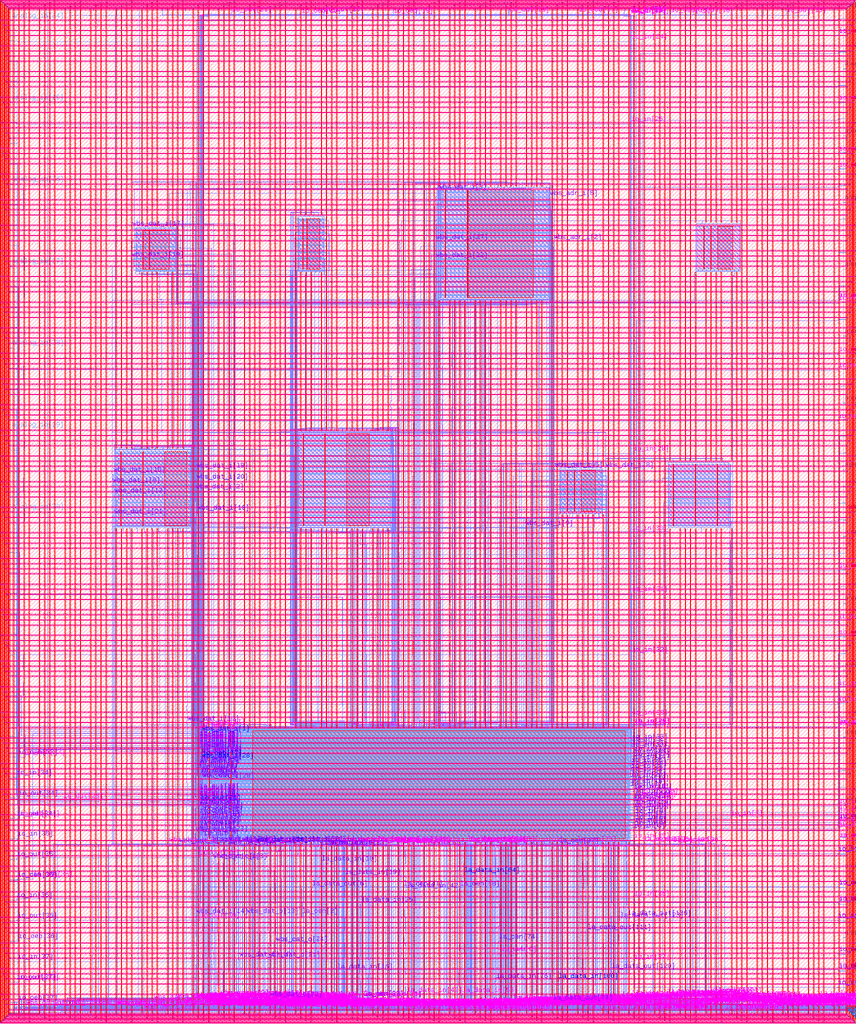
<source format=lef>
VERSION 5.7 ;
  NOWIREEXTENSIONATPIN ON ;
  DIVIDERCHAR "/" ;
  BUSBITCHARS "[]" ;
MACRO user_project_wrapper
  CLASS BLOCK ;
  FOREIGN user_project_wrapper ;
  ORIGIN 0.000 0.000 ;
  SIZE 2920.000 BY 3520.000 ;
  PIN analog_io[0]
    DIRECTION INOUT ;
    PORT
      LAYER met3 ;
        RECT 2917.600 28.980 2924.800 30.180 ;
    END
  END analog_io[0]
  PIN analog_io[10]
    DIRECTION INOUT ;
    PORT
      LAYER met3 ;
        RECT 2917.600 2374.980 2924.800 2376.180 ;
    END
  END analog_io[10]
  PIN analog_io[11]
    DIRECTION INOUT ;
    PORT
      LAYER met3 ;
        RECT 2917.600 2609.580 2924.800 2610.780 ;
    END
  END analog_io[11]
  PIN analog_io[12]
    DIRECTION INOUT ;
    PORT
      LAYER met3 ;
        RECT 2917.600 2844.180 2924.800 2845.380 ;
    END
  END analog_io[12]
  PIN analog_io[13]
    DIRECTION INOUT ;
    PORT
      LAYER met3 ;
        RECT 2917.600 3078.780 2924.800 3079.980 ;
    END
  END analog_io[13]
  PIN analog_io[14]
    DIRECTION INOUT ;
    PORT
      LAYER met3 ;
        RECT 2917.600 3313.380 2924.800 3314.580 ;
    END
  END analog_io[14]
  PIN analog_io[15]
    DIRECTION INOUT ;
    PORT
      LAYER met2 ;
        RECT 2879.090 3517.600 2879.650 3524.800 ;
    END
  END analog_io[15]
  PIN analog_io[16]
    DIRECTION INOUT ;
    PORT
      LAYER met2 ;
        RECT 2554.790 3517.600 2555.350 3524.800 ;
    END
  END analog_io[16]
  PIN analog_io[17]
    DIRECTION INOUT ;
    PORT
      LAYER met2 ;
        RECT 2230.490 3517.600 2231.050 3524.800 ;
    END
  END analog_io[17]
  PIN analog_io[18]
    DIRECTION INOUT ;
    PORT
      LAYER met2 ;
        RECT 1905.730 3517.600 1906.290 3524.800 ;
    END
  END analog_io[18]
  PIN analog_io[19]
    DIRECTION INOUT ;
    PORT
      LAYER met2 ;
        RECT 1581.430 3517.600 1581.990 3524.800 ;
    END
  END analog_io[19]
  PIN analog_io[1]
    DIRECTION INOUT ;
    PORT
      LAYER met3 ;
        RECT 2917.600 263.580 2924.800 264.780 ;
    END
  END analog_io[1]
  PIN analog_io[20]
    DIRECTION INOUT ;
    PORT
      LAYER met2 ;
        RECT 1257.130 3517.600 1257.690 3524.800 ;
    END
  END analog_io[20]
  PIN analog_io[21]
    DIRECTION INOUT ;
    PORT
      LAYER met2 ;
        RECT 932.370 3517.600 932.930 3524.800 ;
    END
  END analog_io[21]
  PIN analog_io[22]
    DIRECTION INOUT ;
    PORT
      LAYER met2 ;
        RECT 608.070 3517.600 608.630 3524.800 ;
    END
  END analog_io[22]
  PIN analog_io[23]
    DIRECTION INOUT ;
    PORT
      LAYER met2 ;
        RECT 283.770 3517.600 284.330 3524.800 ;
    END
  END analog_io[23]
  PIN analog_io[24]
    DIRECTION INOUT ;
    PORT
      LAYER met3 ;
        RECT -4.800 3482.700 2.400 3483.900 ;
    END
  END analog_io[24]
  PIN analog_io[25]
    DIRECTION INOUT ;
    PORT
      LAYER met3 ;
        RECT -4.800 3195.060 2.400 3196.260 ;
    END
  END analog_io[25]
  PIN analog_io[26]
    DIRECTION INOUT ;
    PORT
      LAYER met3 ;
        RECT -4.800 2908.100 2.400 2909.300 ;
    END
  END analog_io[26]
  PIN analog_io[27]
    DIRECTION INOUT ;
    PORT
      LAYER met3 ;
        RECT -4.800 2620.460 2.400 2621.660 ;
    END
  END analog_io[27]
  PIN analog_io[28]
    DIRECTION INOUT ;
    PORT
      LAYER met3 ;
        RECT -4.800 2333.500 2.400 2334.700 ;
    END
  END analog_io[28]
  PIN analog_io[29]
    DIRECTION INOUT ;
    PORT
      LAYER met3 ;
        RECT -4.800 2045.860 2.400 2047.060 ;
    END
  END analog_io[29]
  PIN analog_io[2]
    DIRECTION INOUT ;
    PORT
      LAYER met3 ;
        RECT 2917.600 498.180 2924.800 499.380 ;
    END
  END analog_io[2]
  PIN analog_io[30]
    DIRECTION INOUT ;
    PORT
      LAYER met3 ;
        RECT -4.800 1758.900 2.400 1760.100 ;
    END
  END analog_io[30]
  PIN analog_io[3]
    DIRECTION INOUT ;
    PORT
      LAYER met3 ;
        RECT 2917.600 732.780 2924.800 733.980 ;
    END
  END analog_io[3]
  PIN analog_io[4]
    DIRECTION INOUT ;
    PORT
      LAYER met3 ;
        RECT 2917.600 967.380 2924.800 968.580 ;
    END
  END analog_io[4]
  PIN analog_io[5]
    DIRECTION INOUT ;
    PORT
      LAYER met3 ;
        RECT 2917.600 1201.980 2924.800 1203.180 ;
    END
  END analog_io[5]
  PIN analog_io[6]
    DIRECTION INOUT ;
    PORT
      LAYER met3 ;
        RECT 2917.600 1436.580 2924.800 1437.780 ;
    END
  END analog_io[6]
  PIN analog_io[7]
    DIRECTION INOUT ;
    PORT
      LAYER met3 ;
        RECT 2917.600 1671.180 2924.800 1672.380 ;
    END
  END analog_io[7]
  PIN analog_io[8]
    DIRECTION INOUT ;
    PORT
      LAYER met3 ;
        RECT 2917.600 1905.780 2924.800 1906.980 ;
    END
  END analog_io[8]
  PIN analog_io[9]
    DIRECTION INOUT ;
    PORT
      LAYER met3 ;
        RECT 2917.600 2140.380 2924.800 2141.580 ;
    END
  END analog_io[9]
  PIN io_in[0]
    DIRECTION INPUT ;
    PORT
      LAYER met1 ;
        RECT 2183.690 89.660 2184.010 89.720 ;
        RECT 2898.990 89.660 2899.310 89.720 ;
        RECT 2183.690 89.520 2899.310 89.660 ;
        RECT 2183.690 89.460 2184.010 89.520 ;
        RECT 2898.990 89.460 2899.310 89.520 ;
      LAYER via ;
        RECT 2183.720 89.460 2183.980 89.720 ;
        RECT 2899.020 89.460 2899.280 89.720 ;
      LAYER met2 ;
        RECT 2183.710 601.955 2183.990 602.325 ;
        RECT 2183.780 89.750 2183.920 601.955 ;
        RECT 2183.720 89.430 2183.980 89.750 ;
        RECT 2899.020 89.430 2899.280 89.750 ;
        RECT 2899.080 88.245 2899.220 89.430 ;
        RECT 2899.010 87.875 2899.290 88.245 ;
      LAYER via2 ;
        RECT 2183.710 602.000 2183.990 602.280 ;
        RECT 2899.010 87.920 2899.290 88.200 ;
      LAYER met3 ;
        RECT 2166.000 604.800 2170.000 605.400 ;
        RECT 2169.670 602.290 2169.970 604.800 ;
        RECT 2183.685 602.290 2184.015 602.305 ;
        RECT 2169.670 601.990 2184.015 602.290 ;
        RECT 2183.685 601.975 2184.015 601.990 ;
        RECT 2898.985 88.210 2899.315 88.225 ;
        RECT 2917.600 88.210 2924.800 88.660 ;
        RECT 2898.985 87.910 2924.800 88.210 ;
        RECT 2898.985 87.895 2899.315 87.910 ;
        RECT 2917.600 87.460 2924.800 87.910 ;
    END
  END io_in[0]
  PIN io_in[10]
    DIRECTION INPUT ;
    PORT
      LAYER met1 ;
        RECT 2191.510 2429.200 2191.830 2429.260 ;
        RECT 2900.830 2429.200 2901.150 2429.260 ;
        RECT 2191.510 2429.060 2901.150 2429.200 ;
        RECT 2191.510 2429.000 2191.830 2429.060 ;
        RECT 2900.830 2429.000 2901.150 2429.060 ;
        RECT 2180.470 710.500 2180.790 710.560 ;
        RECT 2191.510 710.500 2191.830 710.560 ;
        RECT 2180.470 710.360 2191.830 710.500 ;
        RECT 2180.470 710.300 2180.790 710.360 ;
        RECT 2191.510 710.300 2191.830 710.360 ;
      LAYER via ;
        RECT 2191.540 2429.000 2191.800 2429.260 ;
        RECT 2900.860 2429.000 2901.120 2429.260 ;
        RECT 2180.500 710.300 2180.760 710.560 ;
        RECT 2191.540 710.300 2191.800 710.560 ;
      LAYER met2 ;
        RECT 2900.850 2433.875 2901.130 2434.245 ;
        RECT 2900.920 2429.290 2901.060 2433.875 ;
        RECT 2191.540 2428.970 2191.800 2429.290 ;
        RECT 2900.860 2428.970 2901.120 2429.290 ;
        RECT 2191.600 710.590 2191.740 2428.970 ;
        RECT 2180.500 710.445 2180.760 710.590 ;
        RECT 2180.490 710.075 2180.770 710.445 ;
        RECT 2191.540 710.270 2191.800 710.590 ;
      LAYER via2 ;
        RECT 2900.850 2433.920 2901.130 2434.200 ;
        RECT 2180.490 710.120 2180.770 710.400 ;
      LAYER met3 ;
        RECT 2900.825 2434.210 2901.155 2434.225 ;
        RECT 2917.600 2434.210 2924.800 2434.660 ;
        RECT 2900.825 2433.910 2924.800 2434.210 ;
        RECT 2900.825 2433.895 2901.155 2433.910 ;
        RECT 2917.600 2433.460 2924.800 2433.910 ;
        RECT 2180.465 710.410 2180.795 710.425 ;
        RECT 2169.670 710.120 2180.795 710.410 ;
        RECT 2166.000 710.110 2180.795 710.120 ;
        RECT 2166.000 709.520 2170.000 710.110 ;
        RECT 2180.465 710.095 2180.795 710.110 ;
    END
  END io_in[10]
  PIN io_in[11]
    DIRECTION INPUT ;
    PORT
      LAYER met1 ;
        RECT 2186.910 724.440 2187.230 724.500 ;
        RECT 2901.290 724.440 2901.610 724.500 ;
        RECT 2186.910 724.300 2901.610 724.440 ;
        RECT 2186.910 724.240 2187.230 724.300 ;
        RECT 2901.290 724.240 2901.610 724.300 ;
      LAYER via ;
        RECT 2186.940 724.240 2187.200 724.500 ;
        RECT 2901.320 724.240 2901.580 724.500 ;
      LAYER met2 ;
        RECT 2901.310 2669.155 2901.590 2669.525 ;
        RECT 2901.380 724.530 2901.520 2669.155 ;
        RECT 2186.940 724.210 2187.200 724.530 ;
        RECT 2901.320 724.210 2901.580 724.530 ;
        RECT 2187.000 722.685 2187.140 724.210 ;
        RECT 2186.930 722.315 2187.210 722.685 ;
      LAYER via2 ;
        RECT 2901.310 2669.200 2901.590 2669.480 ;
        RECT 2186.930 722.360 2187.210 722.640 ;
      LAYER met3 ;
        RECT 2901.285 2669.490 2901.615 2669.505 ;
        RECT 2917.600 2669.490 2924.800 2669.940 ;
        RECT 2901.285 2669.190 2924.800 2669.490 ;
        RECT 2901.285 2669.175 2901.615 2669.190 ;
        RECT 2917.600 2668.740 2924.800 2669.190 ;
        RECT 2186.905 722.650 2187.235 722.665 ;
        RECT 2169.670 722.350 2187.235 722.650 ;
        RECT 2169.670 721.000 2169.970 722.350 ;
        RECT 2186.905 722.335 2187.235 722.350 ;
        RECT 2166.000 720.400 2170.000 721.000 ;
    END
  END io_in[11]
  PIN io_in[12]
    DIRECTION INPUT ;
    PORT
      LAYER met1 ;
        RECT 2191.050 2898.400 2191.370 2898.460 ;
        RECT 2900.830 2898.400 2901.150 2898.460 ;
        RECT 2191.050 2898.260 2901.150 2898.400 ;
        RECT 2191.050 2898.200 2191.370 2898.260 ;
        RECT 2900.830 2898.200 2901.150 2898.260 ;
        RECT 2180.470 731.240 2180.790 731.300 ;
        RECT 2191.050 731.240 2191.370 731.300 ;
        RECT 2180.470 731.100 2191.370 731.240 ;
        RECT 2180.470 731.040 2180.790 731.100 ;
        RECT 2191.050 731.040 2191.370 731.100 ;
      LAYER via ;
        RECT 2191.080 2898.200 2191.340 2898.460 ;
        RECT 2900.860 2898.200 2901.120 2898.460 ;
        RECT 2180.500 731.040 2180.760 731.300 ;
        RECT 2191.080 731.040 2191.340 731.300 ;
      LAYER met2 ;
        RECT 2900.850 2903.755 2901.130 2904.125 ;
        RECT 2900.920 2898.490 2901.060 2903.755 ;
        RECT 2191.080 2898.170 2191.340 2898.490 ;
        RECT 2900.860 2898.170 2901.120 2898.490 ;
        RECT 2180.490 731.155 2180.770 731.525 ;
        RECT 2191.140 731.330 2191.280 2898.170 ;
        RECT 2180.500 731.010 2180.760 731.155 ;
        RECT 2191.080 731.010 2191.340 731.330 ;
      LAYER via2 ;
        RECT 2900.850 2903.800 2901.130 2904.080 ;
        RECT 2180.490 731.200 2180.770 731.480 ;
      LAYER met3 ;
        RECT 2900.825 2904.090 2901.155 2904.105 ;
        RECT 2917.600 2904.090 2924.800 2904.540 ;
        RECT 2900.825 2903.790 2924.800 2904.090 ;
        RECT 2900.825 2903.775 2901.155 2903.790 ;
        RECT 2917.600 2903.340 2924.800 2903.790 ;
        RECT 2180.465 731.490 2180.795 731.505 ;
        RECT 2169.670 731.200 2180.795 731.490 ;
        RECT 2166.000 731.190 2180.795 731.200 ;
        RECT 2166.000 730.600 2170.000 731.190 ;
        RECT 2180.465 731.175 2180.795 731.190 ;
    END
  END io_in[12]
  PIN io_in[13]
    DIRECTION INPUT ;
    PORT
      LAYER met1 ;
        RECT 2197.490 3133.000 2197.810 3133.060 ;
        RECT 2900.830 3133.000 2901.150 3133.060 ;
        RECT 2197.490 3132.860 2901.150 3133.000 ;
        RECT 2197.490 3132.800 2197.810 3132.860 ;
        RECT 2900.830 3132.800 2901.150 3132.860 ;
        RECT 2180.930 744.500 2181.250 744.560 ;
        RECT 2197.490 744.500 2197.810 744.560 ;
        RECT 2180.930 744.360 2197.810 744.500 ;
        RECT 2180.930 744.300 2181.250 744.360 ;
        RECT 2197.490 744.300 2197.810 744.360 ;
      LAYER via ;
        RECT 2197.520 3132.800 2197.780 3133.060 ;
        RECT 2900.860 3132.800 2901.120 3133.060 ;
        RECT 2180.960 744.300 2181.220 744.560 ;
        RECT 2197.520 744.300 2197.780 744.560 ;
      LAYER met2 ;
        RECT 2900.850 3138.355 2901.130 3138.725 ;
        RECT 2900.920 3133.090 2901.060 3138.355 ;
        RECT 2197.520 3132.770 2197.780 3133.090 ;
        RECT 2900.860 3132.770 2901.120 3133.090 ;
        RECT 2197.580 744.590 2197.720 3132.770 ;
        RECT 2180.960 744.445 2181.220 744.590 ;
        RECT 2180.950 744.075 2181.230 744.445 ;
        RECT 2197.520 744.270 2197.780 744.590 ;
      LAYER via2 ;
        RECT 2900.850 3138.400 2901.130 3138.680 ;
        RECT 2180.950 744.120 2181.230 744.400 ;
      LAYER met3 ;
        RECT 2900.825 3138.690 2901.155 3138.705 ;
        RECT 2917.600 3138.690 2924.800 3139.140 ;
        RECT 2900.825 3138.390 2924.800 3138.690 ;
        RECT 2900.825 3138.375 2901.155 3138.390 ;
        RECT 2917.600 3137.940 2924.800 3138.390 ;
        RECT 2180.925 744.410 2181.255 744.425 ;
        RECT 2169.670 744.110 2181.255 744.410 ;
        RECT 2169.670 742.080 2169.970 744.110 ;
        RECT 2180.925 744.095 2181.255 744.110 ;
        RECT 2166.000 741.480 2170.000 742.080 ;
    END
  END io_in[13]
  PIN io_in[14]
    DIRECTION INPUT ;
    PORT
      LAYER met1 ;
        RECT 2204.390 3367.600 2204.710 3367.660 ;
        RECT 2900.830 3367.600 2901.150 3367.660 ;
        RECT 2204.390 3367.460 2901.150 3367.600 ;
        RECT 2204.390 3367.400 2204.710 3367.460 ;
        RECT 2900.830 3367.400 2901.150 3367.460 ;
        RECT 2185.070 751.640 2185.390 751.700 ;
        RECT 2204.390 751.640 2204.710 751.700 ;
        RECT 2185.070 751.500 2204.710 751.640 ;
        RECT 2185.070 751.440 2185.390 751.500 ;
        RECT 2204.390 751.440 2204.710 751.500 ;
      LAYER via ;
        RECT 2204.420 3367.400 2204.680 3367.660 ;
        RECT 2900.860 3367.400 2901.120 3367.660 ;
        RECT 2185.100 751.440 2185.360 751.700 ;
        RECT 2204.420 751.440 2204.680 751.700 ;
      LAYER met2 ;
        RECT 2900.850 3372.955 2901.130 3373.325 ;
        RECT 2900.920 3367.690 2901.060 3372.955 ;
        RECT 2204.420 3367.370 2204.680 3367.690 ;
        RECT 2900.860 3367.370 2901.120 3367.690 ;
        RECT 2204.480 751.730 2204.620 3367.370 ;
        RECT 2185.100 751.410 2185.360 751.730 ;
        RECT 2204.420 751.410 2204.680 751.730 ;
        RECT 2185.160 751.245 2185.300 751.410 ;
        RECT 2185.090 750.875 2185.370 751.245 ;
      LAYER via2 ;
        RECT 2900.850 3373.000 2901.130 3373.280 ;
        RECT 2185.090 750.920 2185.370 751.200 ;
      LAYER met3 ;
        RECT 2900.825 3373.290 2901.155 3373.305 ;
        RECT 2917.600 3373.290 2924.800 3373.740 ;
        RECT 2900.825 3372.990 2924.800 3373.290 ;
        RECT 2900.825 3372.975 2901.155 3372.990 ;
        RECT 2917.600 3372.540 2924.800 3372.990 ;
        RECT 2166.000 751.680 2170.000 752.280 ;
        RECT 2169.670 751.210 2169.970 751.680 ;
        RECT 2185.065 751.210 2185.395 751.225 ;
        RECT 2169.670 750.910 2185.395 751.210 ;
        RECT 2185.065 750.895 2185.395 750.910 ;
    END
  END io_in[14]
  PIN io_in[15]
    DIRECTION INPUT ;
    PORT
      LAYER met1 ;
        RECT 2211.290 3502.240 2211.610 3502.300 ;
        RECT 2798.250 3502.240 2798.570 3502.300 ;
        RECT 2211.290 3502.100 2798.570 3502.240 ;
        RECT 2211.290 3502.040 2211.610 3502.100 ;
        RECT 2798.250 3502.040 2798.570 3502.100 ;
        RECT 2186.910 759.800 2187.230 759.860 ;
        RECT 2211.290 759.800 2211.610 759.860 ;
        RECT 2186.910 759.660 2211.610 759.800 ;
        RECT 2186.910 759.600 2187.230 759.660 ;
        RECT 2211.290 759.600 2211.610 759.660 ;
      LAYER via ;
        RECT 2211.320 3502.040 2211.580 3502.300 ;
        RECT 2798.280 3502.040 2798.540 3502.300 ;
        RECT 2186.940 759.600 2187.200 759.860 ;
        RECT 2211.320 759.600 2211.580 759.860 ;
      LAYER met2 ;
        RECT 2798.130 3517.600 2798.690 3524.800 ;
        RECT 2798.340 3502.330 2798.480 3517.600 ;
        RECT 2211.320 3502.010 2211.580 3502.330 ;
        RECT 2798.280 3502.010 2798.540 3502.330 ;
        RECT 2186.930 761.075 2187.210 761.445 ;
        RECT 2187.000 759.890 2187.140 761.075 ;
        RECT 2211.380 759.890 2211.520 3502.010 ;
        RECT 2186.940 759.570 2187.200 759.890 ;
        RECT 2211.320 759.570 2211.580 759.890 ;
      LAYER via2 ;
        RECT 2186.930 761.120 2187.210 761.400 ;
      LAYER met3 ;
        RECT 2166.000 762.560 2170.000 763.160 ;
        RECT 2169.670 761.410 2169.970 762.560 ;
        RECT 2186.905 761.410 2187.235 761.425 ;
        RECT 2169.670 761.110 2187.235 761.410 ;
        RECT 2186.905 761.095 2187.235 761.110 ;
    END
  END io_in[15]
  PIN io_in[16]
    DIRECTION INPUT ;
    PORT
      LAYER met1 ;
        RECT 2190.590 3503.260 2190.910 3503.320 ;
        RECT 2473.950 3503.260 2474.270 3503.320 ;
        RECT 2190.590 3503.120 2474.270 3503.260 ;
        RECT 2190.590 3503.060 2190.910 3503.120 ;
        RECT 2473.950 3503.060 2474.270 3503.120 ;
        RECT 2180.470 778.160 2180.790 778.220 ;
        RECT 2190.590 778.160 2190.910 778.220 ;
        RECT 2180.470 778.020 2190.910 778.160 ;
        RECT 2180.470 777.960 2180.790 778.020 ;
        RECT 2190.590 777.960 2190.910 778.020 ;
      LAYER via ;
        RECT 2190.620 3503.060 2190.880 3503.320 ;
        RECT 2473.980 3503.060 2474.240 3503.320 ;
        RECT 2180.500 777.960 2180.760 778.220 ;
        RECT 2190.620 777.960 2190.880 778.220 ;
      LAYER met2 ;
        RECT 2473.830 3517.600 2474.390 3524.800 ;
        RECT 2474.040 3503.350 2474.180 3517.600 ;
        RECT 2190.620 3503.030 2190.880 3503.350 ;
        RECT 2473.980 3503.030 2474.240 3503.350 ;
        RECT 2190.680 778.250 2190.820 3503.030 ;
        RECT 2180.500 777.930 2180.760 778.250 ;
        RECT 2190.620 777.930 2190.880 778.250 ;
        RECT 2180.560 775.725 2180.700 777.930 ;
        RECT 2180.490 775.355 2180.770 775.725 ;
      LAYER via2 ;
        RECT 2180.490 775.400 2180.770 775.680 ;
      LAYER met3 ;
        RECT 2180.465 775.690 2180.795 775.705 ;
        RECT 2169.670 775.390 2180.795 775.690 ;
        RECT 2169.670 773.360 2169.970 775.390 ;
        RECT 2180.465 775.375 2180.795 775.390 ;
        RECT 2166.000 772.760 2170.000 773.360 ;
    END
  END io_in[16]
  PIN io_in[17]
    DIRECTION INPUT ;
    PORT
      LAYER met1 ;
        RECT 2149.190 3498.500 2149.510 3498.560 ;
        RECT 2169.430 3498.500 2169.750 3498.560 ;
        RECT 2149.190 3498.360 2169.750 3498.500 ;
        RECT 2149.190 3498.300 2149.510 3498.360 ;
        RECT 2169.430 3498.300 2169.750 3498.360 ;
      LAYER via ;
        RECT 2149.220 3498.300 2149.480 3498.560 ;
        RECT 2169.460 3498.300 2169.720 3498.560 ;
      LAYER met2 ;
        RECT 2149.070 3517.600 2149.630 3524.800 ;
        RECT 2149.280 3498.590 2149.420 3517.600 ;
        RECT 2149.220 3498.270 2149.480 3498.590 ;
        RECT 2169.460 3498.270 2169.720 3498.590 ;
        RECT 2169.520 786.605 2169.660 3498.270 ;
        RECT 2169.450 786.235 2169.730 786.605 ;
      LAYER via2 ;
        RECT 2169.450 786.280 2169.730 786.560 ;
      LAYER met3 ;
        RECT 2169.425 786.570 2169.755 786.585 ;
        RECT 2169.425 786.255 2169.970 786.570 ;
        RECT 2169.670 784.240 2169.970 786.255 ;
        RECT 2166.000 783.640 2170.000 784.240 ;
    END
  END io_in[17]
  PIN io_in[18]
    DIRECTION INPUT ;
    PORT
      LAYER met1 ;
        RECT 1824.890 3504.620 1825.210 3504.680 ;
        RECT 2169.890 3504.620 2170.210 3504.680 ;
        RECT 1824.890 3504.480 2170.210 3504.620 ;
        RECT 1824.890 3504.420 1825.210 3504.480 ;
        RECT 2169.890 3504.420 2170.210 3504.480 ;
      LAYER via ;
        RECT 1824.920 3504.420 1825.180 3504.680 ;
        RECT 2169.920 3504.420 2170.180 3504.680 ;
      LAYER met2 ;
        RECT 1824.770 3517.600 1825.330 3524.800 ;
        RECT 1824.980 3504.710 1825.120 3517.600 ;
        RECT 1824.920 3504.390 1825.180 3504.710 ;
        RECT 2169.920 3504.390 2170.180 3504.710 ;
        RECT 2169.980 796.805 2170.120 3504.390 ;
        RECT 2169.910 796.435 2170.190 796.805 ;
      LAYER via2 ;
        RECT 2169.910 796.480 2170.190 796.760 ;
      LAYER met3 ;
        RECT 2169.885 796.770 2170.215 796.785 ;
        RECT 2169.670 796.455 2170.215 796.770 ;
        RECT 2169.670 794.440 2169.970 796.455 ;
        RECT 2166.000 793.840 2170.000 794.440 ;
    END
  END io_in[18]
  PIN io_in[19]
    DIRECTION INPUT ;
    PORT
      LAYER met1 ;
        RECT 1500.590 3500.880 1500.910 3500.940 ;
        RECT 2180.470 3500.880 2180.790 3500.940 ;
        RECT 1500.590 3500.740 2180.790 3500.880 ;
        RECT 1500.590 3500.680 1500.910 3500.740 ;
        RECT 2180.470 3500.680 2180.790 3500.740 ;
      LAYER via ;
        RECT 1500.620 3500.680 1500.880 3500.940 ;
        RECT 2180.500 3500.680 2180.760 3500.940 ;
      LAYER met2 ;
        RECT 1500.470 3517.600 1501.030 3524.800 ;
        RECT 1500.680 3500.970 1500.820 3517.600 ;
        RECT 1500.620 3500.650 1500.880 3500.970 ;
        RECT 2180.500 3500.650 2180.760 3500.970 ;
        RECT 2180.560 806.325 2180.700 3500.650 ;
        RECT 2180.490 805.955 2180.770 806.325 ;
      LAYER via2 ;
        RECT 2180.490 806.000 2180.770 806.280 ;
      LAYER met3 ;
        RECT 2180.465 806.290 2180.795 806.305 ;
        RECT 2169.670 805.990 2180.795 806.290 ;
        RECT 2169.670 805.320 2169.970 805.990 ;
        RECT 2180.465 805.975 2180.795 805.990 ;
        RECT 2166.000 804.720 2170.000 805.320 ;
    END
  END io_in[19]
  PIN io_in[1]
    DIRECTION INPUT ;
    PORT
      LAYER met1 ;
        RECT 2184.150 324.260 2184.470 324.320 ;
        RECT 2898.990 324.260 2899.310 324.320 ;
        RECT 2184.150 324.120 2899.310 324.260 ;
        RECT 2184.150 324.060 2184.470 324.120 ;
        RECT 2898.990 324.060 2899.310 324.120 ;
      LAYER via ;
        RECT 2184.180 324.060 2184.440 324.320 ;
        RECT 2899.020 324.060 2899.280 324.320 ;
      LAYER met2 ;
        RECT 2184.170 614.195 2184.450 614.565 ;
        RECT 2184.240 324.350 2184.380 614.195 ;
        RECT 2184.180 324.030 2184.440 324.350 ;
        RECT 2899.020 324.030 2899.280 324.350 ;
        RECT 2899.080 322.845 2899.220 324.030 ;
        RECT 2899.010 322.475 2899.290 322.845 ;
      LAYER via2 ;
        RECT 2184.170 614.240 2184.450 614.520 ;
        RECT 2899.010 322.520 2899.290 322.800 ;
      LAYER met3 ;
        RECT 2166.000 615.000 2170.000 615.600 ;
        RECT 2169.670 614.530 2169.970 615.000 ;
        RECT 2184.145 614.530 2184.475 614.545 ;
        RECT 2169.670 614.230 2184.475 614.530 ;
        RECT 2184.145 614.215 2184.475 614.230 ;
        RECT 2898.985 322.810 2899.315 322.825 ;
        RECT 2917.600 322.810 2924.800 323.260 ;
        RECT 2898.985 322.510 2924.800 322.810 ;
        RECT 2898.985 322.495 2899.315 322.510 ;
        RECT 2917.600 322.060 2924.800 322.510 ;
    END
  END io_in[1]
  PIN io_in[20]
    DIRECTION INPUT ;
    PORT
      LAYER met1 ;
        RECT 1175.830 3504.960 1176.150 3505.020 ;
        RECT 2170.350 3504.960 2170.670 3505.020 ;
        RECT 1175.830 3504.820 2170.670 3504.960 ;
        RECT 1175.830 3504.760 1176.150 3504.820 ;
        RECT 2170.350 3504.760 2170.670 3504.820 ;
      LAYER via ;
        RECT 1175.860 3504.760 1176.120 3505.020 ;
        RECT 2170.380 3504.760 2170.640 3505.020 ;
      LAYER met2 ;
        RECT 1175.710 3517.600 1176.270 3524.800 ;
        RECT 1175.920 3505.050 1176.060 3517.600 ;
        RECT 1175.860 3504.730 1176.120 3505.050 ;
        RECT 2170.380 3504.730 2170.640 3505.050 ;
        RECT 2170.440 817.885 2170.580 3504.730 ;
        RECT 2170.370 817.515 2170.650 817.885 ;
      LAYER via2 ;
        RECT 2170.370 817.560 2170.650 817.840 ;
      LAYER met3 ;
        RECT 2170.345 817.850 2170.675 817.865 ;
        RECT 2169.670 817.550 2170.675 817.850 ;
        RECT 2169.670 815.520 2169.970 817.550 ;
        RECT 2170.345 817.535 2170.675 817.550 ;
        RECT 2166.000 814.920 2170.000 815.520 ;
    END
  END io_in[20]
  PIN io_in[21]
    DIRECTION INPUT ;
    PORT
      LAYER met1 ;
        RECT 851.530 3503.940 851.850 3504.000 ;
        RECT 2170.810 3503.940 2171.130 3504.000 ;
        RECT 851.530 3503.800 2171.130 3503.940 ;
        RECT 851.530 3503.740 851.850 3503.800 ;
        RECT 2170.810 3503.740 2171.130 3503.800 ;
      LAYER via ;
        RECT 851.560 3503.740 851.820 3504.000 ;
        RECT 2170.840 3503.740 2171.100 3504.000 ;
      LAYER met2 ;
        RECT 851.410 3517.600 851.970 3524.800 ;
        RECT 851.620 3504.030 851.760 3517.600 ;
        RECT 851.560 3503.710 851.820 3504.030 ;
        RECT 2170.840 3503.710 2171.100 3504.030 ;
        RECT 2170.900 828.085 2171.040 3503.710 ;
        RECT 2170.830 827.715 2171.110 828.085 ;
      LAYER via2 ;
        RECT 2170.830 827.760 2171.110 828.040 ;
      LAYER met3 ;
        RECT 2170.805 828.050 2171.135 828.065 ;
        RECT 2169.670 827.750 2171.135 828.050 ;
        RECT 2169.670 825.720 2169.970 827.750 ;
        RECT 2170.805 827.735 2171.135 827.750 ;
        RECT 2166.000 825.120 2170.000 825.720 ;
    END
  END io_in[21]
  PIN io_in[22]
    DIRECTION INPUT ;
    PORT
      LAYER met1 ;
        RECT 527.230 3503.260 527.550 3503.320 ;
        RECT 2171.730 3503.260 2172.050 3503.320 ;
        RECT 527.230 3503.120 2172.050 3503.260 ;
        RECT 527.230 3503.060 527.550 3503.120 ;
        RECT 2171.730 3503.060 2172.050 3503.120 ;
      LAYER via ;
        RECT 527.260 3503.060 527.520 3503.320 ;
        RECT 2171.760 3503.060 2172.020 3503.320 ;
      LAYER met2 ;
        RECT 527.110 3517.600 527.670 3524.800 ;
        RECT 527.320 3503.350 527.460 3517.600 ;
        RECT 527.260 3503.030 527.520 3503.350 ;
        RECT 2171.760 3503.030 2172.020 3503.350 ;
        RECT 2171.820 838.965 2171.960 3503.030 ;
        RECT 2171.750 838.595 2172.030 838.965 ;
      LAYER via2 ;
        RECT 2171.750 838.640 2172.030 838.920 ;
      LAYER met3 ;
        RECT 2171.725 838.930 2172.055 838.945 ;
        RECT 2169.670 838.630 2172.055 838.930 ;
        RECT 2169.670 836.600 2169.970 838.630 ;
        RECT 2171.725 838.615 2172.055 838.630 ;
        RECT 2166.000 836.000 2170.000 836.600 ;
    END
  END io_in[22]
  PIN io_in[23]
    DIRECTION INPUT ;
    PORT
      LAYER met1 ;
        RECT 202.470 3502.240 202.790 3502.300 ;
        RECT 2172.190 3502.240 2172.510 3502.300 ;
        RECT 202.470 3502.100 2172.510 3502.240 ;
        RECT 202.470 3502.040 202.790 3502.100 ;
        RECT 2172.190 3502.040 2172.510 3502.100 ;
      LAYER via ;
        RECT 202.500 3502.040 202.760 3502.300 ;
        RECT 2172.220 3502.040 2172.480 3502.300 ;
      LAYER met2 ;
        RECT 202.350 3517.600 202.910 3524.800 ;
        RECT 202.560 3502.330 202.700 3517.600 ;
        RECT 202.500 3502.010 202.760 3502.330 ;
        RECT 2172.220 3502.010 2172.480 3502.330 ;
        RECT 2172.280 848.485 2172.420 3502.010 ;
        RECT 2172.210 848.115 2172.490 848.485 ;
      LAYER via2 ;
        RECT 2172.210 848.160 2172.490 848.440 ;
      LAYER met3 ;
        RECT 2172.185 848.450 2172.515 848.465 ;
        RECT 2169.670 848.150 2172.515 848.450 ;
        RECT 2169.670 846.800 2169.970 848.150 ;
        RECT 2172.185 848.135 2172.515 848.150 ;
        RECT 2166.000 846.200 2170.000 846.800 ;
    END
  END io_in[23]
  PIN io_in[24]
    DIRECTION INPUT ;
    PORT
      LAYER met1 ;
        RECT 18.930 3408.740 19.250 3408.800 ;
        RECT 2172.650 3408.740 2172.970 3408.800 ;
        RECT 18.930 3408.600 2172.970 3408.740 ;
        RECT 18.930 3408.540 19.250 3408.600 ;
        RECT 2172.650 3408.540 2172.970 3408.600 ;
      LAYER via ;
        RECT 18.960 3408.540 19.220 3408.800 ;
        RECT 2172.680 3408.540 2172.940 3408.800 ;
      LAYER met2 ;
        RECT 18.950 3411.035 19.230 3411.405 ;
        RECT 19.020 3408.830 19.160 3411.035 ;
        RECT 18.960 3408.510 19.220 3408.830 ;
        RECT 2172.680 3408.510 2172.940 3408.830 ;
        RECT 2172.740 860.045 2172.880 3408.510 ;
        RECT 2172.670 859.675 2172.950 860.045 ;
      LAYER via2 ;
        RECT 18.950 3411.080 19.230 3411.360 ;
        RECT 2172.670 859.720 2172.950 860.000 ;
      LAYER met3 ;
        RECT -4.800 3411.370 2.400 3411.820 ;
        RECT 18.925 3411.370 19.255 3411.385 ;
        RECT -4.800 3411.070 19.255 3411.370 ;
        RECT -4.800 3410.620 2.400 3411.070 ;
        RECT 18.925 3411.055 19.255 3411.070 ;
        RECT 2172.645 860.010 2172.975 860.025 ;
        RECT 2169.670 859.710 2172.975 860.010 ;
        RECT 2169.670 857.680 2169.970 859.710 ;
        RECT 2172.645 859.695 2172.975 859.710 ;
        RECT 2166.000 857.080 2170.000 857.680 ;
    END
  END io_in[24]
  PIN io_in[25]
    DIRECTION INPUT ;
    PORT
      LAYER met1 ;
        RECT 15.250 3119.060 15.570 3119.120 ;
        RECT 2171.270 3119.060 2171.590 3119.120 ;
        RECT 15.250 3118.920 2171.590 3119.060 ;
        RECT 15.250 3118.860 15.570 3118.920 ;
        RECT 2171.270 3118.860 2171.590 3118.920 ;
      LAYER via ;
        RECT 15.280 3118.860 15.540 3119.120 ;
        RECT 2171.300 3118.860 2171.560 3119.120 ;
      LAYER met2 ;
        RECT 15.270 3124.075 15.550 3124.445 ;
        RECT 15.340 3119.150 15.480 3124.075 ;
        RECT 15.280 3118.830 15.540 3119.150 ;
        RECT 2171.300 3118.830 2171.560 3119.150 ;
        RECT 2171.360 869.565 2171.500 3118.830 ;
        RECT 2171.290 869.195 2171.570 869.565 ;
      LAYER via2 ;
        RECT 15.270 3124.120 15.550 3124.400 ;
        RECT 2171.290 869.240 2171.570 869.520 ;
      LAYER met3 ;
        RECT -4.800 3124.410 2.400 3124.860 ;
        RECT 15.245 3124.410 15.575 3124.425 ;
        RECT -4.800 3124.110 15.575 3124.410 ;
        RECT -4.800 3123.660 2.400 3124.110 ;
        RECT 15.245 3124.095 15.575 3124.110 ;
        RECT 2171.265 869.530 2171.595 869.545 ;
        RECT 2169.670 869.230 2171.595 869.530 ;
        RECT 2169.670 867.880 2169.970 869.230 ;
        RECT 2171.265 869.215 2171.595 869.230 ;
        RECT 2166.000 867.280 2170.000 867.880 ;
    END
  END io_in[25]
  PIN io_in[26]
    DIRECTION INPUT ;
    PORT
      LAYER met1 ;
        RECT 19.390 1005.620 19.710 1005.680 ;
        RECT 2182.770 1005.620 2183.090 1005.680 ;
        RECT 19.390 1005.480 2183.090 1005.620 ;
        RECT 19.390 1005.420 19.710 1005.480 ;
        RECT 2182.770 1005.420 2183.090 1005.480 ;
      LAYER via ;
        RECT 19.420 1005.420 19.680 1005.680 ;
        RECT 2182.800 1005.420 2183.060 1005.680 ;
      LAYER met2 ;
        RECT 19.410 2836.435 19.690 2836.805 ;
        RECT 19.480 1005.710 19.620 2836.435 ;
        RECT 19.420 1005.390 19.680 1005.710 ;
        RECT 2182.800 1005.390 2183.060 1005.710 ;
        RECT 2182.860 881.125 2183.000 1005.390 ;
        RECT 2182.790 880.755 2183.070 881.125 ;
      LAYER via2 ;
        RECT 19.410 2836.480 19.690 2836.760 ;
        RECT 2182.790 880.800 2183.070 881.080 ;
      LAYER met3 ;
        RECT -4.800 2836.770 2.400 2837.220 ;
        RECT 19.385 2836.770 19.715 2836.785 ;
        RECT -4.800 2836.470 19.715 2836.770 ;
        RECT -4.800 2836.020 2.400 2836.470 ;
        RECT 19.385 2836.455 19.715 2836.470 ;
        RECT 2182.765 881.090 2183.095 881.105 ;
        RECT 2169.670 880.790 2183.095 881.090 ;
        RECT 2169.670 878.760 2169.970 880.790 ;
        RECT 2182.765 880.775 2183.095 880.790 ;
        RECT 2166.000 878.160 2170.000 878.760 ;
    END
  END io_in[26]
  PIN io_in[27]
    DIRECTION INPUT ;
    PORT
      LAYER met1 ;
        RECT 20.310 1005.960 20.630 1006.020 ;
        RECT 2183.230 1005.960 2183.550 1006.020 ;
        RECT 20.310 1005.820 2183.550 1005.960 ;
        RECT 20.310 1005.760 20.630 1005.820 ;
        RECT 2183.230 1005.760 2183.550 1005.820 ;
      LAYER via ;
        RECT 20.340 1005.760 20.600 1006.020 ;
        RECT 2183.260 1005.760 2183.520 1006.020 ;
      LAYER met2 ;
        RECT 20.330 2549.475 20.610 2549.845 ;
        RECT 20.400 1006.050 20.540 2549.475 ;
        RECT 20.340 1005.730 20.600 1006.050 ;
        RECT 2183.260 1005.730 2183.520 1006.050 ;
        RECT 2183.320 889.965 2183.460 1005.730 ;
        RECT 2183.250 889.595 2183.530 889.965 ;
      LAYER via2 ;
        RECT 20.330 2549.520 20.610 2549.800 ;
        RECT 2183.250 889.640 2183.530 889.920 ;
      LAYER met3 ;
        RECT -4.800 2549.810 2.400 2550.260 ;
        RECT 20.305 2549.810 20.635 2549.825 ;
        RECT -4.800 2549.510 20.635 2549.810 ;
        RECT -4.800 2549.060 2.400 2549.510 ;
        RECT 20.305 2549.495 20.635 2549.510 ;
        RECT 2183.225 889.930 2183.555 889.945 ;
        RECT 2169.670 889.630 2183.555 889.930 ;
        RECT 2169.670 888.960 2169.970 889.630 ;
        RECT 2183.225 889.615 2183.555 889.630 ;
        RECT 2166.000 888.360 2170.000 888.960 ;
    END
  END io_in[27]
  PIN io_in[28]
    DIRECTION INPUT ;
    PORT
      LAYER met1 ;
        RECT 16.170 2256.820 16.490 2256.880 ;
        RECT 1306.470 2256.820 1306.790 2256.880 ;
        RECT 16.170 2256.680 1306.790 2256.820 ;
        RECT 16.170 2256.620 16.490 2256.680 ;
        RECT 1306.470 2256.620 1306.790 2256.680 ;
        RECT 1306.470 2235.400 1306.790 2235.460 ;
        RECT 1329.930 2235.400 1330.250 2235.460 ;
        RECT 1306.470 2235.260 1330.250 2235.400 ;
        RECT 1306.470 2235.200 1306.790 2235.260 ;
        RECT 1329.930 2235.200 1330.250 2235.260 ;
        RECT 1329.930 2221.800 1330.250 2221.860 ;
        RECT 1330.390 2221.800 1330.710 2221.860 ;
        RECT 1329.930 2221.660 1330.710 2221.800 ;
        RECT 1329.930 2221.600 1330.250 2221.660 ;
        RECT 1330.390 2221.600 1330.710 2221.660 ;
        RECT 1330.390 2187.460 1330.710 2187.520 ;
        RECT 1330.020 2187.320 1330.710 2187.460 ;
        RECT 1330.020 2187.180 1330.160 2187.320 ;
        RECT 1330.390 2187.260 1330.710 2187.320 ;
        RECT 1329.930 2186.920 1330.250 2187.180 ;
        RECT 1329.010 2149.380 1329.330 2149.440 ;
        RECT 1330.390 2149.380 1330.710 2149.440 ;
        RECT 1329.010 2149.240 1330.710 2149.380 ;
        RECT 1329.010 2149.180 1329.330 2149.240 ;
        RECT 1330.390 2149.180 1330.710 2149.240 ;
        RECT 1329.010 2125.920 1329.330 2125.980 ;
        RECT 1329.930 2125.920 1330.250 2125.980 ;
        RECT 1329.010 2125.780 1330.250 2125.920 ;
        RECT 1329.010 2125.720 1329.330 2125.780 ;
        RECT 1329.930 2125.720 1330.250 2125.780 ;
        RECT 1329.930 2125.240 1330.250 2125.300 ;
        RECT 1330.850 2125.240 1331.170 2125.300 ;
        RECT 1329.930 2125.100 1331.170 2125.240 ;
        RECT 1329.930 2125.040 1330.250 2125.100 ;
        RECT 1330.850 2125.040 1331.170 2125.100 ;
        RECT 1328.550 2055.880 1328.870 2055.940 ;
        RECT 1329.470 2055.880 1329.790 2055.940 ;
        RECT 1328.550 2055.740 1329.790 2055.880 ;
        RECT 1328.550 2055.680 1328.870 2055.740 ;
        RECT 1329.470 2055.680 1329.790 2055.740 ;
        RECT 1328.550 2041.940 1328.870 2042.000 ;
        RECT 1330.390 2041.940 1330.710 2042.000 ;
        RECT 1328.550 2041.800 1330.710 2041.940 ;
        RECT 1328.550 2041.740 1328.870 2041.800 ;
        RECT 1330.390 2041.740 1330.710 2041.800 ;
        RECT 1330.850 1963.060 1331.170 1963.120 ;
        RECT 2180.930 1963.060 2181.250 1963.120 ;
        RECT 1330.850 1962.920 2181.250 1963.060 ;
        RECT 1330.850 1962.860 1331.170 1962.920 ;
        RECT 2180.930 1962.860 2181.250 1962.920 ;
      LAYER via ;
        RECT 16.200 2256.620 16.460 2256.880 ;
        RECT 1306.500 2256.620 1306.760 2256.880 ;
        RECT 1306.500 2235.200 1306.760 2235.460 ;
        RECT 1329.960 2235.200 1330.220 2235.460 ;
        RECT 1329.960 2221.600 1330.220 2221.860 ;
        RECT 1330.420 2221.600 1330.680 2221.860 ;
        RECT 1330.420 2187.260 1330.680 2187.520 ;
        RECT 1329.960 2186.920 1330.220 2187.180 ;
        RECT 1329.040 2149.180 1329.300 2149.440 ;
        RECT 1330.420 2149.180 1330.680 2149.440 ;
        RECT 1329.040 2125.720 1329.300 2125.980 ;
        RECT 1329.960 2125.720 1330.220 2125.980 ;
        RECT 1329.960 2125.040 1330.220 2125.300 ;
        RECT 1330.880 2125.040 1331.140 2125.300 ;
        RECT 1328.580 2055.680 1328.840 2055.940 ;
        RECT 1329.500 2055.680 1329.760 2055.940 ;
        RECT 1328.580 2041.740 1328.840 2042.000 ;
        RECT 1330.420 2041.740 1330.680 2042.000 ;
        RECT 1330.880 1962.860 1331.140 1963.120 ;
        RECT 2180.960 1962.860 2181.220 1963.120 ;
      LAYER met2 ;
        RECT 16.190 2261.835 16.470 2262.205 ;
        RECT 16.260 2256.910 16.400 2261.835 ;
        RECT 16.200 2256.590 16.460 2256.910 ;
        RECT 1306.500 2256.590 1306.760 2256.910 ;
        RECT 1306.560 2235.490 1306.700 2256.590 ;
        RECT 1306.500 2235.170 1306.760 2235.490 ;
        RECT 1329.960 2235.170 1330.220 2235.490 ;
        RECT 1330.020 2221.890 1330.160 2235.170 ;
        RECT 1329.960 2221.570 1330.220 2221.890 ;
        RECT 1330.420 2221.570 1330.680 2221.890 ;
        RECT 1330.480 2187.550 1330.620 2221.570 ;
        RECT 1330.420 2187.230 1330.680 2187.550 ;
        RECT 1329.960 2186.890 1330.220 2187.210 ;
        RECT 1330.020 2173.690 1330.160 2186.890 ;
        RECT 1330.020 2173.550 1330.620 2173.690 ;
        RECT 1330.480 2149.470 1330.620 2173.550 ;
        RECT 1329.040 2149.150 1329.300 2149.470 ;
        RECT 1330.420 2149.150 1330.680 2149.470 ;
        RECT 1329.100 2126.010 1329.240 2149.150 ;
        RECT 1329.040 2125.690 1329.300 2126.010 ;
        RECT 1329.960 2125.690 1330.220 2126.010 ;
        RECT 1330.020 2125.330 1330.160 2125.690 ;
        RECT 1329.960 2125.010 1330.220 2125.330 ;
        RECT 1330.880 2125.010 1331.140 2125.330 ;
        RECT 1330.940 2077.245 1331.080 2125.010 ;
        RECT 1329.950 2077.130 1330.230 2077.245 ;
        RECT 1329.560 2076.990 1330.230 2077.130 ;
        RECT 1329.560 2055.970 1329.700 2076.990 ;
        RECT 1329.950 2076.875 1330.230 2076.990 ;
        RECT 1330.870 2076.875 1331.150 2077.245 ;
        RECT 1328.580 2055.650 1328.840 2055.970 ;
        RECT 1329.500 2055.650 1329.760 2055.970 ;
        RECT 1328.640 2042.030 1328.780 2055.650 ;
        RECT 1328.580 2041.710 1328.840 2042.030 ;
        RECT 1330.420 2041.710 1330.680 2042.030 ;
        RECT 1330.480 1994.170 1330.620 2041.710 ;
        RECT 1330.480 1994.030 1331.080 1994.170 ;
        RECT 1330.940 1963.150 1331.080 1994.030 ;
        RECT 1330.880 1962.830 1331.140 1963.150 ;
        RECT 2180.960 1962.830 2181.220 1963.150 ;
        RECT 2181.020 901.525 2181.160 1962.830 ;
        RECT 2180.950 901.155 2181.230 901.525 ;
      LAYER via2 ;
        RECT 16.190 2261.880 16.470 2262.160 ;
        RECT 1329.950 2076.920 1330.230 2077.200 ;
        RECT 1330.870 2076.920 1331.150 2077.200 ;
        RECT 2180.950 901.200 2181.230 901.480 ;
      LAYER met3 ;
        RECT -4.800 2262.170 2.400 2262.620 ;
        RECT 16.165 2262.170 16.495 2262.185 ;
        RECT -4.800 2261.870 16.495 2262.170 ;
        RECT -4.800 2261.420 2.400 2261.870 ;
        RECT 16.165 2261.855 16.495 2261.870 ;
        RECT 1329.925 2077.210 1330.255 2077.225 ;
        RECT 1330.845 2077.210 1331.175 2077.225 ;
        RECT 1329.925 2076.910 1331.175 2077.210 ;
        RECT 1329.925 2076.895 1330.255 2076.910 ;
        RECT 1330.845 2076.895 1331.175 2076.910 ;
        RECT 2180.925 901.490 2181.255 901.505 ;
        RECT 2169.670 901.190 2181.255 901.490 ;
        RECT 2169.670 899.840 2169.970 901.190 ;
        RECT 2180.925 901.175 2181.255 901.190 ;
        RECT 2166.000 899.240 2170.000 899.840 ;
    END
  END io_in[28]
  PIN io_in[29]
    DIRECTION INPUT ;
    PORT
      LAYER met1 ;
        RECT 13.870 1052.200 14.190 1052.260 ;
        RECT 15.250 1052.200 15.570 1052.260 ;
        RECT 13.870 1052.060 15.570 1052.200 ;
        RECT 13.870 1052.000 14.190 1052.060 ;
        RECT 15.250 1052.000 15.570 1052.060 ;
        RECT 13.870 1005.280 14.190 1005.340 ;
        RECT 2183.690 1005.280 2184.010 1005.340 ;
        RECT 13.870 1005.140 2184.010 1005.280 ;
        RECT 13.870 1005.080 14.190 1005.140 ;
        RECT 2183.690 1005.080 2184.010 1005.140 ;
      LAYER via ;
        RECT 13.900 1052.000 14.160 1052.260 ;
        RECT 15.280 1052.000 15.540 1052.260 ;
        RECT 13.900 1005.080 14.160 1005.340 ;
        RECT 2183.720 1005.080 2183.980 1005.340 ;
      LAYER met2 ;
        RECT 15.270 1974.875 15.550 1975.245 ;
        RECT 15.340 1052.290 15.480 1974.875 ;
        RECT 13.900 1051.970 14.160 1052.290 ;
        RECT 15.280 1051.970 15.540 1052.290 ;
        RECT 13.960 1005.370 14.100 1051.970 ;
        RECT 13.900 1005.050 14.160 1005.370 ;
        RECT 2183.720 1005.050 2183.980 1005.370 ;
        RECT 2183.780 910.365 2183.920 1005.050 ;
        RECT 2183.710 909.995 2183.990 910.365 ;
      LAYER via2 ;
        RECT 15.270 1974.920 15.550 1975.200 ;
        RECT 2183.710 910.040 2183.990 910.320 ;
      LAYER met3 ;
        RECT -4.800 1975.210 2.400 1975.660 ;
        RECT 15.245 1975.210 15.575 1975.225 ;
        RECT -4.800 1974.910 15.575 1975.210 ;
        RECT -4.800 1974.460 2.400 1974.910 ;
        RECT 15.245 1974.895 15.575 1974.910 ;
        RECT 2183.685 910.330 2184.015 910.345 ;
        RECT 2169.670 910.040 2184.015 910.330 ;
        RECT 2166.000 910.030 2184.015 910.040 ;
        RECT 2166.000 909.440 2170.000 910.030 ;
        RECT 2183.685 910.015 2184.015 910.030 ;
    END
  END io_in[29]
  PIN io_in[2]
    DIRECTION INPUT ;
    PORT
      LAYER met1 ;
        RECT 2184.610 558.860 2184.930 558.920 ;
        RECT 2898.990 558.860 2899.310 558.920 ;
        RECT 2184.610 558.720 2899.310 558.860 ;
        RECT 2184.610 558.660 2184.930 558.720 ;
        RECT 2898.990 558.660 2899.310 558.720 ;
      LAYER via ;
        RECT 2184.640 558.660 2184.900 558.920 ;
        RECT 2899.020 558.660 2899.280 558.920 ;
      LAYER met2 ;
        RECT 2184.630 622.355 2184.910 622.725 ;
        RECT 2184.700 558.950 2184.840 622.355 ;
        RECT 2184.640 558.630 2184.900 558.950 ;
        RECT 2899.020 558.630 2899.280 558.950 ;
        RECT 2899.080 557.445 2899.220 558.630 ;
        RECT 2899.010 557.075 2899.290 557.445 ;
      LAYER via2 ;
        RECT 2184.630 622.400 2184.910 622.680 ;
        RECT 2899.010 557.120 2899.290 557.400 ;
      LAYER met3 ;
        RECT 2166.000 625.200 2170.000 625.800 ;
        RECT 2169.670 622.690 2169.970 625.200 ;
        RECT 2184.605 622.690 2184.935 622.705 ;
        RECT 2169.670 622.390 2184.935 622.690 ;
        RECT 2184.605 622.375 2184.935 622.390 ;
        RECT 2898.985 557.410 2899.315 557.425 ;
        RECT 2917.600 557.410 2924.800 557.860 ;
        RECT 2898.985 557.110 2924.800 557.410 ;
        RECT 2898.985 557.095 2899.315 557.110 ;
        RECT 2917.600 556.660 2924.800 557.110 ;
    END
  END io_in[2]
  PIN io_in[30]
    DIRECTION INPUT ;
    PORT
      LAYER met1 ;
        RECT 14.790 1683.920 15.110 1683.980 ;
        RECT 2173.570 1683.920 2173.890 1683.980 ;
        RECT 14.790 1683.780 2173.890 1683.920 ;
        RECT 14.790 1683.720 15.110 1683.780 ;
        RECT 2173.570 1683.720 2173.890 1683.780 ;
      LAYER via ;
        RECT 14.820 1683.720 15.080 1683.980 ;
        RECT 2173.600 1683.720 2173.860 1683.980 ;
      LAYER met2 ;
        RECT 14.810 1687.235 15.090 1687.605 ;
        RECT 14.880 1684.010 15.020 1687.235 ;
        RECT 14.820 1683.690 15.080 1684.010 ;
        RECT 2173.600 1683.690 2173.860 1684.010 ;
        RECT 2173.660 923.285 2173.800 1683.690 ;
        RECT 2173.590 922.915 2173.870 923.285 ;
      LAYER via2 ;
        RECT 14.810 1687.280 15.090 1687.560 ;
        RECT 2173.590 922.960 2173.870 923.240 ;
      LAYER met3 ;
        RECT -4.800 1687.570 2.400 1688.020 ;
        RECT 14.785 1687.570 15.115 1687.585 ;
        RECT -4.800 1687.270 15.115 1687.570 ;
        RECT -4.800 1686.820 2.400 1687.270 ;
        RECT 14.785 1687.255 15.115 1687.270 ;
        RECT 2173.565 923.250 2173.895 923.265 ;
        RECT 2169.670 922.950 2173.895 923.250 ;
        RECT 2169.670 920.920 2169.970 922.950 ;
        RECT 2173.565 922.935 2173.895 922.950 ;
        RECT 2166.000 920.320 2170.000 920.920 ;
    END
  END io_in[30]
  PIN io_in[31]
    DIRECTION INPUT ;
    PORT
      LAYER met1 ;
        RECT 14.790 1470.060 15.110 1470.120 ;
        RECT 2174.030 1470.060 2174.350 1470.120 ;
        RECT 14.790 1469.920 2174.350 1470.060 ;
        RECT 14.790 1469.860 15.110 1469.920 ;
        RECT 2174.030 1469.860 2174.350 1469.920 ;
      LAYER via ;
        RECT 14.820 1469.860 15.080 1470.120 ;
        RECT 2174.060 1469.860 2174.320 1470.120 ;
      LAYER met2 ;
        RECT 14.810 1471.675 15.090 1472.045 ;
        RECT 14.880 1470.150 15.020 1471.675 ;
        RECT 14.820 1469.830 15.080 1470.150 ;
        RECT 2174.060 1469.830 2174.320 1470.150 ;
        RECT 2174.120 931.445 2174.260 1469.830 ;
        RECT 2174.050 931.075 2174.330 931.445 ;
      LAYER via2 ;
        RECT 14.810 1471.720 15.090 1472.000 ;
        RECT 2174.050 931.120 2174.330 931.400 ;
      LAYER met3 ;
        RECT -4.800 1472.010 2.400 1472.460 ;
        RECT 14.785 1472.010 15.115 1472.025 ;
        RECT -4.800 1471.710 15.115 1472.010 ;
        RECT -4.800 1471.260 2.400 1471.710 ;
        RECT 14.785 1471.695 15.115 1471.710 ;
        RECT 2174.025 931.410 2174.355 931.425 ;
        RECT 2169.670 931.120 2174.355 931.410 ;
        RECT 2166.000 931.110 2174.355 931.120 ;
        RECT 2166.000 930.520 2170.000 931.110 ;
        RECT 2174.025 931.095 2174.355 931.110 ;
    END
  END io_in[31]
  PIN io_in[32]
    DIRECTION INPUT ;
    PORT
      LAYER met1 ;
        RECT 14.330 1256.200 14.650 1256.260 ;
        RECT 2174.490 1256.200 2174.810 1256.260 ;
        RECT 14.330 1256.060 2174.810 1256.200 ;
        RECT 14.330 1256.000 14.650 1256.060 ;
        RECT 2174.490 1256.000 2174.810 1256.060 ;
      LAYER via ;
        RECT 14.360 1256.000 14.620 1256.260 ;
        RECT 2174.520 1256.000 2174.780 1256.260 ;
      LAYER met2 ;
        RECT 14.350 1256.115 14.630 1256.485 ;
        RECT 14.360 1255.970 14.620 1256.115 ;
        RECT 2174.520 1255.970 2174.780 1256.290 ;
        RECT 2174.580 944.365 2174.720 1255.970 ;
        RECT 2174.510 943.995 2174.790 944.365 ;
      LAYER via2 ;
        RECT 14.350 1256.160 14.630 1256.440 ;
        RECT 2174.510 944.040 2174.790 944.320 ;
      LAYER met3 ;
        RECT -4.800 1256.450 2.400 1256.900 ;
        RECT 14.325 1256.450 14.655 1256.465 ;
        RECT -4.800 1256.150 14.655 1256.450 ;
        RECT -4.800 1255.700 2.400 1256.150 ;
        RECT 14.325 1256.135 14.655 1256.150 ;
        RECT 2174.485 944.330 2174.815 944.345 ;
        RECT 2169.670 944.030 2174.815 944.330 ;
        RECT 2169.670 942.000 2169.970 944.030 ;
        RECT 2174.485 944.015 2174.815 944.030 ;
        RECT 2166.000 941.400 2170.000 942.000 ;
    END
  END io_in[32]
  PIN io_in[33]
    DIRECTION INPUT ;
    PORT
      LAYER met1 ;
        RECT 15.250 1035.200 15.570 1035.260 ;
        RECT 2174.950 1035.200 2175.270 1035.260 ;
        RECT 15.250 1035.060 2175.270 1035.200 ;
        RECT 15.250 1035.000 15.570 1035.060 ;
        RECT 2174.950 1035.000 2175.270 1035.060 ;
      LAYER via ;
        RECT 15.280 1035.000 15.540 1035.260 ;
        RECT 2174.980 1035.000 2175.240 1035.260 ;
      LAYER met2 ;
        RECT 15.270 1040.555 15.550 1040.925 ;
        RECT 15.340 1035.290 15.480 1040.555 ;
        RECT 15.280 1034.970 15.540 1035.290 ;
        RECT 2174.980 1034.970 2175.240 1035.290 ;
        RECT 2175.040 951.165 2175.180 1034.970 ;
        RECT 2174.970 950.795 2175.250 951.165 ;
      LAYER via2 ;
        RECT 15.270 1040.600 15.550 1040.880 ;
        RECT 2174.970 950.840 2175.250 951.120 ;
      LAYER met3 ;
        RECT -4.800 1040.890 2.400 1041.340 ;
        RECT 15.245 1040.890 15.575 1040.905 ;
        RECT -4.800 1040.590 15.575 1040.890 ;
        RECT -4.800 1040.140 2.400 1040.590 ;
        RECT 15.245 1040.575 15.575 1040.590 ;
        RECT 2166.000 951.600 2170.000 952.200 ;
        RECT 2169.670 951.130 2169.970 951.600 ;
        RECT 2174.945 951.130 2175.275 951.145 ;
        RECT 2169.670 950.830 2175.275 951.130 ;
        RECT 2174.945 950.815 2175.275 950.830 ;
    END
  END io_in[33]
  PIN io_in[34]
    DIRECTION INPUT ;
    PORT
      LAYER met1 ;
        RECT 13.870 999.160 14.190 999.220 ;
        RECT 2181.390 999.160 2181.710 999.220 ;
        RECT 13.870 999.020 2181.710 999.160 ;
        RECT 13.870 998.960 14.190 999.020 ;
        RECT 2181.390 998.960 2181.710 999.020 ;
      LAYER via ;
        RECT 13.900 998.960 14.160 999.220 ;
        RECT 2181.420 998.960 2181.680 999.220 ;
      LAYER met2 ;
        RECT 13.900 998.930 14.160 999.250 ;
        RECT 2181.420 998.930 2181.680 999.250 ;
        RECT 13.960 825.365 14.100 998.930 ;
        RECT 2181.480 965.445 2181.620 998.930 ;
        RECT 2181.410 965.075 2181.690 965.445 ;
        RECT 13.890 824.995 14.170 825.365 ;
      LAYER via2 ;
        RECT 2181.410 965.120 2181.690 965.400 ;
        RECT 13.890 825.040 14.170 825.320 ;
      LAYER met3 ;
        RECT 2181.385 965.410 2181.715 965.425 ;
        RECT 2169.670 965.110 2181.715 965.410 ;
        RECT 2169.670 963.080 2169.970 965.110 ;
        RECT 2181.385 965.095 2181.715 965.110 ;
        RECT 2166.000 962.480 2170.000 963.080 ;
        RECT -4.800 825.330 2.400 825.780 ;
        RECT 13.865 825.330 14.195 825.345 ;
        RECT -4.800 825.030 14.195 825.330 ;
        RECT -4.800 824.580 2.400 825.030 ;
        RECT 13.865 825.015 14.195 825.030 ;
    END
  END io_in[34]
  PIN io_in[35]
    DIRECTION INPUT ;
    PORT
      LAYER met1 ;
        RECT 17.090 604.760 17.410 604.820 ;
        RECT 2182.310 604.760 2182.630 604.820 ;
        RECT 17.090 604.620 2182.630 604.760 ;
        RECT 17.090 604.560 17.410 604.620 ;
        RECT 2182.310 604.560 2182.630 604.620 ;
      LAYER via ;
        RECT 17.120 604.560 17.380 604.820 ;
        RECT 2182.340 604.560 2182.600 604.820 ;
      LAYER met2 ;
        RECT 2182.330 969.835 2182.610 970.205 ;
        RECT 17.110 610.115 17.390 610.485 ;
        RECT 17.180 604.850 17.320 610.115 ;
        RECT 2182.400 604.850 2182.540 969.835 ;
        RECT 17.120 604.530 17.380 604.850 ;
        RECT 2182.340 604.530 2182.600 604.850 ;
      LAYER via2 ;
        RECT 2182.330 969.880 2182.610 970.160 ;
        RECT 17.110 610.160 17.390 610.440 ;
      LAYER met3 ;
        RECT 2166.000 972.680 2170.000 973.280 ;
        RECT 2169.670 970.170 2169.970 972.680 ;
        RECT 2182.305 970.170 2182.635 970.185 ;
        RECT 2169.670 969.870 2182.635 970.170 ;
        RECT 2182.305 969.855 2182.635 969.870 ;
        RECT -4.800 610.450 2.400 610.900 ;
        RECT 17.085 610.450 17.415 610.465 ;
        RECT -4.800 610.150 17.415 610.450 ;
        RECT -4.800 609.700 2.400 610.150 ;
        RECT 17.085 610.135 17.415 610.150 ;
    END
  END io_in[35]
  PIN io_in[36]
    DIRECTION INPUT ;
    PORT
      LAYER met1 ;
        RECT 15.710 400.080 16.030 400.140 ;
        RECT 2181.850 400.080 2182.170 400.140 ;
        RECT 15.710 399.940 2182.170 400.080 ;
        RECT 15.710 399.880 16.030 399.940 ;
        RECT 2181.850 399.880 2182.170 399.940 ;
      LAYER via ;
        RECT 15.740 399.880 16.000 400.140 ;
        RECT 2181.880 399.880 2182.140 400.140 ;
      LAYER met2 ;
        RECT 2181.870 980.715 2182.150 981.085 ;
        RECT 2181.940 400.170 2182.080 980.715 ;
        RECT 15.740 399.850 16.000 400.170 ;
        RECT 2181.880 399.850 2182.140 400.170 ;
        RECT 15.800 394.925 15.940 399.850 ;
        RECT 15.730 394.555 16.010 394.925 ;
      LAYER via2 ;
        RECT 2181.870 980.760 2182.150 981.040 ;
        RECT 15.730 394.600 16.010 394.880 ;
      LAYER met3 ;
        RECT 2166.000 983.560 2170.000 984.160 ;
        RECT 2169.670 981.050 2169.970 983.560 ;
        RECT 2181.845 981.050 2182.175 981.065 ;
        RECT 2169.670 980.750 2182.175 981.050 ;
        RECT 2181.845 980.735 2182.175 980.750 ;
        RECT -4.800 394.890 2.400 395.340 ;
        RECT 15.705 394.890 16.035 394.905 ;
        RECT -4.800 394.590 16.035 394.890 ;
        RECT -4.800 394.140 2.400 394.590 ;
        RECT 15.705 394.575 16.035 394.590 ;
    END
  END io_in[36]
  PIN io_in[37]
    DIRECTION INPUT ;
    PORT
      LAYER met1 ;
        RECT 2181.390 964.820 2181.710 964.880 ;
        RECT 2184.150 964.820 2184.470 964.880 ;
        RECT 2181.390 964.680 2184.470 964.820 ;
        RECT 2181.390 964.620 2181.710 964.680 ;
        RECT 2184.150 964.620 2184.470 964.680 ;
        RECT 17.090 179.420 17.410 179.480 ;
        RECT 2181.390 179.420 2181.710 179.480 ;
        RECT 17.090 179.280 2181.710 179.420 ;
        RECT 17.090 179.220 17.410 179.280 ;
        RECT 2181.390 179.220 2181.710 179.280 ;
      LAYER via ;
        RECT 2181.420 964.620 2181.680 964.880 ;
        RECT 2184.180 964.620 2184.440 964.880 ;
        RECT 17.120 179.220 17.380 179.480 ;
        RECT 2181.420 179.220 2181.680 179.480 ;
      LAYER met2 ;
        RECT 2184.170 994.315 2184.450 994.685 ;
        RECT 2184.240 964.910 2184.380 994.315 ;
        RECT 2181.420 964.590 2181.680 964.910 ;
        RECT 2184.180 964.590 2184.440 964.910 ;
        RECT 2181.480 179.510 2181.620 964.590 ;
        RECT 17.120 179.365 17.380 179.510 ;
        RECT 17.110 178.995 17.390 179.365 ;
        RECT 2181.420 179.190 2181.680 179.510 ;
      LAYER via2 ;
        RECT 2184.170 994.360 2184.450 994.640 ;
        RECT 17.110 179.040 17.390 179.320 ;
      LAYER met3 ;
        RECT 2184.145 994.650 2184.475 994.665 ;
        RECT 2169.670 994.360 2184.475 994.650 ;
        RECT 2166.000 994.350 2184.475 994.360 ;
        RECT 2166.000 993.760 2170.000 994.350 ;
        RECT 2184.145 994.335 2184.475 994.350 ;
        RECT -4.800 179.330 2.400 179.780 ;
        RECT 17.085 179.330 17.415 179.345 ;
        RECT -4.800 179.030 17.415 179.330 ;
        RECT -4.800 178.580 2.400 179.030 ;
        RECT 17.085 179.015 17.415 179.030 ;
    END
  END io_in[37]
  PIN io_in[3]
    DIRECTION INPUT ;
    PORT
      LAYER met1 ;
        RECT 2180.470 641.480 2180.790 641.540 ;
        RECT 2903.130 641.480 2903.450 641.540 ;
        RECT 2180.470 641.340 2903.450 641.480 ;
        RECT 2180.470 641.280 2180.790 641.340 ;
        RECT 2903.130 641.280 2903.450 641.340 ;
      LAYER via ;
        RECT 2180.500 641.280 2180.760 641.540 ;
        RECT 2903.160 641.280 2903.420 641.540 ;
      LAYER met2 ;
        RECT 2903.150 791.675 2903.430 792.045 ;
        RECT 2903.220 641.570 2903.360 791.675 ;
        RECT 2180.500 641.250 2180.760 641.570 ;
        RECT 2903.160 641.250 2903.420 641.570 ;
        RECT 2180.560 639.045 2180.700 641.250 ;
        RECT 2180.490 638.675 2180.770 639.045 ;
      LAYER via2 ;
        RECT 2903.150 791.720 2903.430 792.000 ;
        RECT 2180.490 638.720 2180.770 639.000 ;
      LAYER met3 ;
        RECT 2903.125 792.010 2903.455 792.025 ;
        RECT 2917.600 792.010 2924.800 792.460 ;
        RECT 2903.125 791.710 2924.800 792.010 ;
        RECT 2903.125 791.695 2903.455 791.710 ;
        RECT 2917.600 791.260 2924.800 791.710 ;
        RECT 2180.465 639.010 2180.795 639.025 ;
        RECT 2169.670 638.710 2180.795 639.010 ;
        RECT 2169.670 636.680 2169.970 638.710 ;
        RECT 2180.465 638.695 2180.795 638.710 ;
        RECT 2166.000 636.080 2170.000 636.680 ;
    END
  END io_in[3]
  PIN io_in[4]
    DIRECTION INPUT ;
    PORT
      LAYER met1 ;
        RECT 2186.910 648.620 2187.230 648.680 ;
        RECT 2900.370 648.620 2900.690 648.680 ;
        RECT 2186.910 648.480 2900.690 648.620 ;
        RECT 2186.910 648.420 2187.230 648.480 ;
        RECT 2900.370 648.420 2900.690 648.480 ;
      LAYER via ;
        RECT 2186.940 648.420 2187.200 648.680 ;
        RECT 2900.400 648.420 2900.660 648.680 ;
      LAYER met2 ;
        RECT 2900.390 1026.275 2900.670 1026.645 ;
        RECT 2900.460 648.710 2900.600 1026.275 ;
        RECT 2186.940 648.390 2187.200 648.710 ;
        RECT 2900.400 648.390 2900.660 648.710 ;
        RECT 2187.000 647.885 2187.140 648.390 ;
        RECT 2186.930 647.515 2187.210 647.885 ;
      LAYER via2 ;
        RECT 2900.390 1026.320 2900.670 1026.600 ;
        RECT 2186.930 647.560 2187.210 647.840 ;
      LAYER met3 ;
        RECT 2900.365 1026.610 2900.695 1026.625 ;
        RECT 2917.600 1026.610 2924.800 1027.060 ;
        RECT 2900.365 1026.310 2924.800 1026.610 ;
        RECT 2900.365 1026.295 2900.695 1026.310 ;
        RECT 2917.600 1025.860 2924.800 1026.310 ;
        RECT 2186.905 647.850 2187.235 647.865 ;
        RECT 2169.670 647.550 2187.235 647.850 ;
        RECT 2169.670 646.880 2169.970 647.550 ;
        RECT 2186.905 647.535 2187.235 647.550 ;
        RECT 2166.000 646.280 2170.000 646.880 ;
    END
  END io_in[4]
  PIN io_in[5]
    DIRECTION INPUT ;
    PORT
      LAYER met1 ;
        RECT 2184.150 662.220 2184.470 662.280 ;
        RECT 2900.830 662.220 2901.150 662.280 ;
        RECT 2184.150 662.080 2901.150 662.220 ;
        RECT 2184.150 662.020 2184.470 662.080 ;
        RECT 2900.830 662.020 2901.150 662.080 ;
      LAYER via ;
        RECT 2184.180 662.020 2184.440 662.280 ;
        RECT 2900.860 662.020 2901.120 662.280 ;
      LAYER met2 ;
        RECT 2900.850 1260.875 2901.130 1261.245 ;
        RECT 2900.920 662.310 2901.060 1260.875 ;
        RECT 2184.180 661.990 2184.440 662.310 ;
        RECT 2900.860 661.990 2901.120 662.310 ;
        RECT 2184.240 660.125 2184.380 661.990 ;
        RECT 2184.170 659.755 2184.450 660.125 ;
      LAYER via2 ;
        RECT 2900.850 1260.920 2901.130 1261.200 ;
        RECT 2184.170 659.800 2184.450 660.080 ;
      LAYER met3 ;
        RECT 2900.825 1261.210 2901.155 1261.225 ;
        RECT 2917.600 1261.210 2924.800 1261.660 ;
        RECT 2900.825 1260.910 2924.800 1261.210 ;
        RECT 2900.825 1260.895 2901.155 1260.910 ;
        RECT 2917.600 1260.460 2924.800 1260.910 ;
        RECT 2184.145 660.090 2184.475 660.105 ;
        RECT 2169.670 659.790 2184.475 660.090 ;
        RECT 2169.670 657.760 2169.970 659.790 ;
        RECT 2184.145 659.775 2184.475 659.790 ;
        RECT 2166.000 657.160 2170.000 657.760 ;
    END
  END io_in[5]
  PIN io_in[6]
    DIRECTION INPUT ;
    PORT
      LAYER met1 ;
        RECT 2186.910 669.360 2187.230 669.420 ;
        RECT 2904.050 669.360 2904.370 669.420 ;
        RECT 2186.910 669.220 2904.370 669.360 ;
        RECT 2186.910 669.160 2187.230 669.220 ;
        RECT 2904.050 669.160 2904.370 669.220 ;
      LAYER via ;
        RECT 2186.940 669.160 2187.200 669.420 ;
        RECT 2904.080 669.160 2904.340 669.420 ;
      LAYER met2 ;
        RECT 2904.070 1495.475 2904.350 1495.845 ;
        RECT 2904.140 669.450 2904.280 1495.475 ;
        RECT 2186.940 669.130 2187.200 669.450 ;
        RECT 2904.080 669.130 2904.340 669.450 ;
        RECT 2187.000 668.285 2187.140 669.130 ;
        RECT 2186.930 667.915 2187.210 668.285 ;
      LAYER via2 ;
        RECT 2904.070 1495.520 2904.350 1495.800 ;
        RECT 2186.930 667.960 2187.210 668.240 ;
      LAYER met3 ;
        RECT 2904.045 1495.810 2904.375 1495.825 ;
        RECT 2917.600 1495.810 2924.800 1496.260 ;
        RECT 2904.045 1495.510 2924.800 1495.810 ;
        RECT 2904.045 1495.495 2904.375 1495.510 ;
        RECT 2917.600 1495.060 2924.800 1495.510 ;
        RECT 2186.905 668.250 2187.235 668.265 ;
        RECT 2169.670 667.960 2187.235 668.250 ;
        RECT 2166.000 667.950 2187.235 667.960 ;
        RECT 2166.000 667.360 2170.000 667.950 ;
        RECT 2186.905 667.935 2187.235 667.950 ;
    END
  END io_in[6]
  PIN io_in[7]
    DIRECTION INPUT ;
    PORT
      LAYER met1 ;
        RECT 2524.090 1725.400 2524.410 1725.460 ;
        RECT 2899.910 1725.400 2900.230 1725.460 ;
        RECT 2524.090 1725.260 2900.230 1725.400 ;
        RECT 2524.090 1725.200 2524.410 1725.260 ;
        RECT 2899.910 1725.200 2900.230 1725.260 ;
        RECT 2521.790 1593.820 2522.110 1593.880 ;
        RECT 2522.250 1593.820 2522.570 1593.880 ;
        RECT 2521.790 1593.680 2522.570 1593.820 ;
        RECT 2521.790 1593.620 2522.110 1593.680 ;
        RECT 2522.250 1593.620 2522.570 1593.680 ;
        RECT 2520.870 1545.540 2521.190 1545.600 ;
        RECT 2521.790 1545.540 2522.110 1545.600 ;
        RECT 2520.870 1545.400 2522.110 1545.540 ;
        RECT 2520.870 1545.340 2521.190 1545.400 ;
        RECT 2521.790 1545.340 2522.110 1545.400 ;
        RECT 2520.870 1497.600 2521.190 1497.660 ;
        RECT 2522.250 1497.600 2522.570 1497.660 ;
        RECT 2520.870 1497.460 2522.570 1497.600 ;
        RECT 2520.870 1497.400 2521.190 1497.460 ;
        RECT 2522.250 1497.400 2522.570 1497.460 ;
        RECT 2521.330 1462.920 2521.650 1462.980 ;
        RECT 2522.250 1462.920 2522.570 1462.980 ;
        RECT 2521.330 1462.780 2522.570 1462.920 ;
        RECT 2521.330 1462.720 2521.650 1462.780 ;
        RECT 2522.250 1462.720 2522.570 1462.780 ;
        RECT 2521.330 1428.580 2521.650 1428.640 ;
        RECT 2523.630 1428.580 2523.950 1428.640 ;
        RECT 2521.330 1428.440 2523.950 1428.580 ;
        RECT 2521.330 1428.380 2521.650 1428.440 ;
        RECT 2523.630 1428.380 2523.950 1428.440 ;
        RECT 2522.710 1345.620 2523.030 1345.680 ;
        RECT 2523.630 1345.620 2523.950 1345.680 ;
        RECT 2522.710 1345.480 2523.950 1345.620 ;
        RECT 2522.710 1345.420 2523.030 1345.480 ;
        RECT 2523.630 1345.420 2523.950 1345.480 ;
        RECT 2521.330 1269.120 2521.650 1269.180 ;
        RECT 2522.710 1269.120 2523.030 1269.180 ;
        RECT 2521.330 1268.980 2523.030 1269.120 ;
        RECT 2521.330 1268.920 2521.650 1268.980 ;
        RECT 2522.710 1268.920 2523.030 1268.980 ;
        RECT 2520.410 1255.860 2520.730 1255.920 ;
        RECT 2521.330 1255.860 2521.650 1255.920 ;
        RECT 2520.410 1255.720 2521.650 1255.860 ;
        RECT 2520.410 1255.660 2520.730 1255.720 ;
        RECT 2521.330 1255.660 2521.650 1255.720 ;
        RECT 2520.410 1207.580 2520.730 1207.640 ;
        RECT 2522.250 1207.580 2522.570 1207.640 ;
        RECT 2520.410 1207.440 2522.570 1207.580 ;
        RECT 2520.410 1207.380 2520.730 1207.440 ;
        RECT 2522.250 1207.380 2522.570 1207.440 ;
        RECT 2522.250 1173.580 2522.570 1173.640 ;
        RECT 2521.880 1173.440 2522.570 1173.580 ;
        RECT 2521.880 1172.960 2522.020 1173.440 ;
        RECT 2522.250 1173.380 2522.570 1173.440 ;
        RECT 2521.790 1172.700 2522.110 1172.960 ;
        RECT 2520.870 1158.960 2521.190 1159.020 ;
        RECT 2521.790 1158.960 2522.110 1159.020 ;
        RECT 2520.870 1158.820 2522.110 1158.960 ;
        RECT 2520.870 1158.760 2521.190 1158.820 ;
        RECT 2521.790 1158.760 2522.110 1158.820 ;
        RECT 2520.870 1111.020 2521.190 1111.080 ;
        RECT 2522.250 1111.020 2522.570 1111.080 ;
        RECT 2520.870 1110.880 2522.570 1111.020 ;
        RECT 2520.870 1110.820 2521.190 1110.880 ;
        RECT 2522.250 1110.820 2522.570 1110.880 ;
        RECT 2522.250 1077.020 2522.570 1077.080 ;
        RECT 2521.420 1076.880 2522.570 1077.020 ;
        RECT 2521.420 1076.400 2521.560 1076.880 ;
        RECT 2522.250 1076.820 2522.570 1076.880 ;
        RECT 2521.330 1076.140 2521.650 1076.400 ;
        RECT 2520.870 1028.400 2521.190 1028.460 ;
        RECT 2520.870 1028.260 2521.560 1028.400 ;
        RECT 2520.870 1028.200 2521.190 1028.260 ;
        RECT 2521.420 1028.120 2521.560 1028.260 ;
        RECT 2521.330 1027.860 2521.650 1028.120 ;
        RECT 2520.870 1014.460 2521.190 1014.520 ;
        RECT 2521.330 1014.460 2521.650 1014.520 ;
        RECT 2520.870 1014.320 2521.650 1014.460 ;
        RECT 2520.870 1014.260 2521.190 1014.320 ;
        RECT 2521.330 1014.260 2521.650 1014.320 ;
        RECT 2520.870 1013.780 2521.190 1013.840 ;
        RECT 2522.250 1013.780 2522.570 1013.840 ;
        RECT 2520.870 1013.640 2522.570 1013.780 ;
        RECT 2520.870 1013.580 2521.190 1013.640 ;
        RECT 2522.250 1013.580 2522.570 1013.640 ;
        RECT 2522.250 869.620 2522.570 869.680 ;
        RECT 2523.170 869.620 2523.490 869.680 ;
        RECT 2522.250 869.480 2523.490 869.620 ;
        RECT 2522.250 869.420 2522.570 869.480 ;
        RECT 2523.170 869.420 2523.490 869.480 ;
        RECT 2520.870 821.000 2521.190 821.060 ;
        RECT 2521.790 821.000 2522.110 821.060 ;
        RECT 2520.870 820.860 2522.110 821.000 ;
        RECT 2520.870 820.800 2521.190 820.860 ;
        RECT 2521.790 820.800 2522.110 820.860 ;
        RECT 2185.070 682.960 2185.390 683.020 ;
        RECT 2522.250 682.960 2522.570 683.020 ;
        RECT 2185.070 682.820 2522.570 682.960 ;
        RECT 2185.070 682.760 2185.390 682.820 ;
        RECT 2522.250 682.760 2522.570 682.820 ;
      LAYER via ;
        RECT 2524.120 1725.200 2524.380 1725.460 ;
        RECT 2899.940 1725.200 2900.200 1725.460 ;
        RECT 2521.820 1593.620 2522.080 1593.880 ;
        RECT 2522.280 1593.620 2522.540 1593.880 ;
        RECT 2520.900 1545.340 2521.160 1545.600 ;
        RECT 2521.820 1545.340 2522.080 1545.600 ;
        RECT 2520.900 1497.400 2521.160 1497.660 ;
        RECT 2522.280 1497.400 2522.540 1497.660 ;
        RECT 2521.360 1462.720 2521.620 1462.980 ;
        RECT 2522.280 1462.720 2522.540 1462.980 ;
        RECT 2521.360 1428.380 2521.620 1428.640 ;
        RECT 2523.660 1428.380 2523.920 1428.640 ;
        RECT 2522.740 1345.420 2523.000 1345.680 ;
        RECT 2523.660 1345.420 2523.920 1345.680 ;
        RECT 2521.360 1268.920 2521.620 1269.180 ;
        RECT 2522.740 1268.920 2523.000 1269.180 ;
        RECT 2520.440 1255.660 2520.700 1255.920 ;
        RECT 2521.360 1255.660 2521.620 1255.920 ;
        RECT 2520.440 1207.380 2520.700 1207.640 ;
        RECT 2522.280 1207.380 2522.540 1207.640 ;
        RECT 2522.280 1173.380 2522.540 1173.640 ;
        RECT 2521.820 1172.700 2522.080 1172.960 ;
        RECT 2520.900 1158.760 2521.160 1159.020 ;
        RECT 2521.820 1158.760 2522.080 1159.020 ;
        RECT 2520.900 1110.820 2521.160 1111.080 ;
        RECT 2522.280 1110.820 2522.540 1111.080 ;
        RECT 2522.280 1076.820 2522.540 1077.080 ;
        RECT 2521.360 1076.140 2521.620 1076.400 ;
        RECT 2520.900 1028.200 2521.160 1028.460 ;
        RECT 2521.360 1027.860 2521.620 1028.120 ;
        RECT 2520.900 1014.260 2521.160 1014.520 ;
        RECT 2521.360 1014.260 2521.620 1014.520 ;
        RECT 2520.900 1013.580 2521.160 1013.840 ;
        RECT 2522.280 1013.580 2522.540 1013.840 ;
        RECT 2522.280 869.420 2522.540 869.680 ;
        RECT 2523.200 869.420 2523.460 869.680 ;
        RECT 2520.900 820.800 2521.160 821.060 ;
        RECT 2521.820 820.800 2522.080 821.060 ;
        RECT 2185.100 682.760 2185.360 683.020 ;
        RECT 2522.280 682.760 2522.540 683.020 ;
      LAYER met2 ;
        RECT 2899.930 1730.075 2900.210 1730.445 ;
        RECT 2900.000 1725.490 2900.140 1730.075 ;
        RECT 2524.120 1725.170 2524.380 1725.490 ;
        RECT 2899.940 1725.170 2900.200 1725.490 ;
        RECT 2524.180 1663.010 2524.320 1725.170 ;
        RECT 2522.340 1662.870 2524.320 1663.010 ;
        RECT 2522.340 1656.210 2522.480 1662.870 ;
        RECT 2521.880 1656.070 2522.480 1656.210 ;
        RECT 2521.880 1593.910 2522.020 1656.070 ;
        RECT 2521.820 1593.590 2522.080 1593.910 ;
        RECT 2522.280 1593.590 2522.540 1593.910 ;
        RECT 2522.340 1546.050 2522.480 1593.590 ;
        RECT 2521.880 1545.910 2522.480 1546.050 ;
        RECT 2521.880 1545.630 2522.020 1545.910 ;
        RECT 2520.900 1545.310 2521.160 1545.630 ;
        RECT 2521.820 1545.310 2522.080 1545.630 ;
        RECT 2520.960 1497.690 2521.100 1545.310 ;
        RECT 2520.900 1497.370 2521.160 1497.690 ;
        RECT 2522.280 1497.370 2522.540 1497.690 ;
        RECT 2522.340 1463.010 2522.480 1497.370 ;
        RECT 2521.360 1462.690 2521.620 1463.010 ;
        RECT 2522.280 1462.690 2522.540 1463.010 ;
        RECT 2521.420 1428.670 2521.560 1462.690 ;
        RECT 2521.360 1428.350 2521.620 1428.670 ;
        RECT 2523.660 1428.350 2523.920 1428.670 ;
        RECT 2523.720 1345.710 2523.860 1428.350 ;
        RECT 2522.740 1345.390 2523.000 1345.710 ;
        RECT 2523.660 1345.390 2523.920 1345.710 ;
        RECT 2522.800 1269.210 2522.940 1345.390 ;
        RECT 2521.360 1268.890 2521.620 1269.210 ;
        RECT 2522.740 1268.890 2523.000 1269.210 ;
        RECT 2521.420 1255.950 2521.560 1268.890 ;
        RECT 2520.440 1255.630 2520.700 1255.950 ;
        RECT 2521.360 1255.630 2521.620 1255.950 ;
        RECT 2520.500 1207.670 2520.640 1255.630 ;
        RECT 2520.440 1207.350 2520.700 1207.670 ;
        RECT 2522.280 1207.350 2522.540 1207.670 ;
        RECT 2522.340 1173.670 2522.480 1207.350 ;
        RECT 2522.280 1173.350 2522.540 1173.670 ;
        RECT 2521.820 1172.670 2522.080 1172.990 ;
        RECT 2521.880 1159.050 2522.020 1172.670 ;
        RECT 2520.900 1158.730 2521.160 1159.050 ;
        RECT 2521.820 1158.730 2522.080 1159.050 ;
        RECT 2520.960 1111.110 2521.100 1158.730 ;
        RECT 2520.900 1110.790 2521.160 1111.110 ;
        RECT 2522.280 1110.790 2522.540 1111.110 ;
        RECT 2522.340 1077.110 2522.480 1110.790 ;
        RECT 2522.280 1076.790 2522.540 1077.110 ;
        RECT 2521.360 1076.110 2521.620 1076.430 ;
        RECT 2521.420 1062.570 2521.560 1076.110 ;
        RECT 2520.960 1062.430 2521.560 1062.570 ;
        RECT 2520.960 1028.490 2521.100 1062.430 ;
        RECT 2520.900 1028.170 2521.160 1028.490 ;
        RECT 2521.360 1027.830 2521.620 1028.150 ;
        RECT 2521.420 1014.550 2521.560 1027.830 ;
        RECT 2520.900 1014.230 2521.160 1014.550 ;
        RECT 2521.360 1014.230 2521.620 1014.550 ;
        RECT 2520.960 1013.870 2521.100 1014.230 ;
        RECT 2520.900 1013.550 2521.160 1013.870 ;
        RECT 2522.280 1013.550 2522.540 1013.870 ;
        RECT 2522.340 931.330 2522.480 1013.550 ;
        RECT 2521.880 931.190 2522.480 931.330 ;
        RECT 2521.880 917.845 2522.020 931.190 ;
        RECT 2521.810 917.475 2522.090 917.845 ;
        RECT 2523.190 917.475 2523.470 917.845 ;
        RECT 2523.260 869.710 2523.400 917.475 ;
        RECT 2522.280 869.390 2522.540 869.710 ;
        RECT 2523.200 869.390 2523.460 869.710 ;
        RECT 2522.340 834.770 2522.480 869.390 ;
        RECT 2521.880 834.630 2522.480 834.770 ;
        RECT 2521.880 821.090 2522.020 834.630 ;
        RECT 2520.900 820.770 2521.160 821.090 ;
        RECT 2521.820 820.770 2522.080 821.090 ;
        RECT 2520.960 773.005 2521.100 820.770 ;
        RECT 2520.890 772.635 2521.170 773.005 ;
        RECT 2522.270 772.635 2522.550 773.005 ;
        RECT 2522.340 683.050 2522.480 772.635 ;
        RECT 2185.100 682.730 2185.360 683.050 ;
        RECT 2522.280 682.730 2522.540 683.050 ;
        RECT 2185.160 680.525 2185.300 682.730 ;
        RECT 2185.090 680.155 2185.370 680.525 ;
      LAYER via2 ;
        RECT 2899.930 1730.120 2900.210 1730.400 ;
        RECT 2521.810 917.520 2522.090 917.800 ;
        RECT 2523.190 917.520 2523.470 917.800 ;
        RECT 2520.890 772.680 2521.170 772.960 ;
        RECT 2522.270 772.680 2522.550 772.960 ;
        RECT 2185.090 680.200 2185.370 680.480 ;
      LAYER met3 ;
        RECT 2899.905 1730.410 2900.235 1730.425 ;
        RECT 2917.600 1730.410 2924.800 1730.860 ;
        RECT 2899.905 1730.110 2924.800 1730.410 ;
        RECT 2899.905 1730.095 2900.235 1730.110 ;
        RECT 2917.600 1729.660 2924.800 1730.110 ;
        RECT 2521.785 917.810 2522.115 917.825 ;
        RECT 2523.165 917.810 2523.495 917.825 ;
        RECT 2521.785 917.510 2523.495 917.810 ;
        RECT 2521.785 917.495 2522.115 917.510 ;
        RECT 2523.165 917.495 2523.495 917.510 ;
        RECT 2520.865 772.970 2521.195 772.985 ;
        RECT 2522.245 772.970 2522.575 772.985 ;
        RECT 2520.865 772.670 2522.575 772.970 ;
        RECT 2520.865 772.655 2521.195 772.670 ;
        RECT 2522.245 772.655 2522.575 772.670 ;
        RECT 2185.065 680.490 2185.395 680.505 ;
        RECT 2169.670 680.190 2185.395 680.490 ;
        RECT 2169.670 678.840 2169.970 680.190 ;
        RECT 2185.065 680.175 2185.395 680.190 ;
        RECT 2166.000 678.240 2170.000 678.840 ;
    END
  END io_in[7]
  PIN io_in[8]
    DIRECTION INPUT ;
    PORT
      LAYER met1 ;
        RECT 2186.910 689.760 2187.230 689.820 ;
        RECT 2902.670 689.760 2902.990 689.820 ;
        RECT 2186.910 689.620 2902.990 689.760 ;
        RECT 2186.910 689.560 2187.230 689.620 ;
        RECT 2902.670 689.560 2902.990 689.620 ;
      LAYER via ;
        RECT 2186.940 689.560 2187.200 689.820 ;
        RECT 2902.700 689.560 2902.960 689.820 ;
      LAYER met2 ;
        RECT 2902.690 1964.675 2902.970 1965.045 ;
        RECT 2902.760 689.850 2902.900 1964.675 ;
        RECT 2186.940 689.530 2187.200 689.850 ;
        RECT 2902.700 689.530 2902.960 689.850 ;
        RECT 2187.000 689.365 2187.140 689.530 ;
        RECT 2186.930 688.995 2187.210 689.365 ;
      LAYER via2 ;
        RECT 2902.690 1964.720 2902.970 1965.000 ;
        RECT 2186.930 689.040 2187.210 689.320 ;
      LAYER met3 ;
        RECT 2902.665 1965.010 2902.995 1965.025 ;
        RECT 2917.600 1965.010 2924.800 1965.460 ;
        RECT 2902.665 1964.710 2924.800 1965.010 ;
        RECT 2902.665 1964.695 2902.995 1964.710 ;
        RECT 2917.600 1964.260 2924.800 1964.710 ;
        RECT 2186.905 689.330 2187.235 689.345 ;
        RECT 2169.670 689.040 2187.235 689.330 ;
        RECT 2166.000 689.030 2187.235 689.040 ;
        RECT 2166.000 688.440 2170.000 689.030 ;
        RECT 2186.905 689.015 2187.235 689.030 ;
    END
  END io_in[8]
  PIN io_in[9]
    DIRECTION INPUT ;
    PORT
      LAYER met1 ;
        RECT 2186.910 703.700 2187.230 703.760 ;
        RECT 2902.210 703.700 2902.530 703.760 ;
        RECT 2186.910 703.560 2902.530 703.700 ;
        RECT 2186.910 703.500 2187.230 703.560 ;
        RECT 2902.210 703.500 2902.530 703.560 ;
      LAYER via ;
        RECT 2186.940 703.500 2187.200 703.760 ;
        RECT 2902.240 703.500 2902.500 703.760 ;
      LAYER met2 ;
        RECT 2902.230 2199.275 2902.510 2199.645 ;
        RECT 2902.300 703.790 2902.440 2199.275 ;
        RECT 2186.940 703.470 2187.200 703.790 ;
        RECT 2902.240 703.470 2902.500 703.790 ;
        RECT 2187.000 701.605 2187.140 703.470 ;
        RECT 2186.930 701.235 2187.210 701.605 ;
      LAYER via2 ;
        RECT 2902.230 2199.320 2902.510 2199.600 ;
        RECT 2186.930 701.280 2187.210 701.560 ;
      LAYER met3 ;
        RECT 2902.205 2199.610 2902.535 2199.625 ;
        RECT 2917.600 2199.610 2924.800 2200.060 ;
        RECT 2902.205 2199.310 2924.800 2199.610 ;
        RECT 2902.205 2199.295 2902.535 2199.310 ;
        RECT 2917.600 2198.860 2924.800 2199.310 ;
        RECT 2186.905 701.570 2187.235 701.585 ;
        RECT 2169.670 701.270 2187.235 701.570 ;
        RECT 2169.670 699.920 2169.970 701.270 ;
        RECT 2186.905 701.255 2187.235 701.270 ;
        RECT 2166.000 699.320 2170.000 699.920 ;
    END
  END io_in[9]
  PIN io_oeb[0]
    DIRECTION OUTPUT TRISTATE ;
    PORT
      LAYER met1 ;
        RECT 917.860 207.160 919.380 207.300 ;
        RECT 660.170 206.960 660.490 207.020 ;
        RECT 917.860 206.960 918.000 207.160 ;
        RECT 660.170 206.820 918.000 206.960 ;
        RECT 919.240 206.960 919.380 207.160 ;
        RECT 1704.830 206.960 1705.150 207.020 ;
        RECT 919.240 206.820 1705.150 206.960 ;
        RECT 660.170 206.760 660.490 206.820 ;
        RECT 1704.830 206.760 1705.150 206.820 ;
        RECT 1715.410 206.960 1715.730 207.020 ;
        RECT 2900.830 206.960 2901.150 207.020 ;
        RECT 1715.410 206.820 2901.150 206.960 ;
        RECT 1715.410 206.760 1715.730 206.820 ;
        RECT 2900.830 206.760 2901.150 206.820 ;
        RECT 1704.830 205.940 1705.150 206.000 ;
        RECT 1715.410 205.940 1715.730 206.000 ;
        RECT 1704.830 205.800 1715.730 205.940 ;
        RECT 1704.830 205.740 1705.150 205.800 ;
        RECT 1715.410 205.740 1715.730 205.800 ;
      LAYER via ;
        RECT 660.200 206.760 660.460 207.020 ;
        RECT 1704.860 206.760 1705.120 207.020 ;
        RECT 1715.440 206.760 1715.700 207.020 ;
        RECT 2900.860 206.760 2901.120 207.020 ;
        RECT 1704.860 205.740 1705.120 206.000 ;
        RECT 1715.440 205.740 1715.700 206.000 ;
      LAYER met2 ;
        RECT 660.190 801.875 660.470 802.245 ;
        RECT 660.260 207.050 660.400 801.875 ;
        RECT 660.200 206.730 660.460 207.050 ;
        RECT 1704.860 206.730 1705.120 207.050 ;
        RECT 1715.440 206.730 1715.700 207.050 ;
        RECT 2900.860 206.730 2901.120 207.050 ;
        RECT 1704.920 206.030 1705.060 206.730 ;
        RECT 1715.500 206.030 1715.640 206.730 ;
        RECT 1704.860 205.710 1705.120 206.030 ;
        RECT 1715.440 205.710 1715.700 206.030 ;
        RECT 2900.920 205.205 2901.060 206.730 ;
        RECT 2900.850 204.835 2901.130 205.205 ;
      LAYER via2 ;
        RECT 660.190 801.920 660.470 802.200 ;
        RECT 2900.850 204.880 2901.130 205.160 ;
      LAYER met3 ;
        RECT 660.165 802.210 660.495 802.225 ;
        RECT 670.000 802.210 674.000 802.600 ;
        RECT 660.165 802.000 674.000 802.210 ;
        RECT 660.165 801.910 670.220 802.000 ;
        RECT 660.165 801.895 660.495 801.910 ;
        RECT 2900.825 205.170 2901.155 205.185 ;
        RECT 2917.600 205.170 2924.800 205.620 ;
        RECT 2900.825 204.870 2924.800 205.170 ;
        RECT 2900.825 204.855 2901.155 204.870 ;
        RECT 2917.600 204.420 2924.800 204.870 ;
    END
  END io_oeb[0]
  PIN io_oeb[10]
    DIRECTION OUTPUT TRISTATE ;
    PORT
      LAYER met1 ;
        RECT 653.730 2501.280 654.050 2501.340 ;
        RECT 2902.670 2501.280 2902.990 2501.340 ;
        RECT 653.730 2501.140 2902.990 2501.280 ;
        RECT 653.730 2501.080 654.050 2501.140 ;
        RECT 2902.670 2501.080 2902.990 2501.140 ;
      LAYER via ;
        RECT 653.760 2501.080 654.020 2501.340 ;
        RECT 2902.700 2501.080 2902.960 2501.340 ;
      LAYER met2 ;
        RECT 2902.690 2551.515 2902.970 2551.885 ;
        RECT 2902.760 2501.370 2902.900 2551.515 ;
        RECT 653.760 2501.050 654.020 2501.370 ;
        RECT 2902.700 2501.050 2902.960 2501.370 ;
        RECT 653.820 854.605 653.960 2501.050 ;
        RECT 653.750 854.235 654.030 854.605 ;
      LAYER via2 ;
        RECT 2902.690 2551.560 2902.970 2551.840 ;
        RECT 653.750 854.280 654.030 854.560 ;
      LAYER met3 ;
        RECT 2902.665 2551.850 2902.995 2551.865 ;
        RECT 2917.600 2551.850 2924.800 2552.300 ;
        RECT 2902.665 2551.550 2924.800 2551.850 ;
        RECT 2902.665 2551.535 2902.995 2551.550 ;
        RECT 2917.600 2551.100 2924.800 2551.550 ;
        RECT 653.725 854.570 654.055 854.585 ;
        RECT 670.000 854.570 674.000 854.960 ;
        RECT 653.725 854.360 674.000 854.570 ;
        RECT 653.725 854.270 670.220 854.360 ;
        RECT 653.725 854.255 654.055 854.270 ;
    END
  END io_oeb[10]
  PIN io_oeb[11]
    DIRECTION OUTPUT TRISTATE ;
    PORT
      LAYER met1 ;
        RECT 653.270 2501.620 653.590 2501.680 ;
        RECT 2902.210 2501.620 2902.530 2501.680 ;
        RECT 653.270 2501.480 2902.530 2501.620 ;
        RECT 653.270 2501.420 653.590 2501.480 ;
        RECT 2902.210 2501.420 2902.530 2501.480 ;
      LAYER via ;
        RECT 653.300 2501.420 653.560 2501.680 ;
        RECT 2902.240 2501.420 2902.500 2501.680 ;
      LAYER met2 ;
        RECT 2902.230 2786.115 2902.510 2786.485 ;
        RECT 2902.300 2501.710 2902.440 2786.115 ;
        RECT 653.300 2501.390 653.560 2501.710 ;
        RECT 2902.240 2501.390 2902.500 2501.710 ;
        RECT 653.360 860.045 653.500 2501.390 ;
        RECT 653.290 859.675 653.570 860.045 ;
      LAYER via2 ;
        RECT 2902.230 2786.160 2902.510 2786.440 ;
        RECT 653.290 859.720 653.570 860.000 ;
      LAYER met3 ;
        RECT 2902.205 2786.450 2902.535 2786.465 ;
        RECT 2917.600 2786.450 2924.800 2786.900 ;
        RECT 2902.205 2786.150 2924.800 2786.450 ;
        RECT 2902.205 2786.135 2902.535 2786.150 ;
        RECT 2917.600 2785.700 2924.800 2786.150 ;
        RECT 653.265 860.010 653.595 860.025 ;
        RECT 670.000 860.010 674.000 860.400 ;
        RECT 653.265 859.800 674.000 860.010 ;
        RECT 653.265 859.710 670.220 859.800 ;
        RECT 653.265 859.695 653.595 859.710 ;
    END
  END io_oeb[11]
  PIN io_oeb[12]
    DIRECTION OUTPUT TRISTATE ;
    PORT
      LAYER met1 ;
        RECT 654.650 3015.700 654.970 3015.760 ;
        RECT 2900.830 3015.700 2901.150 3015.760 ;
        RECT 654.650 3015.560 2901.150 3015.700 ;
        RECT 654.650 3015.500 654.970 3015.560 ;
        RECT 2900.830 3015.500 2901.150 3015.560 ;
      LAYER via ;
        RECT 654.680 3015.500 654.940 3015.760 ;
        RECT 2900.860 3015.500 2901.120 3015.760 ;
      LAYER met2 ;
        RECT 2900.850 3020.715 2901.130 3021.085 ;
        RECT 2900.920 3015.790 2901.060 3020.715 ;
        RECT 654.680 3015.470 654.940 3015.790 ;
        RECT 2900.860 3015.470 2901.120 3015.790 ;
        RECT 654.740 864.805 654.880 3015.470 ;
        RECT 654.670 864.435 654.950 864.805 ;
      LAYER via2 ;
        RECT 2900.850 3020.760 2901.130 3021.040 ;
        RECT 654.670 864.480 654.950 864.760 ;
      LAYER met3 ;
        RECT 2900.825 3021.050 2901.155 3021.065 ;
        RECT 2917.600 3021.050 2924.800 3021.500 ;
        RECT 2900.825 3020.750 2924.800 3021.050 ;
        RECT 2900.825 3020.735 2901.155 3020.750 ;
        RECT 2917.600 3020.300 2924.800 3020.750 ;
        RECT 654.645 864.770 654.975 864.785 ;
        RECT 670.000 864.770 674.000 865.160 ;
        RECT 654.645 864.560 674.000 864.770 ;
        RECT 654.645 864.470 670.220 864.560 ;
        RECT 654.645 864.455 654.975 864.470 ;
    END
  END io_oeb[12]
  PIN io_oeb[13]
    DIRECTION OUTPUT TRISTATE ;
    PORT
      LAYER met1 ;
        RECT 647.750 3250.300 648.070 3250.360 ;
        RECT 2900.830 3250.300 2901.150 3250.360 ;
        RECT 647.750 3250.160 2901.150 3250.300 ;
        RECT 647.750 3250.100 648.070 3250.160 ;
        RECT 2900.830 3250.100 2901.150 3250.160 ;
        RECT 647.750 875.740 648.070 875.800 ;
        RECT 660.170 875.740 660.490 875.800 ;
        RECT 647.750 875.600 660.490 875.740 ;
        RECT 647.750 875.540 648.070 875.600 ;
        RECT 660.170 875.540 660.490 875.600 ;
      LAYER via ;
        RECT 647.780 3250.100 648.040 3250.360 ;
        RECT 2900.860 3250.100 2901.120 3250.360 ;
        RECT 647.780 875.540 648.040 875.800 ;
        RECT 660.200 875.540 660.460 875.800 ;
      LAYER met2 ;
        RECT 2900.850 3255.315 2901.130 3255.685 ;
        RECT 2900.920 3250.390 2901.060 3255.315 ;
        RECT 647.780 3250.070 648.040 3250.390 ;
        RECT 2900.860 3250.070 2901.120 3250.390 ;
        RECT 647.840 875.830 647.980 3250.070 ;
        RECT 647.780 875.510 648.040 875.830 ;
        RECT 660.200 875.510 660.460 875.830 ;
        RECT 660.260 870.245 660.400 875.510 ;
        RECT 660.190 869.875 660.470 870.245 ;
      LAYER via2 ;
        RECT 2900.850 3255.360 2901.130 3255.640 ;
        RECT 660.190 869.920 660.470 870.200 ;
      LAYER met3 ;
        RECT 2900.825 3255.650 2901.155 3255.665 ;
        RECT 2917.600 3255.650 2924.800 3256.100 ;
        RECT 2900.825 3255.350 2924.800 3255.650 ;
        RECT 2900.825 3255.335 2901.155 3255.350 ;
        RECT 2917.600 3254.900 2924.800 3255.350 ;
        RECT 660.165 870.210 660.495 870.225 ;
        RECT 670.000 870.210 674.000 870.600 ;
        RECT 660.165 870.000 674.000 870.210 ;
        RECT 660.165 869.910 670.220 870.000 ;
        RECT 660.165 869.895 660.495 869.910 ;
    END
  END io_oeb[13]
  PIN io_oeb[14]
    DIRECTION OUTPUT TRISTATE ;
    PORT
      LAYER met1 ;
        RECT 648.210 3484.900 648.530 3484.960 ;
        RECT 2900.830 3484.900 2901.150 3484.960 ;
        RECT 648.210 3484.760 2901.150 3484.900 ;
        RECT 648.210 3484.700 648.530 3484.760 ;
        RECT 2900.830 3484.700 2901.150 3484.760 ;
        RECT 648.210 876.080 648.530 876.140 ;
        RECT 656.030 876.080 656.350 876.140 ;
        RECT 648.210 875.940 656.350 876.080 ;
        RECT 648.210 875.880 648.530 875.940 ;
        RECT 656.030 875.880 656.350 875.940 ;
      LAYER via ;
        RECT 648.240 3484.700 648.500 3484.960 ;
        RECT 2900.860 3484.700 2901.120 3484.960 ;
        RECT 648.240 875.880 648.500 876.140 ;
        RECT 656.060 875.880 656.320 876.140 ;
      LAYER met2 ;
        RECT 2900.850 3489.915 2901.130 3490.285 ;
        RECT 2900.920 3484.990 2901.060 3489.915 ;
        RECT 648.240 3484.670 648.500 3484.990 ;
        RECT 2900.860 3484.670 2901.120 3484.990 ;
        RECT 648.300 876.170 648.440 3484.670 ;
        RECT 648.240 875.850 648.500 876.170 ;
        RECT 656.060 875.850 656.320 876.170 ;
        RECT 656.120 875.685 656.260 875.850 ;
        RECT 656.050 875.315 656.330 875.685 ;
      LAYER via2 ;
        RECT 2900.850 3489.960 2901.130 3490.240 ;
        RECT 656.050 875.360 656.330 875.640 ;
      LAYER met3 ;
        RECT 2900.825 3490.250 2901.155 3490.265 ;
        RECT 2917.600 3490.250 2924.800 3490.700 ;
        RECT 2900.825 3489.950 2924.800 3490.250 ;
        RECT 2900.825 3489.935 2901.155 3489.950 ;
        RECT 2917.600 3489.500 2924.800 3489.950 ;
        RECT 656.025 875.650 656.355 875.665 ;
        RECT 670.000 875.650 674.000 876.040 ;
        RECT 656.025 875.440 674.000 875.650 ;
        RECT 656.025 875.350 670.220 875.440 ;
        RECT 656.025 875.335 656.355 875.350 ;
    END
  END io_oeb[14]
  PIN io_oeb[15]
    DIRECTION OUTPUT TRISTATE ;
    PORT
      LAYER met1 ;
        RECT 662.930 3501.900 663.250 3501.960 ;
        RECT 2635.870 3501.900 2636.190 3501.960 ;
        RECT 662.930 3501.760 2636.190 3501.900 ;
        RECT 662.930 3501.700 663.250 3501.760 ;
        RECT 2635.870 3501.700 2636.190 3501.760 ;
        RECT 662.930 907.700 663.250 907.760 ;
        RECT 666.610 907.700 666.930 907.760 ;
        RECT 662.930 907.560 666.930 907.700 ;
        RECT 662.930 907.500 663.250 907.560 ;
        RECT 666.610 907.500 666.930 907.560 ;
      LAYER via ;
        RECT 662.960 3501.700 663.220 3501.960 ;
        RECT 2635.900 3501.700 2636.160 3501.960 ;
        RECT 662.960 907.500 663.220 907.760 ;
        RECT 666.640 907.500 666.900 907.760 ;
      LAYER met2 ;
        RECT 2635.750 3517.600 2636.310 3524.800 ;
        RECT 2635.960 3501.990 2636.100 3517.600 ;
        RECT 662.960 3501.670 663.220 3501.990 ;
        RECT 2635.900 3501.670 2636.160 3501.990 ;
        RECT 663.020 907.790 663.160 3501.670 ;
        RECT 662.960 907.470 663.220 907.790 ;
        RECT 666.640 907.470 666.900 907.790 ;
        RECT 666.700 881.125 666.840 907.470 ;
        RECT 666.630 880.755 666.910 881.125 ;
      LAYER via2 ;
        RECT 666.630 880.800 666.910 881.080 ;
      LAYER met3 ;
        RECT 666.605 881.090 666.935 881.105 ;
        RECT 670.000 881.090 674.000 881.480 ;
        RECT 666.605 880.880 674.000 881.090 ;
        RECT 666.605 880.790 670.220 880.880 ;
        RECT 666.605 880.775 666.935 880.790 ;
    END
  END io_oeb[15]
  PIN io_oeb[16]
    DIRECTION OUTPUT TRISTATE ;
    PORT
      LAYER met1 ;
        RECT 667.530 3502.920 667.850 3502.980 ;
        RECT 2311.570 3502.920 2311.890 3502.980 ;
        RECT 667.530 3502.780 2311.890 3502.920 ;
        RECT 667.530 3502.720 667.850 3502.780 ;
        RECT 2311.570 3502.720 2311.890 3502.780 ;
      LAYER via ;
        RECT 667.560 3502.720 667.820 3502.980 ;
        RECT 2311.600 3502.720 2311.860 3502.980 ;
      LAYER met2 ;
        RECT 2311.450 3517.600 2312.010 3524.800 ;
        RECT 2311.660 3503.010 2311.800 3517.600 ;
        RECT 667.560 3502.690 667.820 3503.010 ;
        RECT 2311.600 3502.690 2311.860 3503.010 ;
        RECT 667.620 925.890 667.760 3502.690 ;
        RECT 667.160 925.750 667.760 925.890 ;
        RECT 667.160 885.885 667.300 925.750 ;
        RECT 667.090 885.515 667.370 885.885 ;
      LAYER via2 ;
        RECT 667.090 885.560 667.370 885.840 ;
      LAYER met3 ;
        RECT 667.065 885.850 667.395 885.865 ;
        RECT 670.000 885.850 674.000 886.240 ;
        RECT 667.065 885.640 674.000 885.850 ;
        RECT 667.065 885.550 670.220 885.640 ;
        RECT 667.065 885.535 667.395 885.550 ;
    END
  END io_oeb[16]
  PIN io_oeb[17]
    DIRECTION OUTPUT TRISTATE ;
    PORT
      LAYER met1 ;
        RECT 667.070 3504.280 667.390 3504.340 ;
        RECT 1987.270 3504.280 1987.590 3504.340 ;
        RECT 667.070 3504.140 1987.590 3504.280 ;
        RECT 667.070 3504.080 667.390 3504.140 ;
        RECT 1987.270 3504.080 1987.590 3504.140 ;
      LAYER via ;
        RECT 667.100 3504.080 667.360 3504.340 ;
        RECT 1987.300 3504.080 1987.560 3504.340 ;
      LAYER met2 ;
        RECT 1987.150 3517.600 1987.710 3524.800 ;
        RECT 1987.360 3504.370 1987.500 3517.600 ;
        RECT 667.100 3504.050 667.360 3504.370 ;
        RECT 1987.300 3504.050 1987.560 3504.370 ;
        RECT 667.160 926.685 667.300 3504.050 ;
        RECT 667.090 926.315 667.370 926.685 ;
      LAYER via2 ;
        RECT 667.090 926.360 667.370 926.640 ;
      LAYER met3 ;
        RECT 667.065 926.660 667.395 926.665 ;
        RECT 667.065 926.650 667.650 926.660 ;
        RECT 666.840 926.350 667.650 926.650 ;
        RECT 667.065 926.340 667.650 926.350 ;
        RECT 667.065 926.335 667.395 926.340 ;
        RECT 667.270 894.010 667.650 894.020 ;
        RECT 667.270 893.710 670.370 894.010 ;
        RECT 667.270 893.700 667.650 893.710 ;
        RECT 670.070 891.680 670.370 893.710 ;
        RECT 670.000 891.080 674.000 891.680 ;
      LAYER via3 ;
        RECT 667.300 926.340 667.620 926.660 ;
        RECT 667.300 893.700 667.620 894.020 ;
      LAYER met4 ;
        RECT 667.295 926.335 667.625 926.665 ;
        RECT 667.310 894.025 667.610 926.335 ;
        RECT 667.295 893.695 667.625 894.025 ;
    END
  END io_oeb[17]
  PIN io_oeb[18]
    DIRECTION OUTPUT TRISTATE ;
    PORT
      LAYER met1 ;
        RECT 666.610 3501.220 666.930 3501.280 ;
        RECT 1662.510 3501.220 1662.830 3501.280 ;
        RECT 666.610 3501.080 1662.830 3501.220 ;
        RECT 666.610 3501.020 666.930 3501.080 ;
        RECT 1662.510 3501.020 1662.830 3501.080 ;
        RECT 666.610 908.380 666.930 908.440 ;
        RECT 666.610 908.240 667.300 908.380 ;
        RECT 666.610 908.180 666.930 908.240 ;
        RECT 667.160 907.360 667.300 908.240 ;
        RECT 666.700 907.220 667.300 907.360 ;
        RECT 665.690 906.340 666.010 906.400 ;
        RECT 666.700 906.340 666.840 907.220 ;
        RECT 665.690 906.200 666.840 906.340 ;
        RECT 665.690 906.140 666.010 906.200 ;
      LAYER via ;
        RECT 666.640 3501.020 666.900 3501.280 ;
        RECT 1662.540 3501.020 1662.800 3501.280 ;
        RECT 666.640 908.180 666.900 908.440 ;
        RECT 665.720 906.140 665.980 906.400 ;
      LAYER met2 ;
        RECT 1662.390 3517.600 1662.950 3524.800 ;
        RECT 1662.600 3501.310 1662.740 3517.600 ;
        RECT 666.640 3500.990 666.900 3501.310 ;
        RECT 1662.540 3500.990 1662.800 3501.310 ;
        RECT 666.700 908.470 666.840 3500.990 ;
        RECT 666.640 908.150 666.900 908.470 ;
        RECT 665.720 906.110 665.980 906.430 ;
        RECT 665.780 896.765 665.920 906.110 ;
        RECT 665.710 896.395 665.990 896.765 ;
      LAYER via2 ;
        RECT 665.710 896.440 665.990 896.720 ;
      LAYER met3 ;
        RECT 665.685 896.730 666.015 896.745 ;
        RECT 670.000 896.730 674.000 897.120 ;
        RECT 665.685 896.520 674.000 896.730 ;
        RECT 665.685 896.430 670.220 896.520 ;
        RECT 665.685 896.415 666.015 896.430 ;
    END
  END io_oeb[18]
  PIN io_oeb[19]
    DIRECTION OUTPUT TRISTATE ;
    PORT
      LAYER met1 ;
        RECT 660.170 3500.540 660.490 3500.600 ;
        RECT 1338.210 3500.540 1338.530 3500.600 ;
        RECT 660.170 3500.400 1338.530 3500.540 ;
        RECT 660.170 3500.340 660.490 3500.400 ;
        RECT 1338.210 3500.340 1338.530 3500.400 ;
      LAYER via ;
        RECT 660.200 3500.340 660.460 3500.600 ;
        RECT 1338.240 3500.340 1338.500 3500.600 ;
      LAYER met2 ;
        RECT 1338.090 3517.600 1338.650 3524.800 ;
        RECT 1338.300 3500.630 1338.440 3517.600 ;
        RECT 660.200 3500.310 660.460 3500.630 ;
        RECT 1338.240 3500.310 1338.500 3500.630 ;
        RECT 660.260 902.205 660.400 3500.310 ;
        RECT 660.190 901.835 660.470 902.205 ;
      LAYER via2 ;
        RECT 660.190 901.880 660.470 902.160 ;
      LAYER met3 ;
        RECT 660.165 902.170 660.495 902.185 ;
        RECT 670.000 902.170 674.000 902.560 ;
        RECT 660.165 901.960 674.000 902.170 ;
        RECT 660.165 901.870 670.220 901.960 ;
        RECT 660.165 901.855 660.495 901.870 ;
    END
  END io_oeb[19]
  PIN io_oeb[1]
    DIRECTION OUTPUT TRISTATE ;
    PORT
      LAYER met1 ;
        RECT 667.990 441.560 668.310 441.620 ;
        RECT 2900.830 441.560 2901.150 441.620 ;
        RECT 667.990 441.420 2901.150 441.560 ;
        RECT 667.990 441.360 668.310 441.420 ;
        RECT 2900.830 441.360 2901.150 441.420 ;
      LAYER via ;
        RECT 668.020 441.360 668.280 441.620 ;
        RECT 2900.860 441.360 2901.120 441.620 ;
      LAYER met2 ;
        RECT 668.010 806.635 668.290 807.005 ;
        RECT 668.080 441.650 668.220 806.635 ;
        RECT 668.020 441.330 668.280 441.650 ;
        RECT 2900.860 441.330 2901.120 441.650 ;
        RECT 2900.920 439.805 2901.060 441.330 ;
        RECT 2900.850 439.435 2901.130 439.805 ;
      LAYER via2 ;
        RECT 668.010 806.680 668.290 806.960 ;
        RECT 2900.850 439.480 2901.130 439.760 ;
      LAYER met3 ;
        RECT 667.985 806.970 668.315 806.985 ;
        RECT 670.000 806.970 674.000 807.360 ;
        RECT 667.985 806.760 674.000 806.970 ;
        RECT 667.985 806.670 670.220 806.760 ;
        RECT 667.985 806.655 668.315 806.670 ;
        RECT 2900.825 439.770 2901.155 439.785 ;
        RECT 2917.600 439.770 2924.800 440.220 ;
        RECT 2900.825 439.470 2924.800 439.770 ;
        RECT 2900.825 439.455 2901.155 439.470 ;
        RECT 2917.600 439.020 2924.800 439.470 ;
    END
  END io_oeb[1]
  PIN io_oeb[20]
    DIRECTION OUTPUT TRISTATE ;
    PORT
      LAYER met1 ;
        RECT 666.150 3500.200 666.470 3500.260 ;
        RECT 1013.910 3500.200 1014.230 3500.260 ;
        RECT 666.150 3500.060 1014.230 3500.200 ;
        RECT 666.150 3500.000 666.470 3500.060 ;
        RECT 1013.910 3500.000 1014.230 3500.060 ;
      LAYER via ;
        RECT 666.180 3500.000 666.440 3500.260 ;
        RECT 1013.940 3500.000 1014.200 3500.260 ;
      LAYER met2 ;
        RECT 1013.790 3517.600 1014.350 3524.800 ;
        RECT 1014.000 3500.290 1014.140 3517.600 ;
        RECT 666.180 3499.970 666.440 3500.290 ;
        RECT 1013.940 3499.970 1014.200 3500.290 ;
        RECT 666.240 955.810 666.380 3499.970 ;
        RECT 665.780 955.670 666.380 955.810 ;
        RECT 665.780 906.965 665.920 955.670 ;
        RECT 665.710 906.595 665.990 906.965 ;
      LAYER via2 ;
        RECT 665.710 906.640 665.990 906.920 ;
      LAYER met3 ;
        RECT 665.685 906.930 666.015 906.945 ;
        RECT 670.000 906.930 674.000 907.320 ;
        RECT 665.685 906.720 674.000 906.930 ;
        RECT 665.685 906.630 670.220 906.720 ;
        RECT 665.685 906.615 666.015 906.630 ;
    END
  END io_oeb[20]
  PIN io_oeb[21]
    DIRECTION OUTPUT TRISTATE ;
    PORT
      LAYER met1 ;
        RECT 665.690 3498.500 666.010 3498.560 ;
        RECT 689.150 3498.500 689.470 3498.560 ;
        RECT 665.690 3498.360 689.470 3498.500 ;
        RECT 665.690 3498.300 666.010 3498.360 ;
        RECT 689.150 3498.300 689.470 3498.360 ;
        RECT 665.690 956.320 666.010 956.380 ;
        RECT 665.690 956.180 666.380 956.320 ;
        RECT 665.690 956.120 666.010 956.180 ;
        RECT 666.240 955.360 666.380 956.180 ;
        RECT 666.150 955.100 666.470 955.360 ;
      LAYER via ;
        RECT 665.720 3498.300 665.980 3498.560 ;
        RECT 689.180 3498.300 689.440 3498.560 ;
        RECT 665.720 956.120 665.980 956.380 ;
        RECT 666.180 955.100 666.440 955.360 ;
      LAYER met2 ;
        RECT 689.030 3517.600 689.590 3524.800 ;
        RECT 689.240 3498.590 689.380 3517.600 ;
        RECT 665.720 3498.270 665.980 3498.590 ;
        RECT 689.180 3498.270 689.440 3498.590 ;
        RECT 665.780 956.410 665.920 3498.270 ;
        RECT 665.720 956.090 665.980 956.410 ;
        RECT 666.180 955.070 666.440 955.390 ;
        RECT 666.240 912.405 666.380 955.070 ;
        RECT 666.170 912.035 666.450 912.405 ;
      LAYER via2 ;
        RECT 666.170 912.080 666.450 912.360 ;
      LAYER met3 ;
        RECT 666.145 912.370 666.475 912.385 ;
        RECT 670.000 912.370 674.000 912.760 ;
        RECT 666.145 912.160 674.000 912.370 ;
        RECT 666.145 912.070 670.220 912.160 ;
        RECT 666.145 912.055 666.475 912.070 ;
    END
  END io_oeb[21]
  PIN io_oeb[22]
    DIRECTION OUTPUT TRISTATE ;
    PORT
      LAYER met1 ;
        RECT 362.090 3498.500 362.410 3498.560 ;
        RECT 364.850 3498.500 365.170 3498.560 ;
        RECT 362.090 3498.360 365.170 3498.500 ;
        RECT 362.090 3498.300 362.410 3498.360 ;
        RECT 364.850 3498.300 365.170 3498.360 ;
        RECT 362.090 917.560 362.410 917.620 ;
        RECT 656.030 917.560 656.350 917.620 ;
        RECT 362.090 917.420 656.350 917.560 ;
        RECT 362.090 917.360 362.410 917.420 ;
        RECT 656.030 917.360 656.350 917.420 ;
      LAYER via ;
        RECT 362.120 3498.300 362.380 3498.560 ;
        RECT 364.880 3498.300 365.140 3498.560 ;
        RECT 362.120 917.360 362.380 917.620 ;
        RECT 656.060 917.360 656.320 917.620 ;
      LAYER met2 ;
        RECT 364.730 3517.600 365.290 3524.800 ;
        RECT 364.940 3498.590 365.080 3517.600 ;
        RECT 362.120 3498.270 362.380 3498.590 ;
        RECT 364.880 3498.270 365.140 3498.590 ;
        RECT 362.180 917.650 362.320 3498.270 ;
        RECT 362.120 917.330 362.380 917.650 ;
        RECT 656.050 917.475 656.330 917.845 ;
        RECT 656.060 917.330 656.320 917.475 ;
      LAYER via2 ;
        RECT 656.050 917.520 656.330 917.800 ;
      LAYER met3 ;
        RECT 656.025 917.810 656.355 917.825 ;
        RECT 670.000 917.810 674.000 918.200 ;
        RECT 656.025 917.600 674.000 917.810 ;
        RECT 656.025 917.510 670.220 917.600 ;
        RECT 656.025 917.495 656.355 917.510 ;
    END
  END io_oeb[22]
  PIN io_oeb[23]
    DIRECTION OUTPUT TRISTATE ;
    PORT
      LAYER met1 ;
        RECT 40.090 3491.360 40.410 3491.420 ;
        RECT 41.010 3491.360 41.330 3491.420 ;
        RECT 40.090 3491.220 41.330 3491.360 ;
        RECT 40.090 3491.160 40.410 3491.220 ;
        RECT 41.010 3491.160 41.330 3491.220 ;
        RECT 39.630 3477.420 39.950 3477.480 ;
        RECT 41.010 3477.420 41.330 3477.480 ;
        RECT 39.630 3477.280 41.330 3477.420 ;
        RECT 39.630 3477.220 39.950 3477.280 ;
        RECT 41.010 3477.220 41.330 3477.280 ;
        RECT 39.630 3429.480 39.950 3429.540 ;
        RECT 40.550 3429.480 40.870 3429.540 ;
        RECT 39.630 3429.340 40.870 3429.480 ;
        RECT 39.630 3429.280 39.950 3429.340 ;
        RECT 40.550 3429.280 40.870 3429.340 ;
        RECT 40.550 3395.140 40.870 3395.200 ;
        RECT 40.180 3395.000 40.870 3395.140 ;
        RECT 40.180 3394.860 40.320 3395.000 ;
        RECT 40.550 3394.940 40.870 3395.000 ;
        RECT 40.090 3394.600 40.410 3394.860 ;
        RECT 40.090 3367.600 40.410 3367.660 ;
        RECT 41.010 3367.600 41.330 3367.660 ;
        RECT 40.090 3367.460 41.330 3367.600 ;
        RECT 40.090 3367.400 40.410 3367.460 ;
        RECT 41.010 3367.400 41.330 3367.460 ;
        RECT 40.090 3270.700 40.410 3270.760 ;
        RECT 41.010 3270.700 41.330 3270.760 ;
        RECT 40.090 3270.560 41.330 3270.700 ;
        RECT 40.090 3270.500 40.410 3270.560 ;
        RECT 41.010 3270.500 41.330 3270.560 ;
        RECT 40.090 3174.140 40.410 3174.200 ;
        RECT 41.010 3174.140 41.330 3174.200 ;
        RECT 40.090 3174.000 41.330 3174.140 ;
        RECT 40.090 3173.940 40.410 3174.000 ;
        RECT 41.010 3173.940 41.330 3174.000 ;
        RECT 40.090 3077.580 40.410 3077.640 ;
        RECT 41.010 3077.580 41.330 3077.640 ;
        RECT 40.090 3077.440 41.330 3077.580 ;
        RECT 40.090 3077.380 40.410 3077.440 ;
        RECT 41.010 3077.380 41.330 3077.440 ;
        RECT 40.090 2981.020 40.410 2981.080 ;
        RECT 41.010 2981.020 41.330 2981.080 ;
        RECT 40.090 2980.880 41.330 2981.020 ;
        RECT 40.090 2980.820 40.410 2980.880 ;
        RECT 41.010 2980.820 41.330 2980.880 ;
        RECT 38.250 2898.060 38.570 2898.120 ;
        RECT 39.630 2898.060 39.950 2898.120 ;
        RECT 38.250 2897.920 39.950 2898.060 ;
        RECT 38.250 2897.860 38.570 2897.920 ;
        RECT 39.630 2897.860 39.950 2897.920 ;
        RECT 38.250 2849.780 38.570 2849.840 ;
        RECT 39.170 2849.780 39.490 2849.840 ;
        RECT 38.250 2849.640 39.490 2849.780 ;
        RECT 38.250 2849.580 38.570 2849.640 ;
        RECT 39.170 2849.580 39.490 2849.640 ;
        RECT 39.170 2815.240 39.490 2815.500 ;
        RECT 39.260 2814.760 39.400 2815.240 ;
        RECT 39.630 2814.760 39.950 2814.820 ;
        RECT 39.260 2814.620 39.950 2814.760 ;
        RECT 39.630 2814.560 39.950 2814.620 ;
        RECT 40.090 2752.880 40.410 2752.940 ;
        RECT 40.550 2752.880 40.870 2752.940 ;
        RECT 40.090 2752.740 40.870 2752.880 ;
        RECT 40.090 2752.680 40.410 2752.740 ;
        RECT 40.550 2752.680 40.870 2752.740 ;
        RECT 40.550 2704.940 40.870 2705.000 ;
        RECT 41.010 2704.940 41.330 2705.000 ;
        RECT 40.550 2704.800 41.330 2704.940 ;
        RECT 40.550 2704.740 40.870 2704.800 ;
        RECT 41.010 2704.740 41.330 2704.800 ;
        RECT 41.010 2608.380 41.330 2608.440 ;
        RECT 41.930 2608.380 42.250 2608.440 ;
        RECT 41.010 2608.240 42.250 2608.380 ;
        RECT 41.010 2608.180 41.330 2608.240 ;
        RECT 41.930 2608.180 42.250 2608.240 ;
        RECT 41.010 2511.820 41.330 2511.880 ;
        RECT 41.930 2511.820 42.250 2511.880 ;
        RECT 41.010 2511.680 42.250 2511.820 ;
        RECT 41.010 2511.620 41.330 2511.680 ;
        RECT 41.930 2511.620 42.250 2511.680 ;
        RECT 40.550 2429.000 40.870 2429.260 ;
        RECT 40.640 2428.860 40.780 2429.000 ;
        RECT 41.010 2428.860 41.330 2428.920 ;
        RECT 40.640 2428.720 41.330 2428.860 ;
        RECT 41.010 2428.660 41.330 2428.720 ;
        RECT 39.630 2414.920 39.950 2414.980 ;
        RECT 41.010 2414.920 41.330 2414.980 ;
        RECT 39.630 2414.780 41.330 2414.920 ;
        RECT 39.630 2414.720 39.950 2414.780 ;
        RECT 41.010 2414.720 41.330 2414.780 ;
        RECT 40.550 2332.100 40.870 2332.360 ;
        RECT 40.640 2331.960 40.780 2332.100 ;
        RECT 41.010 2331.960 41.330 2332.020 ;
        RECT 40.640 2331.820 41.330 2331.960 ;
        RECT 41.010 2331.760 41.330 2331.820 ;
        RECT 39.170 2270.080 39.490 2270.140 ;
        RECT 40.090 2270.080 40.410 2270.140 ;
        RECT 39.170 2269.940 40.410 2270.080 ;
        RECT 39.170 2269.880 39.490 2269.940 ;
        RECT 40.090 2269.880 40.410 2269.940 ;
        RECT 39.170 2222.140 39.490 2222.200 ;
        RECT 39.630 2222.140 39.950 2222.200 ;
        RECT 39.170 2222.000 39.950 2222.140 ;
        RECT 39.170 2221.940 39.490 2222.000 ;
        RECT 39.630 2221.940 39.950 2222.000 ;
        RECT 40.550 2138.980 40.870 2139.240 ;
        RECT 40.640 2138.840 40.780 2138.980 ;
        RECT 41.010 2138.840 41.330 2138.900 ;
        RECT 40.640 2138.700 41.330 2138.840 ;
        RECT 41.010 2138.640 41.330 2138.700 ;
        RECT 39.630 2125.240 39.950 2125.300 ;
        RECT 41.010 2125.240 41.330 2125.300 ;
        RECT 39.630 2125.100 41.330 2125.240 ;
        RECT 39.630 2125.040 39.950 2125.100 ;
        RECT 41.010 2125.040 41.330 2125.100 ;
        RECT 39.630 2077.300 39.950 2077.360 ;
        RECT 40.550 2077.300 40.870 2077.360 ;
        RECT 39.630 2077.160 40.870 2077.300 ;
        RECT 39.630 2077.100 39.950 2077.160 ;
        RECT 40.550 2077.100 40.870 2077.160 ;
        RECT 40.550 2042.420 40.870 2042.680 ;
        RECT 40.640 2041.940 40.780 2042.420 ;
        RECT 41.010 2041.940 41.330 2042.000 ;
        RECT 40.640 2041.800 41.330 2041.940 ;
        RECT 41.010 2041.740 41.330 2041.800 ;
        RECT 41.010 2004.540 41.330 2004.600 ;
        RECT 41.930 2004.540 42.250 2004.600 ;
        RECT 41.010 2004.400 42.250 2004.540 ;
        RECT 41.010 2004.340 41.330 2004.400 ;
        RECT 41.930 2004.340 42.250 2004.400 ;
        RECT 40.090 1980.400 40.410 1980.460 ;
        RECT 41.930 1980.400 42.250 1980.460 ;
        RECT 40.090 1980.260 42.250 1980.400 ;
        RECT 40.090 1980.200 40.410 1980.260 ;
        RECT 41.930 1980.200 42.250 1980.260 ;
        RECT 40.090 1973.600 40.410 1973.660 ;
        RECT 40.550 1973.600 40.870 1973.660 ;
        RECT 40.090 1973.460 40.870 1973.600 ;
        RECT 40.090 1973.400 40.410 1973.460 ;
        RECT 40.550 1973.400 40.870 1973.460 ;
        RECT 40.550 1945.860 40.870 1946.120 ;
        RECT 40.640 1945.380 40.780 1945.860 ;
        RECT 41.010 1945.380 41.330 1945.440 ;
        RECT 40.640 1945.240 41.330 1945.380 ;
        RECT 41.010 1945.180 41.330 1945.240 ;
        RECT 41.010 1897.780 41.330 1897.840 ;
        RECT 40.180 1897.640 41.330 1897.780 ;
        RECT 40.180 1897.500 40.320 1897.640 ;
        RECT 41.010 1897.580 41.330 1897.640 ;
        RECT 40.090 1897.240 40.410 1897.500 ;
        RECT 39.170 1876.700 39.490 1876.760 ;
        RECT 40.090 1876.700 40.410 1876.760 ;
        RECT 39.170 1876.560 40.410 1876.700 ;
        RECT 39.170 1876.500 39.490 1876.560 ;
        RECT 40.090 1876.500 40.410 1876.560 ;
        RECT 39.170 1828.760 39.490 1828.820 ;
        RECT 40.550 1828.760 40.870 1828.820 ;
        RECT 39.170 1828.620 40.870 1828.760 ;
        RECT 39.170 1828.560 39.490 1828.620 ;
        RECT 40.550 1828.560 40.870 1828.620 ;
        RECT 40.550 1801.020 40.870 1801.280 ;
        RECT 40.640 1800.880 40.780 1801.020 ;
        RECT 41.010 1800.880 41.330 1800.940 ;
        RECT 40.640 1800.740 41.330 1800.880 ;
        RECT 41.010 1800.680 41.330 1800.740 ;
        RECT 41.010 1773.340 41.330 1773.400 ;
        RECT 41.930 1773.340 42.250 1773.400 ;
        RECT 41.010 1773.200 42.250 1773.340 ;
        RECT 41.010 1773.140 41.330 1773.200 ;
        RECT 41.930 1773.140 42.250 1773.200 ;
        RECT 41.010 1725.400 41.330 1725.460 ;
        RECT 41.930 1725.400 42.250 1725.460 ;
        RECT 41.010 1725.260 42.250 1725.400 ;
        RECT 41.010 1725.200 41.330 1725.260 ;
        RECT 41.930 1725.200 42.250 1725.260 ;
        RECT 40.090 1628.500 40.410 1628.560 ;
        RECT 41.010 1628.500 41.330 1628.560 ;
        RECT 40.090 1628.360 41.330 1628.500 ;
        RECT 40.090 1628.300 40.410 1628.360 ;
        RECT 41.010 1628.300 41.330 1628.360 ;
        RECT 40.090 1531.940 40.410 1532.000 ;
        RECT 41.010 1531.940 41.330 1532.000 ;
        RECT 40.090 1531.800 41.330 1531.940 ;
        RECT 40.090 1531.740 40.410 1531.800 ;
        RECT 41.010 1531.740 41.330 1531.800 ;
        RECT 40.090 1435.380 40.410 1435.440 ;
        RECT 41.010 1435.380 41.330 1435.440 ;
        RECT 40.090 1435.240 41.330 1435.380 ;
        RECT 40.090 1435.180 40.410 1435.240 ;
        RECT 41.010 1435.180 41.330 1435.240 ;
        RECT 40.090 1338.820 40.410 1338.880 ;
        RECT 41.010 1338.820 41.330 1338.880 ;
        RECT 40.090 1338.680 41.330 1338.820 ;
        RECT 40.090 1338.620 40.410 1338.680 ;
        RECT 41.010 1338.620 41.330 1338.680 ;
        RECT 38.710 1255.860 39.030 1255.920 ;
        RECT 39.630 1255.860 39.950 1255.920 ;
        RECT 38.710 1255.720 39.950 1255.860 ;
        RECT 38.710 1255.660 39.030 1255.720 ;
        RECT 39.630 1255.660 39.950 1255.720 ;
        RECT 38.710 1207.580 39.030 1207.640 ;
        RECT 40.090 1207.580 40.410 1207.640 ;
        RECT 38.710 1207.440 40.410 1207.580 ;
        RECT 38.710 1207.380 39.030 1207.440 ;
        RECT 40.090 1207.380 40.410 1207.440 ;
        RECT 40.090 1173.580 40.410 1173.640 ;
        RECT 39.720 1173.440 40.410 1173.580 ;
        RECT 39.720 1172.960 39.860 1173.440 ;
        RECT 40.090 1173.380 40.410 1173.440 ;
        RECT 39.630 1172.700 39.950 1172.960 ;
        RECT 38.710 1158.960 39.030 1159.020 ;
        RECT 39.630 1158.960 39.950 1159.020 ;
        RECT 38.710 1158.820 39.950 1158.960 ;
        RECT 38.710 1158.760 39.030 1158.820 ;
        RECT 39.630 1158.760 39.950 1158.820 ;
        RECT 38.710 1111.020 39.030 1111.080 ;
        RECT 40.090 1111.020 40.410 1111.080 ;
        RECT 38.710 1110.880 40.410 1111.020 ;
        RECT 38.710 1110.820 39.030 1110.880 ;
        RECT 40.090 1110.820 40.410 1110.880 ;
        RECT 40.090 1077.020 40.410 1077.080 ;
        RECT 39.720 1076.880 40.410 1077.020 ;
        RECT 39.720 1076.400 39.860 1076.880 ;
        RECT 40.090 1076.820 40.410 1076.880 ;
        RECT 39.630 1076.140 39.950 1076.400 ;
        RECT 40.090 1028.060 40.410 1028.120 ;
        RECT 40.090 1027.920 40.780 1028.060 ;
        RECT 40.090 1027.860 40.410 1027.920 ;
        RECT 40.640 1027.780 40.780 1027.920 ;
        RECT 40.550 1027.520 40.870 1027.780 ;
        RECT 40.090 1007.320 40.410 1007.380 ;
        RECT 40.550 1007.320 40.870 1007.380 ;
        RECT 40.090 1007.180 40.870 1007.320 ;
        RECT 40.090 1007.120 40.410 1007.180 ;
        RECT 40.550 1007.120 40.870 1007.180 ;
        RECT 42.390 924.360 42.710 924.420 ;
        RECT 656.030 924.360 656.350 924.420 ;
        RECT 42.390 924.220 656.350 924.360 ;
        RECT 42.390 924.160 42.710 924.220 ;
        RECT 656.030 924.160 656.350 924.220 ;
      LAYER via ;
        RECT 40.120 3491.160 40.380 3491.420 ;
        RECT 41.040 3491.160 41.300 3491.420 ;
        RECT 39.660 3477.220 39.920 3477.480 ;
        RECT 41.040 3477.220 41.300 3477.480 ;
        RECT 39.660 3429.280 39.920 3429.540 ;
        RECT 40.580 3429.280 40.840 3429.540 ;
        RECT 40.580 3394.940 40.840 3395.200 ;
        RECT 40.120 3394.600 40.380 3394.860 ;
        RECT 40.120 3367.400 40.380 3367.660 ;
        RECT 41.040 3367.400 41.300 3367.660 ;
        RECT 40.120 3270.500 40.380 3270.760 ;
        RECT 41.040 3270.500 41.300 3270.760 ;
        RECT 40.120 3173.940 40.380 3174.200 ;
        RECT 41.040 3173.940 41.300 3174.200 ;
        RECT 40.120 3077.380 40.380 3077.640 ;
        RECT 41.040 3077.380 41.300 3077.640 ;
        RECT 40.120 2980.820 40.380 2981.080 ;
        RECT 41.040 2980.820 41.300 2981.080 ;
        RECT 38.280 2897.860 38.540 2898.120 ;
        RECT 39.660 2897.860 39.920 2898.120 ;
        RECT 38.280 2849.580 38.540 2849.840 ;
        RECT 39.200 2849.580 39.460 2849.840 ;
        RECT 39.200 2815.240 39.460 2815.500 ;
        RECT 39.660 2814.560 39.920 2814.820 ;
        RECT 40.120 2752.680 40.380 2752.940 ;
        RECT 40.580 2752.680 40.840 2752.940 ;
        RECT 40.580 2704.740 40.840 2705.000 ;
        RECT 41.040 2704.740 41.300 2705.000 ;
        RECT 41.040 2608.180 41.300 2608.440 ;
        RECT 41.960 2608.180 42.220 2608.440 ;
        RECT 41.040 2511.620 41.300 2511.880 ;
        RECT 41.960 2511.620 42.220 2511.880 ;
        RECT 40.580 2429.000 40.840 2429.260 ;
        RECT 41.040 2428.660 41.300 2428.920 ;
        RECT 39.660 2414.720 39.920 2414.980 ;
        RECT 41.040 2414.720 41.300 2414.980 ;
        RECT 40.580 2332.100 40.840 2332.360 ;
        RECT 41.040 2331.760 41.300 2332.020 ;
        RECT 39.200 2269.880 39.460 2270.140 ;
        RECT 40.120 2269.880 40.380 2270.140 ;
        RECT 39.200 2221.940 39.460 2222.200 ;
        RECT 39.660 2221.940 39.920 2222.200 ;
        RECT 40.580 2138.980 40.840 2139.240 ;
        RECT 41.040 2138.640 41.300 2138.900 ;
        RECT 39.660 2125.040 39.920 2125.300 ;
        RECT 41.040 2125.040 41.300 2125.300 ;
        RECT 39.660 2077.100 39.920 2077.360 ;
        RECT 40.580 2077.100 40.840 2077.360 ;
        RECT 40.580 2042.420 40.840 2042.680 ;
        RECT 41.040 2041.740 41.300 2042.000 ;
        RECT 41.040 2004.340 41.300 2004.600 ;
        RECT 41.960 2004.340 42.220 2004.600 ;
        RECT 40.120 1980.200 40.380 1980.460 ;
        RECT 41.960 1980.200 42.220 1980.460 ;
        RECT 40.120 1973.400 40.380 1973.660 ;
        RECT 40.580 1973.400 40.840 1973.660 ;
        RECT 40.580 1945.860 40.840 1946.120 ;
        RECT 41.040 1945.180 41.300 1945.440 ;
        RECT 41.040 1897.580 41.300 1897.840 ;
        RECT 40.120 1897.240 40.380 1897.500 ;
        RECT 39.200 1876.500 39.460 1876.760 ;
        RECT 40.120 1876.500 40.380 1876.760 ;
        RECT 39.200 1828.560 39.460 1828.820 ;
        RECT 40.580 1828.560 40.840 1828.820 ;
        RECT 40.580 1801.020 40.840 1801.280 ;
        RECT 41.040 1800.680 41.300 1800.940 ;
        RECT 41.040 1773.140 41.300 1773.400 ;
        RECT 41.960 1773.140 42.220 1773.400 ;
        RECT 41.040 1725.200 41.300 1725.460 ;
        RECT 41.960 1725.200 42.220 1725.460 ;
        RECT 40.120 1628.300 40.380 1628.560 ;
        RECT 41.040 1628.300 41.300 1628.560 ;
        RECT 40.120 1531.740 40.380 1532.000 ;
        RECT 41.040 1531.740 41.300 1532.000 ;
        RECT 40.120 1435.180 40.380 1435.440 ;
        RECT 41.040 1435.180 41.300 1435.440 ;
        RECT 40.120 1338.620 40.380 1338.880 ;
        RECT 41.040 1338.620 41.300 1338.880 ;
        RECT 38.740 1255.660 39.000 1255.920 ;
        RECT 39.660 1255.660 39.920 1255.920 ;
        RECT 38.740 1207.380 39.000 1207.640 ;
        RECT 40.120 1207.380 40.380 1207.640 ;
        RECT 40.120 1173.380 40.380 1173.640 ;
        RECT 39.660 1172.700 39.920 1172.960 ;
        RECT 38.740 1158.760 39.000 1159.020 ;
        RECT 39.660 1158.760 39.920 1159.020 ;
        RECT 38.740 1110.820 39.000 1111.080 ;
        RECT 40.120 1110.820 40.380 1111.080 ;
        RECT 40.120 1076.820 40.380 1077.080 ;
        RECT 39.660 1076.140 39.920 1076.400 ;
        RECT 40.120 1027.860 40.380 1028.120 ;
        RECT 40.580 1027.520 40.840 1027.780 ;
        RECT 40.120 1007.120 40.380 1007.380 ;
        RECT 40.580 1007.120 40.840 1007.380 ;
        RECT 42.420 924.160 42.680 924.420 ;
        RECT 656.060 924.160 656.320 924.420 ;
      LAYER met2 ;
        RECT 40.430 3517.600 40.990 3524.800 ;
        RECT 40.640 3517.370 40.780 3517.600 ;
        RECT 40.180 3517.230 40.780 3517.370 ;
        RECT 40.180 3491.450 40.320 3517.230 ;
        RECT 40.120 3491.130 40.380 3491.450 ;
        RECT 41.040 3491.130 41.300 3491.450 ;
        RECT 41.100 3477.510 41.240 3491.130 ;
        RECT 39.660 3477.190 39.920 3477.510 ;
        RECT 41.040 3477.190 41.300 3477.510 ;
        RECT 39.720 3429.570 39.860 3477.190 ;
        RECT 39.660 3429.250 39.920 3429.570 ;
        RECT 40.580 3429.250 40.840 3429.570 ;
        RECT 40.640 3395.230 40.780 3429.250 ;
        RECT 40.580 3394.910 40.840 3395.230 ;
        RECT 40.120 3394.570 40.380 3394.890 ;
        RECT 40.180 3367.690 40.320 3394.570 ;
        RECT 40.120 3367.370 40.380 3367.690 ;
        RECT 41.040 3367.370 41.300 3367.690 ;
        RECT 41.100 3318.810 41.240 3367.370 ;
        RECT 40.180 3318.670 41.240 3318.810 ;
        RECT 40.180 3270.790 40.320 3318.670 ;
        RECT 40.120 3270.470 40.380 3270.790 ;
        RECT 41.040 3270.470 41.300 3270.790 ;
        RECT 41.100 3222.250 41.240 3270.470 ;
        RECT 40.180 3222.110 41.240 3222.250 ;
        RECT 40.180 3174.230 40.320 3222.110 ;
        RECT 40.120 3173.910 40.380 3174.230 ;
        RECT 41.040 3173.910 41.300 3174.230 ;
        RECT 41.100 3125.690 41.240 3173.910 ;
        RECT 40.180 3125.550 41.240 3125.690 ;
        RECT 40.180 3077.670 40.320 3125.550 ;
        RECT 40.120 3077.350 40.380 3077.670 ;
        RECT 41.040 3077.350 41.300 3077.670 ;
        RECT 41.100 3029.130 41.240 3077.350 ;
        RECT 40.180 3028.990 41.240 3029.130 ;
        RECT 40.180 2981.110 40.320 3028.990 ;
        RECT 40.120 2980.790 40.380 2981.110 ;
        RECT 41.040 2980.850 41.300 2981.110 ;
        RECT 40.640 2980.790 41.300 2980.850 ;
        RECT 40.640 2980.710 41.240 2980.790 ;
        RECT 40.640 2959.770 40.780 2980.710 ;
        RECT 40.180 2959.630 40.780 2959.770 ;
        RECT 40.180 2912.170 40.320 2959.630 ;
        RECT 39.720 2912.030 40.320 2912.170 ;
        RECT 39.720 2898.150 39.860 2912.030 ;
        RECT 38.280 2897.830 38.540 2898.150 ;
        RECT 39.660 2897.830 39.920 2898.150 ;
        RECT 38.340 2849.870 38.480 2897.830 ;
        RECT 38.280 2849.550 38.540 2849.870 ;
        RECT 39.200 2849.550 39.460 2849.870 ;
        RECT 39.260 2815.530 39.400 2849.550 ;
        RECT 39.200 2815.210 39.460 2815.530 ;
        RECT 39.660 2814.530 39.920 2814.850 ;
        RECT 39.720 2766.650 39.860 2814.530 ;
        RECT 39.720 2766.510 40.320 2766.650 ;
        RECT 40.180 2752.970 40.320 2766.510 ;
        RECT 40.120 2752.650 40.380 2752.970 ;
        RECT 40.580 2752.650 40.840 2752.970 ;
        RECT 40.640 2705.030 40.780 2752.650 ;
        RECT 40.580 2704.710 40.840 2705.030 ;
        RECT 41.040 2704.710 41.300 2705.030 ;
        RECT 41.100 2670.090 41.240 2704.710 ;
        RECT 40.640 2669.950 41.240 2670.090 ;
        RECT 40.640 2656.605 40.780 2669.950 ;
        RECT 40.570 2656.235 40.850 2656.605 ;
        RECT 41.950 2656.235 42.230 2656.605 ;
        RECT 42.020 2608.470 42.160 2656.235 ;
        RECT 41.040 2608.150 41.300 2608.470 ;
        RECT 41.960 2608.150 42.220 2608.470 ;
        RECT 41.100 2573.530 41.240 2608.150 ;
        RECT 40.640 2573.390 41.240 2573.530 ;
        RECT 40.640 2560.045 40.780 2573.390 ;
        RECT 40.570 2559.675 40.850 2560.045 ;
        RECT 41.950 2559.675 42.230 2560.045 ;
        RECT 42.020 2511.910 42.160 2559.675 ;
        RECT 41.040 2511.590 41.300 2511.910 ;
        RECT 41.960 2511.590 42.220 2511.910 ;
        RECT 41.100 2476.970 41.240 2511.590 ;
        RECT 40.640 2476.830 41.240 2476.970 ;
        RECT 40.640 2429.290 40.780 2476.830 ;
        RECT 40.580 2428.970 40.840 2429.290 ;
        RECT 41.040 2428.630 41.300 2428.950 ;
        RECT 41.100 2415.010 41.240 2428.630 ;
        RECT 39.660 2414.690 39.920 2415.010 ;
        RECT 41.040 2414.690 41.300 2415.010 ;
        RECT 39.720 2366.925 39.860 2414.690 ;
        RECT 39.650 2366.555 39.930 2366.925 ;
        RECT 40.570 2366.555 40.850 2366.925 ;
        RECT 40.640 2332.390 40.780 2366.555 ;
        RECT 40.580 2332.070 40.840 2332.390 ;
        RECT 41.040 2331.730 41.300 2332.050 ;
        RECT 41.100 2283.850 41.240 2331.730 ;
        RECT 40.180 2283.710 41.240 2283.850 ;
        RECT 40.180 2270.170 40.320 2283.710 ;
        RECT 39.200 2269.850 39.460 2270.170 ;
        RECT 40.120 2269.850 40.380 2270.170 ;
        RECT 39.260 2222.230 39.400 2269.850 ;
        RECT 39.200 2221.910 39.460 2222.230 ;
        RECT 39.660 2221.910 39.920 2222.230 ;
        RECT 39.720 2187.290 39.860 2221.910 ;
        RECT 39.720 2187.150 40.780 2187.290 ;
        RECT 40.640 2139.270 40.780 2187.150 ;
        RECT 40.580 2138.950 40.840 2139.270 ;
        RECT 41.040 2138.610 41.300 2138.930 ;
        RECT 41.100 2125.330 41.240 2138.610 ;
        RECT 39.660 2125.010 39.920 2125.330 ;
        RECT 41.040 2125.010 41.300 2125.330 ;
        RECT 39.720 2077.390 39.860 2125.010 ;
        RECT 39.660 2077.070 39.920 2077.390 ;
        RECT 40.580 2077.070 40.840 2077.390 ;
        RECT 40.640 2042.710 40.780 2077.070 ;
        RECT 40.580 2042.390 40.840 2042.710 ;
        RECT 41.040 2041.710 41.300 2042.030 ;
        RECT 41.100 2004.630 41.240 2041.710 ;
        RECT 41.040 2004.310 41.300 2004.630 ;
        RECT 41.960 2004.310 42.220 2004.630 ;
        RECT 42.020 1980.490 42.160 2004.310 ;
        RECT 40.120 1980.170 40.380 1980.490 ;
        RECT 41.960 1980.170 42.220 1980.490 ;
        RECT 40.180 1973.690 40.320 1980.170 ;
        RECT 40.120 1973.370 40.380 1973.690 ;
        RECT 40.580 1973.370 40.840 1973.690 ;
        RECT 40.640 1946.150 40.780 1973.370 ;
        RECT 40.580 1945.830 40.840 1946.150 ;
        RECT 41.040 1945.150 41.300 1945.470 ;
        RECT 41.100 1897.870 41.240 1945.150 ;
        RECT 41.040 1897.550 41.300 1897.870 ;
        RECT 40.120 1897.210 40.380 1897.530 ;
        RECT 40.180 1876.790 40.320 1897.210 ;
        RECT 39.200 1876.470 39.460 1876.790 ;
        RECT 40.120 1876.470 40.380 1876.790 ;
        RECT 39.260 1828.850 39.400 1876.470 ;
        RECT 39.200 1828.530 39.460 1828.850 ;
        RECT 40.580 1828.530 40.840 1828.850 ;
        RECT 40.640 1801.310 40.780 1828.530 ;
        RECT 40.580 1800.990 40.840 1801.310 ;
        RECT 41.040 1800.650 41.300 1800.970 ;
        RECT 41.100 1773.430 41.240 1800.650 ;
        RECT 41.040 1773.110 41.300 1773.430 ;
        RECT 41.960 1773.110 42.220 1773.430 ;
        RECT 42.020 1725.490 42.160 1773.110 ;
        RECT 41.040 1725.170 41.300 1725.490 ;
        RECT 41.960 1725.170 42.220 1725.490 ;
        RECT 41.100 1676.610 41.240 1725.170 ;
        RECT 40.180 1676.470 41.240 1676.610 ;
        RECT 40.180 1628.590 40.320 1676.470 ;
        RECT 40.120 1628.270 40.380 1628.590 ;
        RECT 41.040 1628.270 41.300 1628.590 ;
        RECT 41.100 1580.050 41.240 1628.270 ;
        RECT 40.180 1579.910 41.240 1580.050 ;
        RECT 40.180 1532.030 40.320 1579.910 ;
        RECT 40.120 1531.710 40.380 1532.030 ;
        RECT 41.040 1531.710 41.300 1532.030 ;
        RECT 41.100 1483.490 41.240 1531.710 ;
        RECT 40.180 1483.350 41.240 1483.490 ;
        RECT 40.180 1435.470 40.320 1483.350 ;
        RECT 40.120 1435.150 40.380 1435.470 ;
        RECT 41.040 1435.150 41.300 1435.470 ;
        RECT 41.100 1386.930 41.240 1435.150 ;
        RECT 40.180 1386.790 41.240 1386.930 ;
        RECT 40.180 1338.910 40.320 1386.790 ;
        RECT 40.120 1338.590 40.380 1338.910 ;
        RECT 41.040 1338.650 41.300 1338.910 ;
        RECT 40.640 1338.590 41.300 1338.650 ;
        RECT 40.640 1338.510 41.240 1338.590 ;
        RECT 40.640 1317.570 40.780 1338.510 ;
        RECT 40.180 1317.430 40.780 1317.570 ;
        RECT 40.180 1269.970 40.320 1317.430 ;
        RECT 39.720 1269.830 40.320 1269.970 ;
        RECT 39.720 1255.950 39.860 1269.830 ;
        RECT 38.740 1255.630 39.000 1255.950 ;
        RECT 39.660 1255.630 39.920 1255.950 ;
        RECT 38.800 1207.670 38.940 1255.630 ;
        RECT 38.740 1207.350 39.000 1207.670 ;
        RECT 40.120 1207.350 40.380 1207.670 ;
        RECT 40.180 1173.670 40.320 1207.350 ;
        RECT 40.120 1173.350 40.380 1173.670 ;
        RECT 39.660 1172.670 39.920 1172.990 ;
        RECT 39.720 1159.050 39.860 1172.670 ;
        RECT 38.740 1158.730 39.000 1159.050 ;
        RECT 39.660 1158.730 39.920 1159.050 ;
        RECT 38.800 1111.110 38.940 1158.730 ;
        RECT 38.740 1110.790 39.000 1111.110 ;
        RECT 40.120 1110.790 40.380 1111.110 ;
        RECT 40.180 1077.110 40.320 1110.790 ;
        RECT 40.120 1076.790 40.380 1077.110 ;
        RECT 39.660 1076.110 39.920 1076.430 ;
        RECT 39.720 1062.570 39.860 1076.110 ;
        RECT 39.720 1062.430 40.320 1062.570 ;
        RECT 40.180 1028.150 40.320 1062.430 ;
        RECT 40.120 1027.830 40.380 1028.150 ;
        RECT 40.580 1027.490 40.840 1027.810 ;
        RECT 40.640 1007.410 40.780 1027.490 ;
        RECT 40.120 1007.090 40.380 1007.410 ;
        RECT 40.580 1007.090 40.840 1007.410 ;
        RECT 40.180 966.125 40.320 1007.090 ;
        RECT 40.110 965.755 40.390 966.125 ;
        RECT 42.410 965.755 42.690 966.125 ;
        RECT 42.480 924.450 42.620 965.755 ;
        RECT 42.420 924.130 42.680 924.450 ;
        RECT 656.060 924.130 656.320 924.450 ;
        RECT 656.120 922.605 656.260 924.130 ;
        RECT 656.050 922.235 656.330 922.605 ;
      LAYER via2 ;
        RECT 40.570 2656.280 40.850 2656.560 ;
        RECT 41.950 2656.280 42.230 2656.560 ;
        RECT 40.570 2559.720 40.850 2560.000 ;
        RECT 41.950 2559.720 42.230 2560.000 ;
        RECT 39.650 2366.600 39.930 2366.880 ;
        RECT 40.570 2366.600 40.850 2366.880 ;
        RECT 40.110 965.800 40.390 966.080 ;
        RECT 42.410 965.800 42.690 966.080 ;
        RECT 656.050 922.280 656.330 922.560 ;
      LAYER met3 ;
        RECT 40.545 2656.570 40.875 2656.585 ;
        RECT 41.925 2656.570 42.255 2656.585 ;
        RECT 40.545 2656.270 42.255 2656.570 ;
        RECT 40.545 2656.255 40.875 2656.270 ;
        RECT 41.925 2656.255 42.255 2656.270 ;
        RECT 40.545 2560.010 40.875 2560.025 ;
        RECT 41.925 2560.010 42.255 2560.025 ;
        RECT 40.545 2559.710 42.255 2560.010 ;
        RECT 40.545 2559.695 40.875 2559.710 ;
        RECT 41.925 2559.695 42.255 2559.710 ;
        RECT 39.625 2366.890 39.955 2366.905 ;
        RECT 40.545 2366.890 40.875 2366.905 ;
        RECT 39.625 2366.590 40.875 2366.890 ;
        RECT 39.625 2366.575 39.955 2366.590 ;
        RECT 40.545 2366.575 40.875 2366.590 ;
        RECT 40.085 966.090 40.415 966.105 ;
        RECT 42.385 966.090 42.715 966.105 ;
        RECT 40.085 965.790 42.715 966.090 ;
        RECT 40.085 965.775 40.415 965.790 ;
        RECT 42.385 965.775 42.715 965.790 ;
        RECT 656.025 922.570 656.355 922.585 ;
        RECT 670.000 922.570 674.000 922.960 ;
        RECT 656.025 922.360 674.000 922.570 ;
        RECT 656.025 922.270 670.220 922.360 ;
        RECT 656.025 922.255 656.355 922.270 ;
    END
  END io_oeb[23]
  PIN io_oeb[24]
    DIRECTION OUTPUT TRISTATE ;
    PORT
      LAYER met1 ;
        RECT 17.550 931.500 17.870 931.560 ;
        RECT 656.030 931.500 656.350 931.560 ;
        RECT 17.550 931.360 656.350 931.500 ;
        RECT 17.550 931.300 17.870 931.360 ;
        RECT 656.030 931.300 656.350 931.360 ;
      LAYER via ;
        RECT 17.580 931.300 17.840 931.560 ;
        RECT 656.060 931.300 656.320 931.560 ;
      LAYER met2 ;
        RECT 17.570 3267.555 17.850 3267.925 ;
        RECT 17.640 931.590 17.780 3267.555 ;
        RECT 17.580 931.270 17.840 931.590 ;
        RECT 656.060 931.270 656.320 931.590 ;
        RECT 656.120 928.045 656.260 931.270 ;
        RECT 656.050 927.675 656.330 928.045 ;
      LAYER via2 ;
        RECT 17.570 3267.600 17.850 3267.880 ;
        RECT 656.050 927.720 656.330 928.000 ;
      LAYER met3 ;
        RECT -4.800 3267.890 2.400 3268.340 ;
        RECT 17.545 3267.890 17.875 3267.905 ;
        RECT -4.800 3267.590 17.875 3267.890 ;
        RECT -4.800 3267.140 2.400 3267.590 ;
        RECT 17.545 3267.575 17.875 3267.590 ;
        RECT 656.025 928.010 656.355 928.025 ;
        RECT 670.000 928.010 674.000 928.400 ;
        RECT 656.025 927.800 674.000 928.010 ;
        RECT 656.025 927.710 670.220 927.800 ;
        RECT 656.025 927.695 656.355 927.710 ;
    END
  END io_oeb[24]
  PIN io_oeb[25]
    DIRECTION OUTPUT TRISTATE ;
    PORT
      LAYER met1 ;
        RECT 18.470 938.300 18.790 938.360 ;
        RECT 656.030 938.300 656.350 938.360 ;
        RECT 18.470 938.160 656.350 938.300 ;
        RECT 18.470 938.100 18.790 938.160 ;
        RECT 656.030 938.100 656.350 938.160 ;
      LAYER via ;
        RECT 18.500 938.100 18.760 938.360 ;
        RECT 656.060 938.100 656.320 938.360 ;
      LAYER met2 ;
        RECT 18.490 2979.915 18.770 2980.285 ;
        RECT 18.560 938.390 18.700 2979.915 ;
        RECT 18.500 938.070 18.760 938.390 ;
        RECT 656.060 938.070 656.320 938.390 ;
        RECT 656.120 933.485 656.260 938.070 ;
        RECT 656.050 933.115 656.330 933.485 ;
      LAYER via2 ;
        RECT 18.490 2979.960 18.770 2980.240 ;
        RECT 656.050 933.160 656.330 933.440 ;
      LAYER met3 ;
        RECT -4.800 2980.250 2.400 2980.700 ;
        RECT 18.465 2980.250 18.795 2980.265 ;
        RECT -4.800 2979.950 18.795 2980.250 ;
        RECT -4.800 2979.500 2.400 2979.950 ;
        RECT 18.465 2979.935 18.795 2979.950 ;
        RECT 656.025 933.450 656.355 933.465 ;
        RECT 670.000 933.450 674.000 933.840 ;
        RECT 656.025 933.240 674.000 933.450 ;
        RECT 656.025 933.150 670.220 933.240 ;
        RECT 656.025 933.135 656.355 933.150 ;
    END
  END io_oeb[25]
  PIN io_oeb[26]
    DIRECTION OUTPUT TRISTATE ;
    PORT
      LAYER met1 ;
        RECT 19.850 2692.360 20.170 2692.420 ;
        RECT 23.990 2692.360 24.310 2692.420 ;
        RECT 19.850 2692.220 24.310 2692.360 ;
        RECT 19.850 2692.160 20.170 2692.220 ;
        RECT 23.990 2692.160 24.310 2692.220 ;
        RECT 23.990 945.100 24.310 945.160 ;
        RECT 23.990 944.960 656.720 945.100 ;
        RECT 23.990 944.900 24.310 944.960 ;
        RECT 656.030 943.060 656.350 943.120 ;
        RECT 656.580 943.060 656.720 944.960 ;
        RECT 656.030 942.920 656.720 943.060 ;
        RECT 656.030 942.860 656.350 942.920 ;
      LAYER via ;
        RECT 19.880 2692.160 20.140 2692.420 ;
        RECT 24.020 2692.160 24.280 2692.420 ;
        RECT 24.020 944.900 24.280 945.160 ;
        RECT 656.060 942.860 656.320 943.120 ;
      LAYER met2 ;
        RECT 19.870 2692.955 20.150 2693.325 ;
        RECT 19.940 2692.450 20.080 2692.955 ;
        RECT 19.880 2692.130 20.140 2692.450 ;
        RECT 24.020 2692.130 24.280 2692.450 ;
        RECT 24.080 945.190 24.220 2692.130 ;
        RECT 24.020 944.870 24.280 945.190 ;
        RECT 656.060 942.830 656.320 943.150 ;
        RECT 656.120 938.925 656.260 942.830 ;
        RECT 656.050 938.555 656.330 938.925 ;
      LAYER via2 ;
        RECT 19.870 2693.000 20.150 2693.280 ;
        RECT 656.050 938.600 656.330 938.880 ;
      LAYER met3 ;
        RECT -4.800 2693.290 2.400 2693.740 ;
        RECT 19.845 2693.290 20.175 2693.305 ;
        RECT -4.800 2692.990 20.175 2693.290 ;
        RECT -4.800 2692.540 2.400 2692.990 ;
        RECT 19.845 2692.975 20.175 2692.990 ;
        RECT 656.025 938.890 656.355 938.905 ;
        RECT 670.000 938.890 674.000 939.280 ;
        RECT 656.025 938.680 674.000 938.890 ;
        RECT 656.025 938.590 670.220 938.680 ;
        RECT 656.025 938.575 656.355 938.590 ;
    END
  END io_oeb[26]
  PIN io_oeb[27]
    DIRECTION OUTPUT TRISTATE ;
    PORT
      LAYER met1 ;
        RECT 15.710 2405.400 16.030 2405.460 ;
        RECT 24.450 2405.400 24.770 2405.460 ;
        RECT 15.710 2405.260 24.770 2405.400 ;
        RECT 15.710 2405.200 16.030 2405.260 ;
        RECT 24.450 2405.200 24.770 2405.260 ;
        RECT 24.450 944.760 24.770 944.820 ;
        RECT 656.030 944.760 656.350 944.820 ;
        RECT 24.450 944.620 656.350 944.760 ;
        RECT 24.450 944.560 24.770 944.620 ;
        RECT 656.030 944.560 656.350 944.620 ;
      LAYER via ;
        RECT 15.740 2405.200 16.000 2405.460 ;
        RECT 24.480 2405.200 24.740 2405.460 ;
        RECT 24.480 944.560 24.740 944.820 ;
        RECT 656.060 944.560 656.320 944.820 ;
      LAYER met2 ;
        RECT 15.730 2405.315 16.010 2405.685 ;
        RECT 15.740 2405.170 16.000 2405.315 ;
        RECT 24.480 2405.170 24.740 2405.490 ;
        RECT 24.540 944.850 24.680 2405.170 ;
        RECT 24.480 944.530 24.740 944.850 ;
        RECT 656.060 944.530 656.320 944.850 ;
        RECT 656.120 943.685 656.260 944.530 ;
        RECT 656.050 943.315 656.330 943.685 ;
      LAYER via2 ;
        RECT 15.730 2405.360 16.010 2405.640 ;
        RECT 656.050 943.360 656.330 943.640 ;
      LAYER met3 ;
        RECT -4.800 2405.650 2.400 2406.100 ;
        RECT 15.705 2405.650 16.035 2405.665 ;
        RECT -4.800 2405.350 16.035 2405.650 ;
        RECT -4.800 2404.900 2.400 2405.350 ;
        RECT 15.705 2405.335 16.035 2405.350 ;
        RECT 656.025 943.650 656.355 943.665 ;
        RECT 670.000 943.650 674.000 944.040 ;
        RECT 656.025 943.440 674.000 943.650 ;
        RECT 656.025 943.350 670.220 943.440 ;
        RECT 656.025 943.335 656.355 943.350 ;
    END
  END io_oeb[27]
  PIN io_oeb[28]
    DIRECTION OUTPUT TRISTATE ;
    PORT
      LAYER met1 ;
        RECT 16.170 952.240 16.490 952.300 ;
        RECT 656.030 952.240 656.350 952.300 ;
        RECT 16.170 952.100 656.350 952.240 ;
        RECT 16.170 952.040 16.490 952.100 ;
        RECT 656.030 952.040 656.350 952.100 ;
      LAYER via ;
        RECT 16.200 952.040 16.460 952.300 ;
        RECT 656.060 952.040 656.320 952.300 ;
      LAYER met2 ;
        RECT 16.190 2118.355 16.470 2118.725 ;
        RECT 16.260 952.330 16.400 2118.355 ;
        RECT 16.200 952.010 16.460 952.330 ;
        RECT 656.060 952.010 656.320 952.330 ;
        RECT 656.120 949.125 656.260 952.010 ;
        RECT 656.050 948.755 656.330 949.125 ;
      LAYER via2 ;
        RECT 16.190 2118.400 16.470 2118.680 ;
        RECT 656.050 948.800 656.330 949.080 ;
      LAYER met3 ;
        RECT -4.800 2118.690 2.400 2119.140 ;
        RECT 16.165 2118.690 16.495 2118.705 ;
        RECT -4.800 2118.390 16.495 2118.690 ;
        RECT -4.800 2117.940 2.400 2118.390 ;
        RECT 16.165 2118.375 16.495 2118.390 ;
        RECT 656.025 949.090 656.355 949.105 ;
        RECT 670.000 949.090 674.000 949.480 ;
        RECT 656.025 948.880 674.000 949.090 ;
        RECT 656.025 948.790 670.220 948.880 ;
        RECT 656.025 948.775 656.355 948.790 ;
    END
  END io_oeb[28]
  PIN io_oeb[29]
    DIRECTION OUTPUT TRISTATE ;
    PORT
      LAYER met1 ;
        RECT 14.790 1830.800 15.110 1830.860 ;
        RECT 24.910 1830.800 25.230 1830.860 ;
        RECT 14.790 1830.660 25.230 1830.800 ;
        RECT 14.790 1830.600 15.110 1830.660 ;
        RECT 24.910 1830.600 25.230 1830.660 ;
        RECT 24.910 959.040 25.230 959.100 ;
        RECT 656.030 959.040 656.350 959.100 ;
        RECT 24.910 958.900 656.350 959.040 ;
        RECT 24.910 958.840 25.230 958.900 ;
        RECT 656.030 958.840 656.350 958.900 ;
      LAYER via ;
        RECT 14.820 1830.600 15.080 1830.860 ;
        RECT 24.940 1830.600 25.200 1830.860 ;
        RECT 24.940 958.840 25.200 959.100 ;
        RECT 656.060 958.840 656.320 959.100 ;
      LAYER met2 ;
        RECT 14.810 1830.715 15.090 1831.085 ;
        RECT 14.820 1830.570 15.080 1830.715 ;
        RECT 24.940 1830.570 25.200 1830.890 ;
        RECT 25.000 959.130 25.140 1830.570 ;
        RECT 24.940 958.810 25.200 959.130 ;
        RECT 656.060 958.810 656.320 959.130 ;
        RECT 656.120 954.565 656.260 958.810 ;
        RECT 656.050 954.195 656.330 954.565 ;
      LAYER via2 ;
        RECT 14.810 1830.760 15.090 1831.040 ;
        RECT 656.050 954.240 656.330 954.520 ;
      LAYER met3 ;
        RECT -4.800 1831.050 2.400 1831.500 ;
        RECT 14.785 1831.050 15.115 1831.065 ;
        RECT -4.800 1830.750 15.115 1831.050 ;
        RECT -4.800 1830.300 2.400 1830.750 ;
        RECT 14.785 1830.735 15.115 1830.750 ;
        RECT 656.025 954.530 656.355 954.545 ;
        RECT 670.000 954.530 674.000 954.920 ;
        RECT 656.025 954.320 674.000 954.530 ;
        RECT 656.025 954.230 670.220 954.320 ;
        RECT 656.025 954.215 656.355 954.230 ;
    END
  END io_oeb[29]
  PIN io_oeb[2]
    DIRECTION OUTPUT TRISTATE ;
    PORT
      LAYER met1 ;
        RECT 662.010 605.100 662.330 605.160 ;
        RECT 2901.290 605.100 2901.610 605.160 ;
        RECT 662.010 604.960 2901.610 605.100 ;
        RECT 662.010 604.900 662.330 604.960 ;
        RECT 2901.290 604.900 2901.610 604.960 ;
      LAYER via ;
        RECT 662.040 604.900 662.300 605.160 ;
        RECT 2901.320 604.900 2901.580 605.160 ;
      LAYER met2 ;
        RECT 662.030 812.075 662.310 812.445 ;
        RECT 662.100 605.190 662.240 812.075 ;
        RECT 2901.310 674.035 2901.590 674.405 ;
        RECT 2901.380 605.190 2901.520 674.035 ;
        RECT 662.040 604.870 662.300 605.190 ;
        RECT 2901.320 604.870 2901.580 605.190 ;
      LAYER via2 ;
        RECT 662.030 812.120 662.310 812.400 ;
        RECT 2901.310 674.080 2901.590 674.360 ;
      LAYER met3 ;
        RECT 662.005 812.410 662.335 812.425 ;
        RECT 670.000 812.410 674.000 812.800 ;
        RECT 662.005 812.200 674.000 812.410 ;
        RECT 662.005 812.110 670.220 812.200 ;
        RECT 662.005 812.095 662.335 812.110 ;
        RECT 2901.285 674.370 2901.615 674.385 ;
        RECT 2917.600 674.370 2924.800 674.820 ;
        RECT 2901.285 674.070 2924.800 674.370 ;
        RECT 2901.285 674.055 2901.615 674.070 ;
        RECT 2917.600 673.620 2924.800 674.070 ;
    END
  END io_oeb[2]
  PIN io_oeb[30]
    DIRECTION OUTPUT TRISTATE ;
    PORT
      LAYER met1 ;
        RECT 14.790 1539.080 15.110 1539.140 ;
        RECT 25.830 1539.080 26.150 1539.140 ;
        RECT 14.790 1538.940 26.150 1539.080 ;
        RECT 14.790 1538.880 15.110 1538.940 ;
        RECT 25.830 1538.880 26.150 1538.940 ;
        RECT 25.830 965.500 26.150 965.560 ;
        RECT 48.370 965.500 48.690 965.560 ;
        RECT 25.830 965.360 48.690 965.500 ;
        RECT 25.830 965.300 26.150 965.360 ;
        RECT 48.370 965.300 48.690 965.360 ;
        RECT 144.970 965.500 145.290 965.560 ;
        RECT 186.370 965.500 186.690 965.560 ;
        RECT 144.970 965.360 186.690 965.500 ;
        RECT 144.970 965.300 145.290 965.360 ;
        RECT 186.370 965.300 186.690 965.360 ;
        RECT 338.170 965.500 338.490 965.560 ;
        RECT 386.010 965.500 386.330 965.560 ;
        RECT 338.170 965.360 386.330 965.500 ;
        RECT 338.170 965.300 338.490 965.360 ;
        RECT 386.010 965.300 386.330 965.360 ;
        RECT 434.770 965.500 435.090 965.560 ;
        RECT 482.610 965.500 482.930 965.560 ;
        RECT 434.770 965.360 482.930 965.500 ;
        RECT 434.770 965.300 435.090 965.360 ;
        RECT 482.610 965.300 482.930 965.360 ;
        RECT 531.370 965.500 531.690 965.560 ;
        RECT 579.210 965.500 579.530 965.560 ;
        RECT 531.370 965.360 579.530 965.500 ;
        RECT 531.370 965.300 531.690 965.360 ;
        RECT 579.210 965.300 579.530 965.360 ;
        RECT 62.170 965.160 62.490 965.220 ;
        RECT 62.170 965.020 96.440 965.160 ;
        RECT 62.170 964.960 62.490 965.020 ;
        RECT 96.300 964.820 96.440 965.020 ;
        RECT 110.010 964.820 110.330 964.880 ;
        RECT 96.300 964.680 110.330 964.820 ;
        RECT 110.010 964.620 110.330 964.680 ;
        RECT 144.970 964.620 145.290 964.880 ;
        RECT 234.210 964.820 234.530 964.880 ;
        RECT 234.210 964.680 283.200 964.820 ;
        RECT 234.210 964.620 234.530 964.680 ;
        RECT 110.930 964.480 111.250 964.540 ;
        RECT 145.060 964.480 145.200 964.620 ;
        RECT 283.060 964.540 283.200 964.680 ;
        RECT 338.170 964.620 338.490 964.880 ;
        RECT 386.010 964.820 386.330 964.880 ;
        RECT 399.810 964.820 400.130 964.880 ;
        RECT 386.010 964.680 400.130 964.820 ;
        RECT 386.010 964.620 386.330 964.680 ;
        RECT 399.810 964.620 400.130 964.680 ;
        RECT 434.770 964.620 435.090 964.880 ;
        RECT 482.610 964.820 482.930 964.880 ;
        RECT 495.950 964.820 496.270 964.880 ;
        RECT 482.610 964.680 496.270 964.820 ;
        RECT 482.610 964.620 482.930 964.680 ;
        RECT 495.950 964.620 496.270 964.680 ;
        RECT 531.370 964.620 531.690 964.880 ;
        RECT 579.210 964.820 579.530 964.880 ;
        RECT 579.210 964.680 592.780 964.820 ;
        RECT 579.210 964.620 579.530 964.680 ;
        RECT 110.930 964.340 145.200 964.480 ;
        RECT 110.930 964.280 111.250 964.340 ;
        RECT 282.970 964.280 283.290 964.540 ;
        RECT 330.810 964.480 331.130 964.540 ;
        RECT 338.260 964.480 338.400 964.620 ;
        RECT 330.810 964.340 338.400 964.480 ;
        RECT 400.730 964.480 401.050 964.540 ;
        RECT 434.860 964.480 435.000 964.620 ;
        RECT 400.730 964.340 435.000 964.480 ;
        RECT 497.330 964.480 497.650 964.540 ;
        RECT 531.460 964.480 531.600 964.620 ;
        RECT 497.330 964.340 531.600 964.480 ;
        RECT 330.810 964.280 331.130 964.340 ;
        RECT 400.730 964.280 401.050 964.340 ;
        RECT 497.330 964.280 497.650 964.340 ;
        RECT 592.640 964.140 592.780 964.680 ;
        RECT 592.640 964.000 627.740 964.140 ;
        RECT 282.970 963.800 283.290 963.860 ;
        RECT 330.810 963.800 331.130 963.860 ;
        RECT 282.970 963.660 331.130 963.800 ;
        RECT 627.600 963.800 627.740 964.000 ;
        RECT 656.030 963.800 656.350 963.860 ;
        RECT 627.600 963.660 656.350 963.800 ;
        RECT 282.970 963.600 283.290 963.660 ;
        RECT 330.810 963.600 331.130 963.660 ;
        RECT 656.030 963.600 656.350 963.660 ;
      LAYER via ;
        RECT 14.820 1538.880 15.080 1539.140 ;
        RECT 25.860 1538.880 26.120 1539.140 ;
        RECT 25.860 965.300 26.120 965.560 ;
        RECT 48.400 965.300 48.660 965.560 ;
        RECT 145.000 965.300 145.260 965.560 ;
        RECT 186.400 965.300 186.660 965.560 ;
        RECT 338.200 965.300 338.460 965.560 ;
        RECT 386.040 965.300 386.300 965.560 ;
        RECT 434.800 965.300 435.060 965.560 ;
        RECT 482.640 965.300 482.900 965.560 ;
        RECT 531.400 965.300 531.660 965.560 ;
        RECT 579.240 965.300 579.500 965.560 ;
        RECT 62.200 964.960 62.460 965.220 ;
        RECT 110.040 964.620 110.300 964.880 ;
        RECT 145.000 964.620 145.260 964.880 ;
        RECT 234.240 964.620 234.500 964.880 ;
        RECT 110.960 964.280 111.220 964.540 ;
        RECT 338.200 964.620 338.460 964.880 ;
        RECT 386.040 964.620 386.300 964.880 ;
        RECT 399.840 964.620 400.100 964.880 ;
        RECT 434.800 964.620 435.060 964.880 ;
        RECT 482.640 964.620 482.900 964.880 ;
        RECT 495.980 964.620 496.240 964.880 ;
        RECT 531.400 964.620 531.660 964.880 ;
        RECT 579.240 964.620 579.500 964.880 ;
        RECT 283.000 964.280 283.260 964.540 ;
        RECT 330.840 964.280 331.100 964.540 ;
        RECT 400.760 964.280 401.020 964.540 ;
        RECT 497.360 964.280 497.620 964.540 ;
        RECT 283.000 963.600 283.260 963.860 ;
        RECT 330.840 963.600 331.100 963.860 ;
        RECT 656.060 963.600 656.320 963.860 ;
      LAYER met2 ;
        RECT 14.810 1543.755 15.090 1544.125 ;
        RECT 14.880 1539.170 15.020 1543.755 ;
        RECT 14.820 1538.850 15.080 1539.170 ;
        RECT 25.860 1538.850 26.120 1539.170 ;
        RECT 25.920 965.590 26.060 1538.850 ;
        RECT 25.860 965.270 26.120 965.590 ;
        RECT 48.400 965.445 48.660 965.590 ;
        RECT 48.390 965.075 48.670 965.445 ;
        RECT 62.190 965.075 62.470 965.445 ;
        RECT 145.000 965.270 145.260 965.590 ;
        RECT 186.400 965.445 186.660 965.590 ;
        RECT 62.200 964.930 62.460 965.075 ;
        RECT 145.060 964.910 145.200 965.270 ;
        RECT 186.390 965.075 186.670 965.445 ;
        RECT 234.230 965.075 234.510 965.445 ;
        RECT 338.200 965.270 338.460 965.590 ;
        RECT 386.040 965.270 386.300 965.590 ;
        RECT 434.800 965.270 435.060 965.590 ;
        RECT 482.640 965.270 482.900 965.590 ;
        RECT 531.400 965.270 531.660 965.590 ;
        RECT 579.240 965.270 579.500 965.590 ;
        RECT 234.300 964.910 234.440 965.075 ;
        RECT 338.260 964.910 338.400 965.270 ;
        RECT 386.100 964.910 386.240 965.270 ;
        RECT 434.860 964.910 435.000 965.270 ;
        RECT 482.700 964.910 482.840 965.270 ;
        RECT 531.460 964.910 531.600 965.270 ;
        RECT 579.300 964.910 579.440 965.270 ;
        RECT 110.040 964.650 110.300 964.910 ;
        RECT 110.040 964.590 111.160 964.650 ;
        RECT 145.000 964.590 145.260 964.910 ;
        RECT 234.240 964.590 234.500 964.910 ;
        RECT 338.200 964.590 338.460 964.910 ;
        RECT 386.040 964.590 386.300 964.910 ;
        RECT 399.840 964.650 400.100 964.910 ;
        RECT 399.840 964.590 400.960 964.650 ;
        RECT 434.800 964.590 435.060 964.910 ;
        RECT 482.640 964.590 482.900 964.910 ;
        RECT 495.980 964.765 496.240 964.910 ;
        RECT 110.100 964.570 111.160 964.590 ;
        RECT 399.900 964.570 400.960 964.590 ;
        RECT 110.100 964.510 111.220 964.570 ;
        RECT 110.960 964.250 111.220 964.510 ;
        RECT 283.000 964.250 283.260 964.570 ;
        RECT 330.840 964.250 331.100 964.570 ;
        RECT 399.900 964.510 401.020 964.570 ;
        RECT 400.760 964.250 401.020 964.510 ;
        RECT 495.970 964.395 496.250 964.765 ;
        RECT 497.350 964.395 497.630 964.765 ;
        RECT 531.400 964.590 531.660 964.910 ;
        RECT 579.240 964.590 579.500 964.910 ;
        RECT 497.360 964.250 497.620 964.395 ;
        RECT 283.060 963.890 283.200 964.250 ;
        RECT 330.900 963.890 331.040 964.250 ;
        RECT 283.000 963.570 283.260 963.890 ;
        RECT 330.840 963.570 331.100 963.890 ;
        RECT 656.060 963.570 656.320 963.890 ;
        RECT 656.120 960.005 656.260 963.570 ;
        RECT 656.050 959.635 656.330 960.005 ;
      LAYER via2 ;
        RECT 14.810 1543.800 15.090 1544.080 ;
        RECT 48.390 965.120 48.670 965.400 ;
        RECT 62.190 965.120 62.470 965.400 ;
        RECT 186.390 965.120 186.670 965.400 ;
        RECT 234.230 965.120 234.510 965.400 ;
        RECT 495.970 964.440 496.250 964.720 ;
        RECT 497.350 964.440 497.630 964.720 ;
        RECT 656.050 959.680 656.330 959.960 ;
      LAYER met3 ;
        RECT -4.800 1544.090 2.400 1544.540 ;
        RECT 14.785 1544.090 15.115 1544.105 ;
        RECT -4.800 1543.790 15.115 1544.090 ;
        RECT -4.800 1543.340 2.400 1543.790 ;
        RECT 14.785 1543.775 15.115 1543.790 ;
        RECT 48.365 965.410 48.695 965.425 ;
        RECT 62.165 965.410 62.495 965.425 ;
        RECT 48.365 965.110 62.495 965.410 ;
        RECT 48.365 965.095 48.695 965.110 ;
        RECT 62.165 965.095 62.495 965.110 ;
        RECT 186.365 965.410 186.695 965.425 ;
        RECT 234.205 965.410 234.535 965.425 ;
        RECT 186.365 965.110 234.535 965.410 ;
        RECT 186.365 965.095 186.695 965.110 ;
        RECT 234.205 965.095 234.535 965.110 ;
        RECT 495.945 964.730 496.275 964.745 ;
        RECT 497.325 964.730 497.655 964.745 ;
        RECT 495.945 964.430 497.655 964.730 ;
        RECT 495.945 964.415 496.275 964.430 ;
        RECT 497.325 964.415 497.655 964.430 ;
        RECT 656.025 959.970 656.355 959.985 ;
        RECT 670.000 959.970 674.000 960.360 ;
        RECT 656.025 959.760 674.000 959.970 ;
        RECT 656.025 959.670 670.220 959.760 ;
        RECT 656.025 959.655 656.355 959.670 ;
    END
  END io_oeb[30]
  PIN io_oeb[31]
    DIRECTION OUTPUT TRISTATE ;
    PORT
      LAYER met1 ;
        RECT 14.330 1324.880 14.650 1324.940 ;
        RECT 26.290 1324.880 26.610 1324.940 ;
        RECT 14.330 1324.740 26.610 1324.880 ;
        RECT 14.330 1324.680 14.650 1324.740 ;
        RECT 26.290 1324.680 26.610 1324.740 ;
        RECT 26.290 965.840 26.610 965.900 ;
        RECT 656.030 965.840 656.350 965.900 ;
        RECT 26.290 965.700 656.350 965.840 ;
        RECT 26.290 965.640 26.610 965.700 ;
        RECT 656.030 965.640 656.350 965.700 ;
      LAYER via ;
        RECT 14.360 1324.680 14.620 1324.940 ;
        RECT 26.320 1324.680 26.580 1324.940 ;
        RECT 26.320 965.640 26.580 965.900 ;
        RECT 656.060 965.640 656.320 965.900 ;
      LAYER met2 ;
        RECT 14.350 1328.195 14.630 1328.565 ;
        RECT 14.420 1324.970 14.560 1328.195 ;
        RECT 14.360 1324.650 14.620 1324.970 ;
        RECT 26.320 1324.650 26.580 1324.970 ;
        RECT 26.380 965.930 26.520 1324.650 ;
        RECT 26.320 965.610 26.580 965.930 ;
        RECT 656.060 965.610 656.320 965.930 ;
        RECT 656.120 964.765 656.260 965.610 ;
        RECT 656.050 964.395 656.330 964.765 ;
      LAYER via2 ;
        RECT 14.350 1328.240 14.630 1328.520 ;
        RECT 656.050 964.440 656.330 964.720 ;
      LAYER met3 ;
        RECT -4.800 1328.530 2.400 1328.980 ;
        RECT 14.325 1328.530 14.655 1328.545 ;
        RECT -4.800 1328.230 14.655 1328.530 ;
        RECT -4.800 1327.780 2.400 1328.230 ;
        RECT 14.325 1328.215 14.655 1328.230 ;
        RECT 656.025 964.730 656.355 964.745 ;
        RECT 670.000 964.730 674.000 965.120 ;
        RECT 656.025 964.520 674.000 964.730 ;
        RECT 656.025 964.430 670.220 964.520 ;
        RECT 656.025 964.415 656.355 964.430 ;
    END
  END io_oeb[31]
  PIN io_oeb[32]
    DIRECTION OUTPUT TRISTATE ;
    PORT
      LAYER met1 ;
        RECT 13.870 1112.720 14.190 1112.780 ;
        RECT 30.890 1112.720 31.210 1112.780 ;
        RECT 13.870 1112.580 31.210 1112.720 ;
        RECT 13.870 1112.520 14.190 1112.580 ;
        RECT 30.890 1112.520 31.210 1112.580 ;
        RECT 30.890 972.300 31.210 972.360 ;
        RECT 656.030 972.300 656.350 972.360 ;
        RECT 30.890 972.160 656.350 972.300 ;
        RECT 30.890 972.100 31.210 972.160 ;
        RECT 656.030 972.100 656.350 972.160 ;
      LAYER via ;
        RECT 13.900 1112.520 14.160 1112.780 ;
        RECT 30.920 1112.520 31.180 1112.780 ;
        RECT 30.920 972.100 31.180 972.360 ;
        RECT 656.060 972.100 656.320 972.360 ;
      LAYER met2 ;
        RECT 13.890 1112.635 14.170 1113.005 ;
        RECT 13.900 1112.490 14.160 1112.635 ;
        RECT 30.920 1112.490 31.180 1112.810 ;
        RECT 30.980 972.390 31.120 1112.490 ;
        RECT 30.920 972.070 31.180 972.390 ;
        RECT 656.060 972.070 656.320 972.390 ;
        RECT 656.120 970.205 656.260 972.070 ;
        RECT 656.050 969.835 656.330 970.205 ;
      LAYER via2 ;
        RECT 13.890 1112.680 14.170 1112.960 ;
        RECT 656.050 969.880 656.330 970.160 ;
      LAYER met3 ;
        RECT -4.800 1112.970 2.400 1113.420 ;
        RECT 13.865 1112.970 14.195 1112.985 ;
        RECT -4.800 1112.670 14.195 1112.970 ;
        RECT -4.800 1112.220 2.400 1112.670 ;
        RECT 13.865 1112.655 14.195 1112.670 ;
        RECT 656.025 970.170 656.355 970.185 ;
        RECT 670.000 970.170 674.000 970.560 ;
        RECT 656.025 969.960 674.000 970.170 ;
        RECT 656.025 969.870 670.220 969.960 ;
        RECT 656.025 969.855 656.355 969.870 ;
    END
  END io_oeb[32]
  PIN io_oeb[33]
    DIRECTION OUTPUT TRISTATE ;
    PORT
      LAYER met1 ;
        RECT 44.690 972.980 45.010 973.040 ;
        RECT 656.030 972.980 656.350 973.040 ;
        RECT 44.690 972.840 656.350 972.980 ;
        RECT 44.690 972.780 45.010 972.840 ;
        RECT 656.030 972.780 656.350 972.840 ;
        RECT 18.470 897.500 18.790 897.560 ;
        RECT 44.690 897.500 45.010 897.560 ;
        RECT 18.470 897.360 45.010 897.500 ;
        RECT 18.470 897.300 18.790 897.360 ;
        RECT 44.690 897.300 45.010 897.360 ;
      LAYER via ;
        RECT 44.720 972.780 44.980 973.040 ;
        RECT 656.060 972.780 656.320 973.040 ;
        RECT 18.500 897.300 18.760 897.560 ;
        RECT 44.720 897.300 44.980 897.560 ;
      LAYER met2 ;
        RECT 656.050 975.275 656.330 975.645 ;
        RECT 656.120 973.070 656.260 975.275 ;
        RECT 44.720 972.750 44.980 973.070 ;
        RECT 656.060 972.750 656.320 973.070 ;
        RECT 44.780 897.590 44.920 972.750 ;
        RECT 18.500 897.445 18.760 897.590 ;
        RECT 18.490 897.075 18.770 897.445 ;
        RECT 44.720 897.270 44.980 897.590 ;
      LAYER via2 ;
        RECT 656.050 975.320 656.330 975.600 ;
        RECT 18.490 897.120 18.770 897.400 ;
      LAYER met3 ;
        RECT 656.025 975.610 656.355 975.625 ;
        RECT 670.000 975.610 674.000 976.000 ;
        RECT 656.025 975.400 674.000 975.610 ;
        RECT 656.025 975.310 670.220 975.400 ;
        RECT 656.025 975.295 656.355 975.310 ;
        RECT -4.800 897.410 2.400 897.860 ;
        RECT 18.465 897.410 18.795 897.425 ;
        RECT -4.800 897.110 18.795 897.410 ;
        RECT -4.800 896.660 2.400 897.110 ;
        RECT 18.465 897.095 18.795 897.110 ;
    END
  END io_oeb[33]
  PIN io_oeb[34]
    DIRECTION OUTPUT TRISTATE ;
    PORT
      LAYER met1 ;
        RECT 26.750 980.120 27.070 980.180 ;
        RECT 656.030 980.120 656.350 980.180 ;
        RECT 26.750 979.980 656.350 980.120 ;
        RECT 26.750 979.920 27.070 979.980 ;
        RECT 656.030 979.920 656.350 979.980 ;
        RECT 13.870 681.940 14.190 682.000 ;
        RECT 26.750 681.940 27.070 682.000 ;
        RECT 13.870 681.800 27.070 681.940 ;
        RECT 13.870 681.740 14.190 681.800 ;
        RECT 26.750 681.740 27.070 681.800 ;
      LAYER via ;
        RECT 26.780 979.920 27.040 980.180 ;
        RECT 656.060 979.920 656.320 980.180 ;
        RECT 13.900 681.740 14.160 682.000 ;
        RECT 26.780 681.740 27.040 682.000 ;
      LAYER met2 ;
        RECT 26.780 979.890 27.040 980.210 ;
        RECT 656.050 980.035 656.330 980.405 ;
        RECT 656.060 979.890 656.320 980.035 ;
        RECT 26.840 682.030 26.980 979.890 ;
        RECT 13.900 681.885 14.160 682.030 ;
        RECT 13.890 681.515 14.170 681.885 ;
        RECT 26.780 681.710 27.040 682.030 ;
      LAYER via2 ;
        RECT 656.050 980.080 656.330 980.360 ;
        RECT 13.890 681.560 14.170 681.840 ;
      LAYER met3 ;
        RECT 670.000 981.050 674.000 981.440 ;
        RECT 656.270 980.840 674.000 981.050 ;
        RECT 656.270 980.750 670.220 980.840 ;
        RECT 656.270 980.385 656.570 980.750 ;
        RECT 656.025 980.070 656.570 980.385 ;
        RECT 656.025 980.055 656.355 980.070 ;
        RECT -4.800 681.850 2.400 682.300 ;
        RECT 13.865 681.850 14.195 681.865 ;
        RECT -4.800 681.550 14.195 681.850 ;
        RECT -4.800 681.100 2.400 681.550 ;
        RECT 13.865 681.535 14.195 681.550 ;
    END
  END io_oeb[34]
  PIN io_oeb[35]
    DIRECTION OUTPUT TRISTATE ;
    PORT
      LAYER met1 ;
        RECT 656.490 981.820 656.810 981.880 ;
        RECT 656.490 981.680 657.180 981.820 ;
        RECT 656.490 981.620 656.810 981.680 ;
        RECT 72.290 980.460 72.610 980.520 ;
        RECT 657.040 980.460 657.180 981.680 ;
        RECT 72.290 980.320 657.180 980.460 ;
        RECT 72.290 980.260 72.610 980.320 ;
        RECT 17.090 469.100 17.410 469.160 ;
        RECT 72.290 469.100 72.610 469.160 ;
        RECT 17.090 468.960 72.610 469.100 ;
        RECT 17.090 468.900 17.410 468.960 ;
        RECT 72.290 468.900 72.610 468.960 ;
      LAYER via ;
        RECT 656.520 981.620 656.780 981.880 ;
        RECT 72.320 980.260 72.580 980.520 ;
        RECT 17.120 468.900 17.380 469.160 ;
        RECT 72.320 468.900 72.580 469.160 ;
      LAYER met2 ;
        RECT 656.510 985.475 656.790 985.845 ;
        RECT 656.580 981.910 656.720 985.475 ;
        RECT 656.520 981.590 656.780 981.910 ;
        RECT 72.320 980.230 72.580 980.550 ;
        RECT 72.380 469.190 72.520 980.230 ;
        RECT 17.120 468.870 17.380 469.190 ;
        RECT 72.320 468.870 72.580 469.190 ;
        RECT 17.180 466.325 17.320 468.870 ;
        RECT 17.110 465.955 17.390 466.325 ;
      LAYER via2 ;
        RECT 656.510 985.520 656.790 985.800 ;
        RECT 17.110 466.000 17.390 466.280 ;
      LAYER met3 ;
        RECT 656.485 985.810 656.815 985.825 ;
        RECT 670.000 985.810 674.000 986.200 ;
        RECT 656.485 985.600 674.000 985.810 ;
        RECT 656.485 985.510 670.220 985.600 ;
        RECT 656.485 985.495 656.815 985.510 ;
        RECT -4.800 466.290 2.400 466.740 ;
        RECT 17.085 466.290 17.415 466.305 ;
        RECT -4.800 465.990 17.415 466.290 ;
        RECT -4.800 465.540 2.400 465.990 ;
        RECT 17.085 465.975 17.415 465.990 ;
    END
  END io_oeb[35]
  PIN io_oeb[36]
    DIRECTION OUTPUT TRISTATE ;
    PORT
      LAYER met1 ;
        RECT 20.310 986.920 20.630 986.980 ;
        RECT 656.030 986.920 656.350 986.980 ;
        RECT 20.310 986.780 656.350 986.920 ;
        RECT 20.310 986.720 20.630 986.780 ;
        RECT 656.030 986.720 656.350 986.780 ;
      LAYER via ;
        RECT 20.340 986.720 20.600 986.980 ;
        RECT 656.060 986.720 656.320 986.980 ;
      LAYER met2 ;
        RECT 656.050 990.915 656.330 991.285 ;
        RECT 656.120 987.010 656.260 990.915 ;
        RECT 20.340 986.690 20.600 987.010 ;
        RECT 656.060 986.690 656.320 987.010 ;
        RECT 20.400 250.765 20.540 986.690 ;
        RECT 20.330 250.395 20.610 250.765 ;
      LAYER via2 ;
        RECT 656.050 990.960 656.330 991.240 ;
        RECT 20.330 250.440 20.610 250.720 ;
      LAYER met3 ;
        RECT 656.025 991.250 656.355 991.265 ;
        RECT 670.000 991.250 674.000 991.640 ;
        RECT 656.025 991.040 674.000 991.250 ;
        RECT 656.025 990.950 670.220 991.040 ;
        RECT 656.025 990.935 656.355 990.950 ;
        RECT -4.800 250.730 2.400 251.180 ;
        RECT 20.305 250.730 20.635 250.745 ;
        RECT -4.800 250.430 20.635 250.730 ;
        RECT -4.800 249.980 2.400 250.430 ;
        RECT 20.305 250.415 20.635 250.430 ;
    END
  END io_oeb[36]
  PIN io_oeb[37]
    DIRECTION OUTPUT TRISTATE ;
    PORT
      LAYER met1 ;
        RECT 19.390 993.720 19.710 993.780 ;
        RECT 656.030 993.720 656.350 993.780 ;
        RECT 19.390 993.580 656.350 993.720 ;
        RECT 19.390 993.520 19.710 993.580 ;
        RECT 656.030 993.520 656.350 993.580 ;
      LAYER via ;
        RECT 19.420 993.520 19.680 993.780 ;
        RECT 656.060 993.520 656.320 993.780 ;
      LAYER met2 ;
        RECT 656.050 996.355 656.330 996.725 ;
        RECT 656.120 993.810 656.260 996.355 ;
        RECT 19.420 993.490 19.680 993.810 ;
        RECT 656.060 993.490 656.320 993.810 ;
        RECT 19.480 35.885 19.620 993.490 ;
        RECT 19.410 35.515 19.690 35.885 ;
      LAYER via2 ;
        RECT 656.050 996.400 656.330 996.680 ;
        RECT 19.410 35.560 19.690 35.840 ;
      LAYER met3 ;
        RECT 656.025 996.690 656.355 996.705 ;
        RECT 670.000 996.690 674.000 997.080 ;
        RECT 656.025 996.480 674.000 996.690 ;
        RECT 656.025 996.390 670.220 996.480 ;
        RECT 656.025 996.375 656.355 996.390 ;
        RECT -4.800 35.850 2.400 36.300 ;
        RECT 19.385 35.850 19.715 35.865 ;
        RECT -4.800 35.550 19.715 35.850 ;
        RECT -4.800 35.100 2.400 35.550 ;
        RECT 19.385 35.535 19.715 35.550 ;
    END
  END io_oeb[37]
  PIN io_oeb[3]
    DIRECTION OUTPUT TRISTATE ;
    PORT
      LAYER met1 ;
        RECT 667.990 998.820 668.310 998.880 ;
        RECT 2901.750 998.820 2902.070 998.880 ;
        RECT 667.990 998.680 2902.070 998.820 ;
        RECT 667.990 998.620 668.310 998.680 ;
        RECT 2901.750 998.620 2902.070 998.680 ;
      LAYER via ;
        RECT 668.020 998.620 668.280 998.880 ;
        RECT 2901.780 998.620 2902.040 998.880 ;
      LAYER met2 ;
        RECT 668.020 998.590 668.280 998.910 ;
        RECT 2901.780 998.590 2902.040 998.910 ;
        RECT 668.080 817.885 668.220 998.590 ;
        RECT 2901.840 909.685 2901.980 998.590 ;
        RECT 2901.770 909.315 2902.050 909.685 ;
        RECT 668.010 817.515 668.290 817.885 ;
      LAYER via2 ;
        RECT 2901.770 909.360 2902.050 909.640 ;
        RECT 668.010 817.560 668.290 817.840 ;
      LAYER met3 ;
        RECT 2901.745 909.650 2902.075 909.665 ;
        RECT 2917.600 909.650 2924.800 910.100 ;
        RECT 2901.745 909.350 2924.800 909.650 ;
        RECT 2901.745 909.335 2902.075 909.350 ;
        RECT 2917.600 908.900 2924.800 909.350 ;
        RECT 667.985 817.850 668.315 817.865 ;
        RECT 670.000 817.850 674.000 818.240 ;
        RECT 667.985 817.640 674.000 817.850 ;
        RECT 667.985 817.550 670.220 817.640 ;
        RECT 667.985 817.535 668.315 817.550 ;
    END
  END io_oeb[3]
  PIN io_oeb[4]
    DIRECTION OUTPUT TRISTATE ;
    PORT
      LAYER met1 ;
        RECT 663.390 1138.900 663.710 1138.960 ;
        RECT 2900.370 1138.900 2900.690 1138.960 ;
        RECT 663.390 1138.760 2900.690 1138.900 ;
        RECT 663.390 1138.700 663.710 1138.760 ;
        RECT 2900.370 1138.700 2900.690 1138.760 ;
      LAYER via ;
        RECT 663.420 1138.700 663.680 1138.960 ;
        RECT 2900.400 1138.700 2900.660 1138.960 ;
      LAYER met2 ;
        RECT 2900.390 1143.915 2900.670 1144.285 ;
        RECT 2900.460 1138.990 2900.600 1143.915 ;
        RECT 663.420 1138.670 663.680 1138.990 ;
        RECT 2900.400 1138.670 2900.660 1138.990 ;
        RECT 663.480 822.645 663.620 1138.670 ;
        RECT 663.410 822.275 663.690 822.645 ;
      LAYER via2 ;
        RECT 2900.390 1143.960 2900.670 1144.240 ;
        RECT 663.410 822.320 663.690 822.600 ;
      LAYER met3 ;
        RECT 2900.365 1144.250 2900.695 1144.265 ;
        RECT 2917.600 1144.250 2924.800 1144.700 ;
        RECT 2900.365 1143.950 2924.800 1144.250 ;
        RECT 2900.365 1143.935 2900.695 1143.950 ;
        RECT 2917.600 1143.500 2924.800 1143.950 ;
        RECT 663.385 822.610 663.715 822.625 ;
        RECT 670.000 822.610 674.000 823.000 ;
        RECT 663.385 822.400 674.000 822.610 ;
        RECT 663.385 822.310 670.220 822.400 ;
        RECT 663.385 822.295 663.715 822.310 ;
    END
  END io_oeb[4]
  PIN io_oeb[5]
    DIRECTION OUTPUT TRISTATE ;
    PORT
      LAYER met1 ;
        RECT 657.870 1373.500 658.190 1373.560 ;
        RECT 2899.910 1373.500 2900.230 1373.560 ;
        RECT 657.870 1373.360 2900.230 1373.500 ;
        RECT 657.870 1373.300 658.190 1373.360 ;
        RECT 2899.910 1373.300 2900.230 1373.360 ;
      LAYER via ;
        RECT 657.900 1373.300 658.160 1373.560 ;
        RECT 2899.940 1373.300 2900.200 1373.560 ;
      LAYER met2 ;
        RECT 2899.930 1378.515 2900.210 1378.885 ;
        RECT 2900.000 1373.590 2900.140 1378.515 ;
        RECT 657.900 1373.270 658.160 1373.590 ;
        RECT 2899.940 1373.270 2900.200 1373.590 ;
        RECT 657.960 828.085 658.100 1373.270 ;
        RECT 657.890 827.715 658.170 828.085 ;
      LAYER via2 ;
        RECT 2899.930 1378.560 2900.210 1378.840 ;
        RECT 657.890 827.760 658.170 828.040 ;
      LAYER met3 ;
        RECT 2899.905 1378.850 2900.235 1378.865 ;
        RECT 2917.600 1378.850 2924.800 1379.300 ;
        RECT 2899.905 1378.550 2924.800 1378.850 ;
        RECT 2899.905 1378.535 2900.235 1378.550 ;
        RECT 2917.600 1378.100 2924.800 1378.550 ;
        RECT 657.865 828.050 658.195 828.065 ;
        RECT 670.000 828.050 674.000 828.440 ;
        RECT 657.865 827.840 674.000 828.050 ;
        RECT 657.865 827.750 670.220 827.840 ;
        RECT 657.865 827.735 658.195 827.750 ;
    END
  END io_oeb[5]
  PIN io_oeb[6]
    DIRECTION OUTPUT TRISTATE ;
    PORT
      LAYER met1 ;
        RECT 650.050 1608.100 650.370 1608.160 ;
        RECT 2900.830 1608.100 2901.150 1608.160 ;
        RECT 650.050 1607.960 2901.150 1608.100 ;
        RECT 650.050 1607.900 650.370 1607.960 ;
        RECT 2900.830 1607.900 2901.150 1607.960 ;
        RECT 650.050 834.260 650.370 834.320 ;
        RECT 660.170 834.260 660.490 834.320 ;
        RECT 650.050 834.120 660.490 834.260 ;
        RECT 650.050 834.060 650.370 834.120 ;
        RECT 660.170 834.060 660.490 834.120 ;
      LAYER via ;
        RECT 650.080 1607.900 650.340 1608.160 ;
        RECT 2900.860 1607.900 2901.120 1608.160 ;
        RECT 650.080 834.060 650.340 834.320 ;
        RECT 660.200 834.060 660.460 834.320 ;
      LAYER met2 ;
        RECT 2900.850 1613.115 2901.130 1613.485 ;
        RECT 2900.920 1608.190 2901.060 1613.115 ;
        RECT 650.080 1607.870 650.340 1608.190 ;
        RECT 2900.860 1607.870 2901.120 1608.190 ;
        RECT 650.140 834.350 650.280 1607.870 ;
        RECT 650.080 834.030 650.340 834.350 ;
        RECT 660.200 834.030 660.460 834.350 ;
        RECT 660.260 833.525 660.400 834.030 ;
        RECT 660.190 833.155 660.470 833.525 ;
      LAYER via2 ;
        RECT 2900.850 1613.160 2901.130 1613.440 ;
        RECT 660.190 833.200 660.470 833.480 ;
      LAYER met3 ;
        RECT 2900.825 1613.450 2901.155 1613.465 ;
        RECT 2917.600 1613.450 2924.800 1613.900 ;
        RECT 2900.825 1613.150 2924.800 1613.450 ;
        RECT 2900.825 1613.135 2901.155 1613.150 ;
        RECT 2917.600 1612.700 2924.800 1613.150 ;
        RECT 660.165 833.490 660.495 833.505 ;
        RECT 670.000 833.490 674.000 833.880 ;
        RECT 660.165 833.280 674.000 833.490 ;
        RECT 660.165 833.190 670.220 833.280 ;
        RECT 660.165 833.175 660.495 833.190 ;
    END
  END io_oeb[6]
  PIN io_oeb[7]
    DIRECTION OUTPUT TRISTATE ;
    PORT
      LAYER met1 ;
        RECT 662.010 1004.940 662.330 1005.000 ;
        RECT 2903.590 1004.940 2903.910 1005.000 ;
        RECT 662.010 1004.800 2903.910 1004.940 ;
        RECT 662.010 1004.740 662.330 1004.800 ;
        RECT 2903.590 1004.740 2903.910 1004.800 ;
      LAYER via ;
        RECT 662.040 1004.740 662.300 1005.000 ;
        RECT 2903.620 1004.740 2903.880 1005.000 ;
      LAYER met2 ;
        RECT 2903.610 1847.715 2903.890 1848.085 ;
        RECT 2903.680 1005.030 2903.820 1847.715 ;
        RECT 662.040 1004.710 662.300 1005.030 ;
        RECT 2903.620 1004.710 2903.880 1005.030 ;
        RECT 662.100 838.965 662.240 1004.710 ;
        RECT 662.030 838.595 662.310 838.965 ;
      LAYER via2 ;
        RECT 2903.610 1847.760 2903.890 1848.040 ;
        RECT 662.030 838.640 662.310 838.920 ;
      LAYER met3 ;
        RECT 2903.585 1848.050 2903.915 1848.065 ;
        RECT 2917.600 1848.050 2924.800 1848.500 ;
        RECT 2903.585 1847.750 2924.800 1848.050 ;
        RECT 2903.585 1847.735 2903.915 1847.750 ;
        RECT 2917.600 1847.300 2924.800 1847.750 ;
        RECT 662.005 838.930 662.335 838.945 ;
        RECT 670.000 838.930 674.000 839.320 ;
        RECT 662.005 838.720 674.000 838.930 ;
        RECT 662.005 838.630 670.220 838.720 ;
        RECT 662.005 838.615 662.335 838.630 ;
    END
  END io_oeb[7]
  PIN io_oeb[8]
    DIRECTION OUTPUT TRISTATE ;
    PORT
      LAYER met1 ;
        RECT 664.770 2077.300 665.090 2077.360 ;
        RECT 2898.990 2077.300 2899.310 2077.360 ;
        RECT 664.770 2077.160 2899.310 2077.300 ;
        RECT 664.770 2077.100 665.090 2077.160 ;
        RECT 2898.990 2077.100 2899.310 2077.160 ;
      LAYER via ;
        RECT 664.800 2077.100 665.060 2077.360 ;
        RECT 2899.020 2077.100 2899.280 2077.360 ;
      LAYER met2 ;
        RECT 2899.010 2082.315 2899.290 2082.685 ;
        RECT 2899.080 2077.390 2899.220 2082.315 ;
        RECT 664.800 2077.070 665.060 2077.390 ;
        RECT 2899.020 2077.070 2899.280 2077.390 ;
        RECT 664.860 843.725 665.000 2077.070 ;
        RECT 664.790 843.355 665.070 843.725 ;
      LAYER via2 ;
        RECT 2899.010 2082.360 2899.290 2082.640 ;
        RECT 664.790 843.400 665.070 843.680 ;
      LAYER met3 ;
        RECT 2898.985 2082.650 2899.315 2082.665 ;
        RECT 2917.600 2082.650 2924.800 2083.100 ;
        RECT 2898.985 2082.350 2924.800 2082.650 ;
        RECT 2898.985 2082.335 2899.315 2082.350 ;
        RECT 2917.600 2081.900 2924.800 2082.350 ;
        RECT 664.765 843.690 665.095 843.705 ;
        RECT 670.000 843.690 674.000 844.080 ;
        RECT 664.765 843.480 674.000 843.690 ;
        RECT 664.765 843.390 670.220 843.480 ;
        RECT 664.765 843.375 665.095 843.390 ;
    END
  END io_oeb[8]
  PIN io_oeb[9]
    DIRECTION OUTPUT TRISTATE ;
    PORT
      LAYER met1 ;
        RECT 652.810 2311.900 653.130 2311.960 ;
        RECT 2900.830 2311.900 2901.150 2311.960 ;
        RECT 652.810 2311.760 2901.150 2311.900 ;
        RECT 652.810 2311.700 653.130 2311.760 ;
        RECT 2900.830 2311.700 2901.150 2311.760 ;
      LAYER via ;
        RECT 652.840 2311.700 653.100 2311.960 ;
        RECT 2900.860 2311.700 2901.120 2311.960 ;
      LAYER met2 ;
        RECT 2900.850 2316.915 2901.130 2317.285 ;
        RECT 2900.920 2311.990 2901.060 2316.915 ;
        RECT 652.840 2311.670 653.100 2311.990 ;
        RECT 2900.860 2311.670 2901.120 2311.990 ;
        RECT 652.900 849.165 653.040 2311.670 ;
        RECT 652.830 848.795 653.110 849.165 ;
      LAYER via2 ;
        RECT 2900.850 2316.960 2901.130 2317.240 ;
        RECT 652.830 848.840 653.110 849.120 ;
      LAYER met3 ;
        RECT 2900.825 2317.250 2901.155 2317.265 ;
        RECT 2917.600 2317.250 2924.800 2317.700 ;
        RECT 2900.825 2316.950 2924.800 2317.250 ;
        RECT 2900.825 2316.935 2901.155 2316.950 ;
        RECT 2917.600 2316.500 2924.800 2316.950 ;
        RECT 652.805 849.130 653.135 849.145 ;
        RECT 670.000 849.130 674.000 849.520 ;
        RECT 652.805 848.920 674.000 849.130 ;
        RECT 652.805 848.830 670.220 848.920 ;
        RECT 652.805 848.815 653.135 848.830 ;
    END
  END io_oeb[9]
  PIN io_out[0]
    DIRECTION OUTPUT TRISTATE ;
    PORT
      LAYER met1 ;
        RECT 660.630 151.540 660.950 151.600 ;
        RECT 2900.830 151.540 2901.150 151.600 ;
        RECT 660.630 151.400 2901.150 151.540 ;
        RECT 660.630 151.340 660.950 151.400 ;
        RECT 2900.830 151.340 2901.150 151.400 ;
      LAYER via ;
        RECT 660.660 151.340 660.920 151.600 ;
        RECT 2900.860 151.340 2901.120 151.600 ;
      LAYER met2 ;
        RECT 660.650 601.955 660.930 602.325 ;
        RECT 660.720 151.630 660.860 601.955 ;
        RECT 660.660 151.310 660.920 151.630 ;
        RECT 2900.860 151.310 2901.120 151.630 ;
        RECT 2900.920 146.725 2901.060 151.310 ;
        RECT 2900.850 146.355 2901.130 146.725 ;
      LAYER via2 ;
        RECT 660.650 602.000 660.930 602.280 ;
        RECT 2900.850 146.400 2901.130 146.680 ;
      LAYER met3 ;
        RECT 660.625 602.290 660.955 602.305 ;
        RECT 670.000 602.290 674.000 602.680 ;
        RECT 660.625 602.080 674.000 602.290 ;
        RECT 660.625 601.990 670.220 602.080 ;
        RECT 660.625 601.975 660.955 601.990 ;
        RECT 2900.825 146.690 2901.155 146.705 ;
        RECT 2917.600 146.690 2924.800 147.140 ;
        RECT 2900.825 146.390 2924.800 146.690 ;
        RECT 2900.825 146.375 2901.155 146.390 ;
        RECT 2917.600 145.940 2924.800 146.390 ;
    END
  END io_out[0]
  PIN io_out[10]
    DIRECTION OUTPUT TRISTATE ;
    PORT
      LAYER met1 ;
        RECT 659.250 2491.080 659.570 2491.140 ;
        RECT 2899.450 2491.080 2899.770 2491.140 ;
        RECT 659.250 2490.940 2899.770 2491.080 ;
        RECT 659.250 2490.880 659.570 2490.940 ;
        RECT 2899.450 2490.880 2899.770 2490.940 ;
      LAYER via ;
        RECT 659.280 2490.880 659.540 2491.140 ;
        RECT 2899.480 2490.880 2899.740 2491.140 ;
      LAYER met2 ;
        RECT 2899.470 2493.035 2899.750 2493.405 ;
        RECT 2899.540 2491.170 2899.680 2493.035 ;
        RECT 659.280 2490.850 659.540 2491.170 ;
        RECT 2899.480 2490.850 2899.740 2491.170 ;
        RECT 659.340 654.685 659.480 2490.850 ;
        RECT 659.270 654.315 659.550 654.685 ;
      LAYER via2 ;
        RECT 2899.470 2493.080 2899.750 2493.360 ;
        RECT 659.270 654.360 659.550 654.640 ;
      LAYER met3 ;
        RECT 2899.445 2493.370 2899.775 2493.385 ;
        RECT 2917.600 2493.370 2924.800 2493.820 ;
        RECT 2899.445 2493.070 2924.800 2493.370 ;
        RECT 2899.445 2493.055 2899.775 2493.070 ;
        RECT 2917.600 2492.620 2924.800 2493.070 ;
        RECT 659.245 654.650 659.575 654.665 ;
        RECT 670.000 654.650 674.000 655.040 ;
        RECT 659.245 654.440 674.000 654.650 ;
        RECT 659.245 654.350 670.220 654.440 ;
        RECT 659.245 654.335 659.575 654.350 ;
    END
  END io_out[10]
  PIN io_out[11]
    DIRECTION OUTPUT TRISTATE ;
    PORT
      LAYER met1 ;
        RECT 677.190 1004.600 677.510 1004.660 ;
        RECT 2901.750 1004.600 2902.070 1004.660 ;
        RECT 677.190 1004.460 2902.070 1004.600 ;
        RECT 677.190 1004.400 677.510 1004.460 ;
        RECT 2901.750 1004.400 2902.070 1004.460 ;
        RECT 656.490 1003.580 656.810 1003.640 ;
        RECT 677.190 1003.580 677.510 1003.640 ;
        RECT 656.490 1003.440 677.510 1003.580 ;
        RECT 656.490 1003.380 656.810 1003.440 ;
        RECT 677.190 1003.380 677.510 1003.440 ;
      LAYER via ;
        RECT 677.220 1004.400 677.480 1004.660 ;
        RECT 2901.780 1004.400 2902.040 1004.660 ;
        RECT 656.520 1003.380 656.780 1003.640 ;
        RECT 677.220 1003.380 677.480 1003.640 ;
      LAYER met2 ;
        RECT 2901.770 2727.635 2902.050 2728.005 ;
        RECT 2901.840 1004.690 2901.980 2727.635 ;
        RECT 677.220 1004.370 677.480 1004.690 ;
        RECT 2901.780 1004.370 2902.040 1004.690 ;
        RECT 677.280 1003.670 677.420 1004.370 ;
        RECT 656.520 1003.350 656.780 1003.670 ;
        RECT 677.220 1003.350 677.480 1003.670 ;
        RECT 656.580 986.410 656.720 1003.350 ;
        RECT 656.120 986.270 656.720 986.410 ;
        RECT 656.120 980.970 656.260 986.270 ;
        RECT 656.120 980.830 656.720 980.970 ;
        RECT 656.580 660.125 656.720 980.830 ;
        RECT 656.510 659.755 656.790 660.125 ;
      LAYER via2 ;
        RECT 2901.770 2727.680 2902.050 2727.960 ;
        RECT 656.510 659.800 656.790 660.080 ;
      LAYER met3 ;
        RECT 2901.745 2727.970 2902.075 2727.985 ;
        RECT 2917.600 2727.970 2924.800 2728.420 ;
        RECT 2901.745 2727.670 2924.800 2727.970 ;
        RECT 2901.745 2727.655 2902.075 2727.670 ;
        RECT 2917.600 2727.220 2924.800 2727.670 ;
        RECT 656.485 660.090 656.815 660.105 ;
        RECT 670.000 660.090 674.000 660.480 ;
        RECT 656.485 659.880 674.000 660.090 ;
        RECT 656.485 659.790 670.220 659.880 ;
        RECT 656.485 659.775 656.815 659.790 ;
    END
  END io_out[11]
  PIN io_out[12]
    DIRECTION OUTPUT TRISTATE ;
    PORT
      LAYER met1 ;
        RECT 665.230 2960.280 665.550 2960.340 ;
        RECT 2900.830 2960.280 2901.150 2960.340 ;
        RECT 665.230 2960.140 2901.150 2960.280 ;
        RECT 665.230 2960.080 665.550 2960.140 ;
        RECT 2900.830 2960.080 2901.150 2960.140 ;
      LAYER via ;
        RECT 665.260 2960.080 665.520 2960.340 ;
        RECT 2900.860 2960.080 2901.120 2960.340 ;
      LAYER met2 ;
        RECT 2900.850 2962.235 2901.130 2962.605 ;
        RECT 2900.920 2960.370 2901.060 2962.235 ;
        RECT 665.260 2960.050 665.520 2960.370 ;
        RECT 2900.860 2960.050 2901.120 2960.370 ;
        RECT 665.320 842.930 665.460 2960.050 ;
        RECT 664.860 842.790 665.460 842.930 ;
        RECT 664.860 838.170 665.000 842.790 ;
        RECT 664.860 838.030 665.460 838.170 ;
        RECT 665.320 664.885 665.460 838.030 ;
        RECT 665.250 664.515 665.530 664.885 ;
      LAYER via2 ;
        RECT 2900.850 2962.280 2901.130 2962.560 ;
        RECT 665.250 664.560 665.530 664.840 ;
      LAYER met3 ;
        RECT 2900.825 2962.570 2901.155 2962.585 ;
        RECT 2917.600 2962.570 2924.800 2963.020 ;
        RECT 2900.825 2962.270 2924.800 2962.570 ;
        RECT 2900.825 2962.255 2901.155 2962.270 ;
        RECT 2917.600 2961.820 2924.800 2962.270 ;
        RECT 665.225 664.850 665.555 664.865 ;
        RECT 670.000 664.850 674.000 665.240 ;
        RECT 665.225 664.640 674.000 664.850 ;
        RECT 665.225 664.550 670.220 664.640 ;
        RECT 665.225 664.535 665.555 664.550 ;
    END
  END io_out[12]
  PIN io_out[13]
    DIRECTION OUTPUT TRISTATE ;
    PORT
      LAYER met1 ;
        RECT 659.710 3194.880 660.030 3194.940 ;
        RECT 2900.830 3194.880 2901.150 3194.940 ;
        RECT 659.710 3194.740 2901.150 3194.880 ;
        RECT 659.710 3194.680 660.030 3194.740 ;
        RECT 2900.830 3194.680 2901.150 3194.740 ;
      LAYER via ;
        RECT 659.740 3194.680 660.000 3194.940 ;
        RECT 2900.860 3194.680 2901.120 3194.940 ;
      LAYER met2 ;
        RECT 2900.850 3196.835 2901.130 3197.205 ;
        RECT 2900.920 3194.970 2901.060 3196.835 ;
        RECT 659.740 3194.650 660.000 3194.970 ;
        RECT 2900.860 3194.650 2901.120 3194.970 ;
        RECT 659.800 670.325 659.940 3194.650 ;
        RECT 659.730 669.955 660.010 670.325 ;
      LAYER via2 ;
        RECT 2900.850 3196.880 2901.130 3197.160 ;
        RECT 659.730 670.000 660.010 670.280 ;
      LAYER met3 ;
        RECT 2900.825 3197.170 2901.155 3197.185 ;
        RECT 2917.600 3197.170 2924.800 3197.620 ;
        RECT 2900.825 3196.870 2924.800 3197.170 ;
        RECT 2900.825 3196.855 2901.155 3196.870 ;
        RECT 2917.600 3196.420 2924.800 3196.870 ;
        RECT 659.705 670.290 660.035 670.305 ;
        RECT 670.000 670.290 674.000 670.680 ;
        RECT 659.705 670.080 674.000 670.290 ;
        RECT 659.705 669.990 670.220 670.080 ;
        RECT 659.705 669.975 660.035 669.990 ;
    END
  END io_out[13]
  PIN io_out[14]
    DIRECTION OUTPUT TRISTATE ;
    PORT
      LAYER met1 ;
        RECT 660.630 3429.480 660.950 3429.540 ;
        RECT 2900.830 3429.480 2901.150 3429.540 ;
        RECT 660.630 3429.340 2901.150 3429.480 ;
        RECT 660.630 3429.280 660.950 3429.340 ;
        RECT 2900.830 3429.280 2901.150 3429.340 ;
      LAYER via ;
        RECT 660.660 3429.280 660.920 3429.540 ;
        RECT 2900.860 3429.280 2901.120 3429.540 ;
      LAYER met2 ;
        RECT 2900.850 3431.435 2901.130 3431.805 ;
        RECT 2900.920 3429.570 2901.060 3431.435 ;
        RECT 660.660 3429.250 660.920 3429.570 ;
        RECT 2900.860 3429.250 2901.120 3429.570 ;
        RECT 660.720 675.765 660.860 3429.250 ;
        RECT 660.650 675.395 660.930 675.765 ;
      LAYER via2 ;
        RECT 2900.850 3431.480 2901.130 3431.760 ;
        RECT 660.650 675.440 660.930 675.720 ;
      LAYER met3 ;
        RECT 2900.825 3431.770 2901.155 3431.785 ;
        RECT 2917.600 3431.770 2924.800 3432.220 ;
        RECT 2900.825 3431.470 2924.800 3431.770 ;
        RECT 2900.825 3431.455 2901.155 3431.470 ;
        RECT 2917.600 3431.020 2924.800 3431.470 ;
        RECT 660.625 675.730 660.955 675.745 ;
        RECT 670.000 675.730 674.000 676.120 ;
        RECT 660.625 675.520 674.000 675.730 ;
        RECT 660.625 675.430 670.220 675.520 ;
        RECT 660.625 675.415 660.955 675.430 ;
    END
  END io_out[14]
  PIN io_out[15]
    DIRECTION OUTPUT TRISTATE ;
    PORT
      LAYER met1 ;
        RECT 662.470 3501.560 662.790 3501.620 ;
        RECT 2717.290 3501.560 2717.610 3501.620 ;
        RECT 662.470 3501.420 2717.610 3501.560 ;
        RECT 662.470 3501.360 662.790 3501.420 ;
        RECT 2717.290 3501.360 2717.610 3501.420 ;
      LAYER via ;
        RECT 662.500 3501.360 662.760 3501.620 ;
        RECT 2717.320 3501.360 2717.580 3501.620 ;
      LAYER met2 ;
        RECT 2717.170 3517.600 2717.730 3524.800 ;
        RECT 2717.380 3501.650 2717.520 3517.600 ;
        RECT 662.500 3501.330 662.760 3501.650 ;
        RECT 2717.320 3501.330 2717.580 3501.650 ;
        RECT 662.560 681.205 662.700 3501.330 ;
        RECT 662.490 680.835 662.770 681.205 ;
      LAYER via2 ;
        RECT 662.490 680.880 662.770 681.160 ;
      LAYER met3 ;
        RECT 662.465 681.170 662.795 681.185 ;
        RECT 670.000 681.170 674.000 681.560 ;
        RECT 662.465 680.960 674.000 681.170 ;
        RECT 662.465 680.870 670.220 680.960 ;
        RECT 662.465 680.855 662.795 680.870 ;
    END
  END io_out[15]
  PIN io_out[16]
    DIRECTION OUTPUT TRISTATE ;
    PORT
      LAYER met1 ;
        RECT 668.450 3502.580 668.770 3502.640 ;
        RECT 2392.530 3502.580 2392.850 3502.640 ;
        RECT 668.450 3502.440 2392.850 3502.580 ;
        RECT 668.450 3502.380 668.770 3502.440 ;
        RECT 2392.530 3502.380 2392.850 3502.440 ;
      LAYER via ;
        RECT 668.480 3502.380 668.740 3502.640 ;
        RECT 2392.560 3502.380 2392.820 3502.640 ;
      LAYER met2 ;
        RECT 2392.410 3517.600 2392.970 3524.800 ;
        RECT 2392.620 3502.670 2392.760 3517.600 ;
        RECT 668.480 3502.350 668.740 3502.670 ;
        RECT 2392.560 3502.350 2392.820 3502.670 ;
        RECT 668.540 685.965 668.680 3502.350 ;
        RECT 668.470 685.595 668.750 685.965 ;
      LAYER via2 ;
        RECT 668.470 685.640 668.750 685.920 ;
      LAYER met3 ;
        RECT 668.445 685.930 668.775 685.945 ;
        RECT 670.000 685.930 674.000 686.320 ;
        RECT 668.445 685.720 674.000 685.930 ;
        RECT 668.445 685.630 670.220 685.720 ;
        RECT 668.445 685.615 668.775 685.630 ;
    END
  END io_out[16]
  PIN io_out[17]
    DIRECTION OUTPUT TRISTATE ;
    PORT
      LAYER met1 ;
        RECT 655.570 3503.600 655.890 3503.660 ;
        RECT 2068.230 3503.600 2068.550 3503.660 ;
        RECT 655.570 3503.460 2068.550 3503.600 ;
        RECT 655.570 3503.400 655.890 3503.460 ;
        RECT 2068.230 3503.400 2068.550 3503.460 ;
        RECT 654.650 731.920 654.970 731.980 ;
        RECT 655.570 731.920 655.890 731.980 ;
        RECT 654.650 731.780 655.890 731.920 ;
        RECT 654.650 731.720 654.970 731.780 ;
        RECT 655.570 731.720 655.890 731.780 ;
      LAYER via ;
        RECT 655.600 3503.400 655.860 3503.660 ;
        RECT 2068.260 3503.400 2068.520 3503.660 ;
        RECT 654.680 731.720 654.940 731.980 ;
        RECT 655.600 731.720 655.860 731.980 ;
      LAYER met2 ;
        RECT 2068.110 3517.600 2068.670 3524.800 ;
        RECT 2068.320 3503.690 2068.460 3517.600 ;
        RECT 655.600 3503.370 655.860 3503.690 ;
        RECT 2068.260 3503.370 2068.520 3503.690 ;
        RECT 655.660 732.010 655.800 3503.370 ;
        RECT 654.680 731.690 654.940 732.010 ;
        RECT 655.600 731.690 655.860 732.010 ;
        RECT 654.740 721.890 654.880 731.690 ;
        RECT 654.740 721.750 655.800 721.890 ;
        RECT 655.660 691.405 655.800 721.750 ;
        RECT 655.590 691.035 655.870 691.405 ;
      LAYER via2 ;
        RECT 655.590 691.080 655.870 691.360 ;
      LAYER met3 ;
        RECT 655.565 691.370 655.895 691.385 ;
        RECT 670.000 691.370 674.000 691.760 ;
        RECT 655.565 691.160 674.000 691.370 ;
        RECT 655.565 691.070 670.220 691.160 ;
        RECT 655.565 691.055 655.895 691.070 ;
    END
  END io_out[17]
  PIN io_out[18]
    DIRECTION OUTPUT TRISTATE ;
    PORT
      LAYER met1 ;
        RECT 669.370 3504.620 669.690 3504.680 ;
        RECT 1743.930 3504.620 1744.250 3504.680 ;
        RECT 669.370 3504.480 1744.250 3504.620 ;
        RECT 669.370 3504.420 669.690 3504.480 ;
        RECT 1743.930 3504.420 1744.250 3504.480 ;
      LAYER via ;
        RECT 669.400 3504.420 669.660 3504.680 ;
        RECT 1743.960 3504.420 1744.220 3504.680 ;
      LAYER met2 ;
        RECT 1743.810 3517.600 1744.370 3524.800 ;
        RECT 1744.020 3504.710 1744.160 3517.600 ;
        RECT 669.400 3504.390 669.660 3504.710 ;
        RECT 1743.960 3504.390 1744.220 3504.710 ;
        RECT 669.460 696.845 669.600 3504.390 ;
        RECT 669.390 696.475 669.670 696.845 ;
      LAYER via2 ;
        RECT 669.390 696.520 669.670 696.800 ;
      LAYER met3 ;
        RECT 669.365 696.810 669.695 696.825 ;
        RECT 670.000 696.810 674.000 697.200 ;
        RECT 669.365 696.600 674.000 696.810 ;
        RECT 669.365 696.510 670.220 696.600 ;
        RECT 669.365 696.495 669.695 696.510 ;
    END
  END io_out[18]
  PIN io_out[19]
    DIRECTION OUTPUT TRISTATE ;
    PORT
      LAYER met1 ;
        RECT 661.550 3500.880 661.870 3500.940 ;
        RECT 1419.170 3500.880 1419.490 3500.940 ;
        RECT 661.550 3500.740 1419.490 3500.880 ;
        RECT 661.550 3500.680 661.870 3500.740 ;
        RECT 1419.170 3500.680 1419.490 3500.740 ;
        RECT 661.550 737.840 661.870 738.100 ;
        RECT 661.640 737.700 661.780 737.840 ;
        RECT 661.180 737.560 661.780 737.700 ;
        RECT 661.180 733.000 661.320 737.560 ;
        RECT 661.090 732.740 661.410 733.000 ;
      LAYER via ;
        RECT 661.580 3500.680 661.840 3500.940 ;
        RECT 1419.200 3500.680 1419.460 3500.940 ;
        RECT 661.580 737.840 661.840 738.100 ;
        RECT 661.120 732.740 661.380 733.000 ;
      LAYER met2 ;
        RECT 1419.050 3517.600 1419.610 3524.800 ;
        RECT 1419.260 3500.970 1419.400 3517.600 ;
        RECT 661.580 3500.650 661.840 3500.970 ;
        RECT 1419.200 3500.650 1419.460 3500.970 ;
        RECT 661.640 738.130 661.780 3500.650 ;
        RECT 661.580 737.810 661.840 738.130 ;
        RECT 661.120 732.710 661.380 733.030 ;
        RECT 661.180 702.285 661.320 732.710 ;
        RECT 661.110 701.915 661.390 702.285 ;
      LAYER via2 ;
        RECT 661.110 701.960 661.390 702.240 ;
      LAYER met3 ;
        RECT 661.085 702.250 661.415 702.265 ;
        RECT 670.000 702.250 674.000 702.640 ;
        RECT 661.085 702.040 674.000 702.250 ;
        RECT 661.085 701.950 670.220 702.040 ;
        RECT 661.085 701.935 661.415 701.950 ;
    END
  END io_out[19]
  PIN io_out[1]
    DIRECTION OUTPUT TRISTATE ;
    PORT
      LAYER met1 ;
        RECT 661.550 386.140 661.870 386.200 ;
        RECT 2900.830 386.140 2901.150 386.200 ;
        RECT 661.550 386.000 2901.150 386.140 ;
        RECT 661.550 385.940 661.870 386.000 ;
        RECT 2900.830 385.940 2901.150 386.000 ;
      LAYER via ;
        RECT 661.580 385.940 661.840 386.200 ;
        RECT 2900.860 385.940 2901.120 386.200 ;
      LAYER met2 ;
        RECT 661.570 606.715 661.850 607.085 ;
        RECT 661.640 386.230 661.780 606.715 ;
        RECT 661.580 385.910 661.840 386.230 ;
        RECT 2900.860 385.910 2901.120 386.230 ;
        RECT 2900.920 381.325 2901.060 385.910 ;
        RECT 2900.850 380.955 2901.130 381.325 ;
      LAYER via2 ;
        RECT 661.570 606.760 661.850 607.040 ;
        RECT 2900.850 381.000 2901.130 381.280 ;
      LAYER met3 ;
        RECT 661.545 607.050 661.875 607.065 ;
        RECT 670.000 607.050 674.000 607.440 ;
        RECT 661.545 606.840 674.000 607.050 ;
        RECT 661.545 606.750 670.220 606.840 ;
        RECT 661.545 606.735 661.875 606.750 ;
        RECT 2900.825 381.290 2901.155 381.305 ;
        RECT 2917.600 381.290 2924.800 381.740 ;
        RECT 2900.825 380.990 2924.800 381.290 ;
        RECT 2900.825 380.975 2901.155 380.990 ;
        RECT 2917.600 380.540 2924.800 380.990 ;
    END
  END io_out[1]
  PIN io_out[20]
    DIRECTION OUTPUT TRISTATE ;
    PORT
      LAYER met1 ;
        RECT 669.830 3504.960 670.150 3505.020 ;
        RECT 1094.870 3504.960 1095.190 3505.020 ;
        RECT 669.830 3504.820 1095.190 3504.960 ;
        RECT 669.830 3504.760 670.150 3504.820 ;
        RECT 1094.870 3504.760 1095.190 3504.820 ;
      LAYER via ;
        RECT 669.860 3504.760 670.120 3505.020 ;
        RECT 1094.900 3504.760 1095.160 3505.020 ;
      LAYER met2 ;
        RECT 1094.750 3517.600 1095.310 3524.800 ;
        RECT 1094.960 3505.050 1095.100 3517.600 ;
        RECT 669.860 3504.730 670.120 3505.050 ;
        RECT 1094.900 3504.730 1095.160 3505.050 ;
        RECT 669.920 709.765 670.060 3504.730 ;
        RECT 669.850 709.395 670.130 709.765 ;
      LAYER via2 ;
        RECT 669.850 709.440 670.130 709.720 ;
      LAYER met3 ;
        RECT 669.825 709.730 670.155 709.745 ;
        RECT 669.825 709.415 670.370 709.730 ;
        RECT 670.070 707.400 670.370 709.415 ;
        RECT 670.000 706.800 674.000 707.400 ;
    END
  END io_out[20]
  PIN io_out[21]
    DIRECTION OUTPUT TRISTATE ;
    PORT
      LAYER met1 ;
        RECT 661.090 3503.940 661.410 3504.000 ;
        RECT 770.570 3503.940 770.890 3504.000 ;
        RECT 661.090 3503.800 770.890 3503.940 ;
        RECT 661.090 3503.740 661.410 3503.800 ;
        RECT 770.570 3503.740 770.890 3503.800 ;
      LAYER via ;
        RECT 661.120 3503.740 661.380 3504.000 ;
        RECT 770.600 3503.740 770.860 3504.000 ;
      LAYER met2 ;
        RECT 770.450 3517.600 771.010 3524.800 ;
        RECT 770.660 3504.030 770.800 3517.600 ;
        RECT 661.120 3503.710 661.380 3504.030 ;
        RECT 770.600 3503.710 770.860 3504.030 ;
        RECT 661.180 739.005 661.320 3503.710 ;
        RECT 661.110 738.635 661.390 739.005 ;
        RECT 661.570 737.275 661.850 737.645 ;
        RECT 661.640 712.485 661.780 737.275 ;
        RECT 661.570 712.115 661.850 712.485 ;
      LAYER via2 ;
        RECT 661.110 738.680 661.390 738.960 ;
        RECT 661.570 737.320 661.850 737.600 ;
        RECT 661.570 712.160 661.850 712.440 ;
      LAYER met3 ;
        RECT 661.085 738.980 661.415 738.985 ;
        RECT 660.830 738.970 661.415 738.980 ;
        RECT 660.630 738.670 661.415 738.970 ;
        RECT 660.830 738.660 661.415 738.670 ;
        RECT 661.085 738.655 661.415 738.660 ;
        RECT 660.830 737.610 661.210 737.620 ;
        RECT 661.545 737.610 661.875 737.625 ;
        RECT 660.830 737.310 661.875 737.610 ;
        RECT 660.830 737.300 661.210 737.310 ;
        RECT 661.545 737.295 661.875 737.310 ;
        RECT 661.545 712.450 661.875 712.465 ;
        RECT 670.000 712.450 674.000 712.840 ;
        RECT 661.545 712.240 674.000 712.450 ;
        RECT 661.545 712.150 670.220 712.240 ;
        RECT 661.545 712.135 661.875 712.150 ;
      LAYER via3 ;
        RECT 660.860 738.660 661.180 738.980 ;
        RECT 660.860 737.300 661.180 737.620 ;
      LAYER met4 ;
        RECT 660.855 738.655 661.185 738.985 ;
        RECT 660.870 737.625 661.170 738.655 ;
        RECT 660.855 737.295 661.185 737.625 ;
    END
  END io_out[21]
  PIN io_out[22]
    DIRECTION OUTPUT TRISTATE ;
    PORT
      LAYER met1 ;
        RECT 445.810 3498.500 446.130 3498.560 ;
        RECT 448.110 3498.500 448.430 3498.560 ;
        RECT 445.810 3498.360 448.430 3498.500 ;
        RECT 445.810 3498.300 446.130 3498.360 ;
        RECT 448.110 3498.300 448.430 3498.360 ;
        RECT 448.110 2763.420 448.430 2763.480 ;
        RECT 644.990 2763.420 645.310 2763.480 ;
        RECT 448.110 2763.280 645.310 2763.420 ;
        RECT 448.110 2763.220 448.430 2763.280 ;
        RECT 644.990 2763.220 645.310 2763.280 ;
        RECT 644.990 717.980 645.310 718.040 ;
        RECT 654.650 717.980 654.970 718.040 ;
        RECT 644.990 717.840 654.970 717.980 ;
        RECT 644.990 717.780 645.310 717.840 ;
        RECT 654.650 717.780 654.970 717.840 ;
      LAYER via ;
        RECT 445.840 3498.300 446.100 3498.560 ;
        RECT 448.140 3498.300 448.400 3498.560 ;
        RECT 448.140 2763.220 448.400 2763.480 ;
        RECT 645.020 2763.220 645.280 2763.480 ;
        RECT 645.020 717.780 645.280 718.040 ;
        RECT 654.680 717.780 654.940 718.040 ;
      LAYER met2 ;
        RECT 445.690 3517.600 446.250 3524.800 ;
        RECT 445.900 3498.590 446.040 3517.600 ;
        RECT 445.840 3498.270 446.100 3498.590 ;
        RECT 448.140 3498.270 448.400 3498.590 ;
        RECT 448.200 2763.510 448.340 3498.270 ;
        RECT 448.140 2763.190 448.400 2763.510 ;
        RECT 645.020 2763.190 645.280 2763.510 ;
        RECT 645.080 718.070 645.220 2763.190 ;
        RECT 645.020 717.750 645.280 718.070 ;
        RECT 654.680 717.925 654.940 718.070 ;
        RECT 654.670 717.555 654.950 717.925 ;
      LAYER via2 ;
        RECT 654.670 717.600 654.950 717.880 ;
      LAYER met3 ;
        RECT 654.645 717.890 654.975 717.905 ;
        RECT 670.000 717.890 674.000 718.280 ;
        RECT 654.645 717.680 674.000 717.890 ;
        RECT 654.645 717.590 670.220 717.680 ;
        RECT 654.645 717.575 654.975 717.590 ;
    END
  END io_out[22]
  PIN io_out[23]
    DIRECTION OUTPUT TRISTATE ;
    PORT
      LAYER met1 ;
        RECT 121.510 3498.500 121.830 3498.560 ;
        RECT 123.810 3498.500 124.130 3498.560 ;
        RECT 121.510 3498.360 124.130 3498.500 ;
        RECT 121.510 3498.300 121.830 3498.360 ;
        RECT 123.810 3498.300 124.130 3498.360 ;
        RECT 123.810 724.440 124.130 724.500 ;
        RECT 655.570 724.440 655.890 724.500 ;
        RECT 123.810 724.300 579.900 724.440 ;
        RECT 123.810 724.240 124.130 724.300 ;
        RECT 579.760 724.100 579.900 724.300 ;
        RECT 613.340 724.300 655.890 724.440 ;
        RECT 613.340 724.100 613.480 724.300 ;
        RECT 655.570 724.240 655.890 724.300 ;
        RECT 579.760 723.960 613.480 724.100 ;
      LAYER via ;
        RECT 121.540 3498.300 121.800 3498.560 ;
        RECT 123.840 3498.300 124.100 3498.560 ;
        RECT 123.840 724.240 124.100 724.500 ;
        RECT 655.600 724.240 655.860 724.500 ;
      LAYER met2 ;
        RECT 121.390 3517.600 121.950 3524.800 ;
        RECT 121.600 3498.590 121.740 3517.600 ;
        RECT 121.540 3498.270 121.800 3498.590 ;
        RECT 123.840 3498.270 124.100 3498.590 ;
        RECT 123.900 724.530 124.040 3498.270 ;
        RECT 123.840 724.210 124.100 724.530 ;
        RECT 655.600 724.210 655.860 724.530 ;
        RECT 655.660 722.685 655.800 724.210 ;
        RECT 655.590 722.315 655.870 722.685 ;
      LAYER via2 ;
        RECT 655.590 722.360 655.870 722.640 ;
      LAYER met3 ;
        RECT 655.565 722.650 655.895 722.665 ;
        RECT 670.000 722.650 674.000 723.040 ;
        RECT 655.565 722.440 674.000 722.650 ;
        RECT 655.565 722.350 670.220 722.440 ;
        RECT 655.565 722.335 655.895 722.350 ;
    END
  END io_out[23]
  PIN io_out[24]
    DIRECTION OUTPUT TRISTATE ;
    PORT
      LAYER met1 ;
        RECT 17.090 731.240 17.410 731.300 ;
        RECT 655.570 731.240 655.890 731.300 ;
        RECT 17.090 731.100 655.890 731.240 ;
        RECT 17.090 731.040 17.410 731.100 ;
        RECT 655.570 731.040 655.890 731.100 ;
      LAYER via ;
        RECT 17.120 731.040 17.380 731.300 ;
        RECT 655.600 731.040 655.860 731.300 ;
      LAYER met2 ;
        RECT 17.110 3339.635 17.390 3340.005 ;
        RECT 17.180 731.330 17.320 3339.635 ;
        RECT 17.120 731.010 17.380 731.330 ;
        RECT 655.600 731.010 655.860 731.330 ;
        RECT 655.660 728.125 655.800 731.010 ;
        RECT 655.590 727.755 655.870 728.125 ;
      LAYER via2 ;
        RECT 17.110 3339.680 17.390 3339.960 ;
        RECT 655.590 727.800 655.870 728.080 ;
      LAYER met3 ;
        RECT -4.800 3339.970 2.400 3340.420 ;
        RECT 17.085 3339.970 17.415 3339.985 ;
        RECT -4.800 3339.670 17.415 3339.970 ;
        RECT -4.800 3339.220 2.400 3339.670 ;
        RECT 17.085 3339.655 17.415 3339.670 ;
        RECT 655.565 728.090 655.895 728.105 ;
        RECT 670.000 728.090 674.000 728.480 ;
        RECT 655.565 727.880 674.000 728.090 ;
        RECT 655.565 727.790 670.220 727.880 ;
        RECT 655.565 727.775 655.895 727.790 ;
    END
  END io_out[24]
  PIN io_out[25]
    DIRECTION OUTPUT TRISTATE ;
    PORT
      LAYER met1 ;
        RECT 18.010 738.040 18.330 738.100 ;
        RECT 661.090 738.040 661.410 738.100 ;
        RECT 18.010 737.900 661.410 738.040 ;
        RECT 18.010 737.840 18.330 737.900 ;
        RECT 661.090 737.840 661.410 737.900 ;
      LAYER via ;
        RECT 18.040 737.840 18.300 738.100 ;
        RECT 661.120 737.840 661.380 738.100 ;
      LAYER met2 ;
        RECT 18.030 3051.995 18.310 3052.365 ;
        RECT 18.100 738.130 18.240 3051.995 ;
        RECT 18.040 737.810 18.300 738.130 ;
        RECT 661.120 737.810 661.380 738.130 ;
        RECT 661.180 733.565 661.320 737.810 ;
        RECT 661.110 733.195 661.390 733.565 ;
      LAYER via2 ;
        RECT 18.030 3052.040 18.310 3052.320 ;
        RECT 661.110 733.240 661.390 733.520 ;
      LAYER met3 ;
        RECT -4.800 3052.330 2.400 3052.780 ;
        RECT 18.005 3052.330 18.335 3052.345 ;
        RECT -4.800 3052.030 18.335 3052.330 ;
        RECT -4.800 3051.580 2.400 3052.030 ;
        RECT 18.005 3052.015 18.335 3052.030 ;
        RECT 661.085 733.530 661.415 733.545 ;
        RECT 670.000 733.530 674.000 733.920 ;
        RECT 661.085 733.320 674.000 733.530 ;
        RECT 661.085 733.230 670.220 733.320 ;
        RECT 661.085 733.215 661.415 733.230 ;
    END
  END io_out[25]
  PIN io_out[26]
    DIRECTION OUTPUT TRISTATE ;
    PORT
      LAYER met1 ;
        RECT 579.670 744.300 579.990 744.560 ;
        RECT 324.370 744.160 324.690 744.220 ;
        RECT 420.970 744.160 421.290 744.220 ;
        RECT 579.760 744.160 579.900 744.300 ;
        RECT 304.220 744.020 324.690 744.160 ;
        RECT 110.930 743.820 111.250 743.880 ;
        RECT 303.670 743.820 303.990 743.880 ;
        RECT 304.220 743.820 304.360 744.020 ;
        RECT 324.370 743.960 324.690 744.020 ;
        RECT 400.820 744.020 421.290 744.160 ;
        RECT 110.930 743.680 131.400 743.820 ;
        RECT 110.930 743.620 111.250 743.680 ;
        RECT 131.260 743.540 131.400 743.680 ;
        RECT 227.400 743.680 234.900 743.820 ;
        RECT 18.930 743.480 19.250 743.540 ;
        RECT 110.010 743.480 110.330 743.540 ;
        RECT 18.930 743.340 110.330 743.480 ;
        RECT 18.930 743.280 19.250 743.340 ;
        RECT 110.010 743.280 110.330 743.340 ;
        RECT 131.170 743.280 131.490 743.540 ;
        RECT 179.010 743.480 179.330 743.540 ;
        RECT 186.370 743.480 186.690 743.540 ;
        RECT 179.010 743.340 186.690 743.480 ;
        RECT 179.010 743.280 179.330 743.340 ;
        RECT 186.370 743.280 186.690 743.340 ;
        RECT 186.830 743.480 187.150 743.540 ;
        RECT 227.400 743.480 227.540 743.680 ;
        RECT 234.760 743.540 234.900 743.680 ;
        RECT 303.670 743.680 304.360 743.820 ;
        RECT 372.210 743.820 372.530 743.880 ;
        RECT 399.810 743.820 400.130 743.880 ;
        RECT 372.210 743.680 400.130 743.820 ;
        RECT 303.670 743.620 303.990 743.680 ;
        RECT 372.210 743.620 372.530 743.680 ;
        RECT 399.810 743.620 400.130 743.680 ;
        RECT 400.270 743.820 400.590 743.880 ;
        RECT 400.820 743.820 400.960 744.020 ;
        RECT 420.970 743.960 421.290 744.020 ;
        RECT 544.800 744.020 579.900 744.160 ;
        RECT 544.800 743.820 544.940 744.020 ;
        RECT 400.270 743.680 400.960 743.820 ;
        RECT 517.200 743.680 544.940 743.820 ;
        RECT 400.270 743.620 400.590 743.680 ;
        RECT 186.830 743.340 227.540 743.480 ;
        RECT 186.830 743.280 187.150 743.340 ;
        RECT 234.670 743.280 234.990 743.540 ;
        RECT 235.130 743.480 235.450 743.540 ;
        RECT 303.210 743.480 303.530 743.540 ;
        RECT 235.130 743.340 303.530 743.480 ;
        RECT 235.130 743.280 235.450 743.340 ;
        RECT 303.210 743.280 303.530 743.340 ;
        RECT 468.810 743.480 469.130 743.540 ;
        RECT 496.870 743.480 497.190 743.540 ;
        RECT 468.810 743.340 497.190 743.480 ;
        RECT 468.810 743.280 469.130 743.340 ;
        RECT 496.870 743.280 497.190 743.340 ;
        RECT 497.330 743.480 497.650 743.540 ;
        RECT 517.200 743.480 517.340 743.680 ;
        RECT 497.330 743.340 517.340 743.480 ;
        RECT 497.330 743.280 497.650 743.340 ;
        RECT 580.130 743.140 580.450 743.200 ;
        RECT 656.030 743.140 656.350 743.200 ;
        RECT 580.130 743.000 656.350 743.140 ;
        RECT 580.130 742.940 580.450 743.000 ;
        RECT 656.030 742.940 656.350 743.000 ;
        RECT 131.170 742.800 131.490 742.860 ;
        RECT 179.010 742.800 179.330 742.860 ;
        RECT 131.170 742.660 179.330 742.800 ;
        RECT 131.170 742.600 131.490 742.660 ;
        RECT 179.010 742.600 179.330 742.660 ;
      LAYER via ;
        RECT 579.700 744.300 579.960 744.560 ;
        RECT 110.960 743.620 111.220 743.880 ;
        RECT 18.960 743.280 19.220 743.540 ;
        RECT 110.040 743.280 110.300 743.540 ;
        RECT 131.200 743.280 131.460 743.540 ;
        RECT 179.040 743.280 179.300 743.540 ;
        RECT 186.400 743.280 186.660 743.540 ;
        RECT 186.860 743.280 187.120 743.540 ;
        RECT 303.700 743.620 303.960 743.880 ;
        RECT 324.400 743.960 324.660 744.220 ;
        RECT 372.240 743.620 372.500 743.880 ;
        RECT 399.840 743.620 400.100 743.880 ;
        RECT 400.300 743.620 400.560 743.880 ;
        RECT 421.000 743.960 421.260 744.220 ;
        RECT 234.700 743.280 234.960 743.540 ;
        RECT 235.160 743.280 235.420 743.540 ;
        RECT 303.240 743.280 303.500 743.540 ;
        RECT 468.840 743.280 469.100 743.540 ;
        RECT 496.900 743.280 497.160 743.540 ;
        RECT 497.360 743.280 497.620 743.540 ;
        RECT 580.160 742.940 580.420 743.200 ;
        RECT 656.060 742.940 656.320 743.200 ;
        RECT 131.200 742.600 131.460 742.860 ;
        RECT 179.040 742.600 179.300 742.860 ;
      LAYER met2 ;
        RECT 18.950 2765.035 19.230 2765.405 ;
        RECT 19.020 743.570 19.160 2765.035 ;
        RECT 579.760 744.870 580.360 745.010 ;
        RECT 579.760 744.590 579.900 744.870 ;
        RECT 324.390 744.075 324.670 744.445 ;
        RECT 372.230 744.075 372.510 744.445 ;
        RECT 420.990 744.075 421.270 744.445 ;
        RECT 467.910 744.075
... [2342451 chars truncated]
</source>
